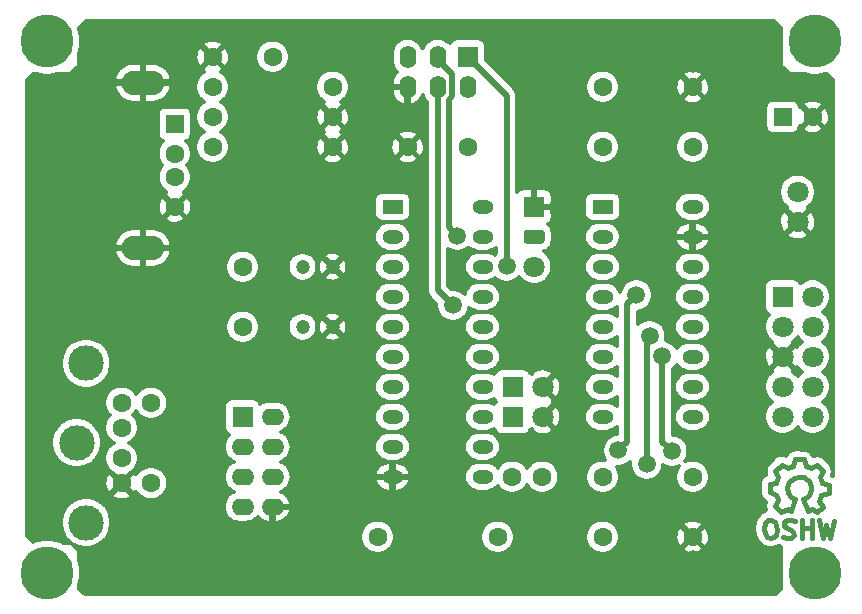
<source format=gbr>
G04 #@! TF.GenerationSoftware,KiCad,Pcbnew,5.1.12-84ad8e8a86~92~ubuntu20.04.1*
G04 #@! TF.CreationDate,2021-12-10T13:48:26+01:00*
G04 #@! TF.ProjectId,mouse,6d6f7573-652e-46b6-9963-61645f706362,1*
G04 #@! TF.SameCoordinates,Original*
G04 #@! TF.FileFunction,Copper,L1,Top*
G04 #@! TF.FilePolarity,Positive*
%FSLAX46Y46*%
G04 Gerber Fmt 4.6, Leading zero omitted, Abs format (unit mm)*
G04 Created by KiCad (PCBNEW 5.1.12-84ad8e8a86~92~ubuntu20.04.1) date 2021-12-10 13:48:26*
%MOMM*%
%LPD*%
G01*
G04 APERTURE LIST*
G04 #@! TA.AperFunction,EtchedComponent*
%ADD10C,0.381000*%
G04 #@! TD*
G04 #@! TA.AperFunction,ComponentPad*
%ADD11C,4.500000*%
G04 #@! TD*
G04 #@! TA.AperFunction,ComponentPad*
%ADD12C,3.000000*%
G04 #@! TD*
G04 #@! TA.AperFunction,ComponentPad*
%ADD13C,1.600000*%
G04 #@! TD*
G04 #@! TA.AperFunction,ComponentPad*
%ADD14C,1.200000*%
G04 #@! TD*
G04 #@! TA.AperFunction,ComponentPad*
%ADD15R,1.600000X1.600000*%
G04 #@! TD*
G04 #@! TA.AperFunction,ComponentPad*
%ADD16R,1.800000X1.800000*%
G04 #@! TD*
G04 #@! TA.AperFunction,ComponentPad*
%ADD17C,1.800000*%
G04 #@! TD*
G04 #@! TA.AperFunction,ComponentPad*
%ADD18O,1.400000X1.900000*%
G04 #@! TD*
G04 #@! TA.AperFunction,ComponentPad*
%ADD19O,3.600000X2.100000*%
G04 #@! TD*
G04 #@! TA.AperFunction,ComponentPad*
%ADD20O,1.900000X1.400000*%
G04 #@! TD*
G04 #@! TA.AperFunction,ComponentPad*
%ADD21R,1.800000X1.200000*%
G04 #@! TD*
G04 #@! TA.AperFunction,ComponentPad*
%ADD22O,1.800000X1.200000*%
G04 #@! TD*
G04 #@! TA.AperFunction,ViaPad*
%ADD23C,1.500000*%
G04 #@! TD*
G04 #@! TA.AperFunction,Conductor*
%ADD24C,0.500000*%
G04 #@! TD*
G04 #@! TA.AperFunction,Conductor*
%ADD25C,0.300000*%
G04 #@! TD*
G04 #@! TA.AperFunction,Conductor*
%ADD26C,0.100000*%
G04 #@! TD*
G04 APERTURE END LIST*
D10*
X165022600Y-109267380D02*
X165421380Y-110268140D01*
X164321560Y-109267380D02*
X163971040Y-110268140D01*
X163971040Y-109069260D02*
X164321560Y-109267380D01*
X163722120Y-108767000D02*
X163971040Y-109069260D01*
X163671320Y-108269160D02*
X163722120Y-108767000D01*
X163821180Y-107817040D02*
X163671320Y-108269160D01*
X164222500Y-107469060D02*
X163821180Y-107817040D01*
X164621280Y-107367460D02*
X164222500Y-107469060D01*
X165070860Y-107418260D02*
X164621280Y-107367460D01*
X165522980Y-107768780D02*
X165070860Y-107418260D01*
X165672840Y-108119300D02*
X165522980Y-107768780D01*
X165672840Y-108518080D02*
X165672840Y-108119300D01*
X165522980Y-108919400D02*
X165672840Y-108518080D01*
X165322320Y-109117520D02*
X165522980Y-108919400D01*
X165022600Y-109267380D02*
X165322320Y-109117520D01*
X162741680Y-108888920D02*
X162881380Y-109287700D01*
X162182880Y-108688260D02*
X162741680Y-108888920D01*
X162193040Y-107987220D02*
X162182880Y-108688260D01*
X162741680Y-107888160D02*
X162193040Y-107987220D01*
X162911860Y-107408100D02*
X162741680Y-107888160D01*
X162662940Y-106867080D02*
X162911860Y-107408100D01*
X163181100Y-106338760D02*
X162662940Y-106867080D01*
X163732280Y-106608000D02*
X163181100Y-106338760D01*
X164151380Y-106437820D02*
X163732280Y-106608000D01*
X164362200Y-105889180D02*
X164151380Y-106437820D01*
X165053080Y-105906960D02*
X164362200Y-105889180D01*
X165223260Y-106447980D02*
X165053080Y-105906960D01*
X165693160Y-106648640D02*
X165223260Y-106447980D01*
X166211320Y-106387020D02*
X165693160Y-106648640D01*
X166681220Y-106897560D02*
X166211320Y-106387020D01*
X166411980Y-107367460D02*
X166681220Y-106897560D01*
X166612640Y-107938960D02*
X166411980Y-107367460D01*
X167171440Y-108078660D02*
X166612640Y-107938960D01*
X167171440Y-108759380D02*
X167171440Y-108078660D01*
X166561840Y-108947340D02*
X167171440Y-108759380D01*
X166371340Y-109417240D02*
X166561840Y-108947340D01*
X166653280Y-109897300D02*
X166371340Y-109417240D01*
X166180840Y-110387520D02*
X166653280Y-109897300D01*
X165741420Y-110057320D02*
X166180840Y-110387520D01*
X165411220Y-110247820D02*
X165741420Y-110057320D01*
X163691640Y-110108120D02*
X163971040Y-110268140D01*
X163170940Y-110377360D02*
X163691640Y-110108120D01*
X162632460Y-109859200D02*
X163170940Y-110377360D01*
X162891540Y-109297860D02*
X162632460Y-109859200D01*
X162632460Y-111157140D02*
X162271780Y-111027600D01*
X162741680Y-111439080D02*
X162632460Y-111157140D01*
X162792480Y-111848020D02*
X162741680Y-111439080D01*
X162721360Y-112307760D02*
X162792480Y-111848020D01*
X162502920Y-112488100D02*
X162721360Y-112307760D01*
X162193040Y-112559220D02*
X162502920Y-112488100D01*
X161941580Y-112437300D02*
X162193040Y-112559220D01*
X161740920Y-112117260D02*
X161941580Y-112437300D01*
X161712980Y-111769280D02*
X161740920Y-112117260D01*
X161801880Y-111279060D02*
X161712980Y-111769280D01*
X162043180Y-111037760D02*
X161801880Y-111279060D01*
X162292100Y-111017440D02*
X162043180Y-111037760D01*
X163681480Y-112577000D02*
X163330960Y-112467780D01*
X164001520Y-112549060D02*
X163681480Y-112577000D01*
X164232660Y-112328080D02*
X164001520Y-112549060D01*
X164192020Y-112028360D02*
X164232660Y-112328080D01*
X164011680Y-111868340D02*
X164192020Y-112028360D01*
X163623060Y-111738800D02*
X164011680Y-111868340D01*
X163381760Y-111497500D02*
X163623060Y-111738800D01*
X163412240Y-111228260D02*
X163381760Y-111497500D01*
X163651000Y-111027600D02*
X163412240Y-111228260D01*
X163971040Y-111037760D02*
X163651000Y-111027600D01*
X164321560Y-111119040D02*
X163971040Y-111037760D01*
X164872740Y-112587160D02*
X164882900Y-112577000D01*
X164872740Y-111017440D02*
X164872740Y-112587160D01*
X165761740Y-111027600D02*
X165761740Y-112569380D01*
X165721100Y-111748960D02*
X165721100Y-111738800D01*
X165710940Y-111738800D02*
X165721100Y-111748960D01*
X164921000Y-111748960D02*
X165710940Y-111738800D01*
X167290820Y-112538900D02*
X167631180Y-111088560D01*
X166980940Y-111467020D02*
X167290820Y-112538900D01*
X166701540Y-112528740D02*
X166980940Y-111467020D01*
X166340860Y-111058080D02*
X166701540Y-112528740D01*
D11*
X101000000Y-115500000D03*
X166000000Y-115500000D03*
X166000000Y-70500000D03*
X101000000Y-70500000D03*
D12*
X104300000Y-97750000D03*
X104300000Y-111250000D03*
X103500000Y-104500000D03*
D13*
X109800000Y-101100000D03*
X109800000Y-107900000D03*
X107300000Y-101100000D03*
X107300000Y-107900000D03*
X107300000Y-103200000D03*
X107300000Y-105800000D03*
D14*
X125170000Y-94670000D03*
X122630000Y-94670000D03*
X122630000Y-89590000D03*
X125170000Y-89590000D03*
D13*
X136600000Y-79430000D03*
X131520000Y-79430000D03*
X155650000Y-74350000D03*
X155650000Y-79430000D03*
X155650000Y-107370000D03*
X155650000Y-112450000D03*
X148030000Y-74350000D03*
X148030000Y-79430000D03*
X148030000Y-107370000D03*
X148030000Y-112450000D03*
D15*
X163270000Y-76890000D03*
D13*
X165810000Y-76890000D03*
X142924366Y-107360989D03*
X140384366Y-107360989D03*
D16*
X140410000Y-102290000D03*
D17*
X142950000Y-102290000D03*
X142950000Y-99750000D03*
D16*
X140410000Y-99750000D03*
X136600000Y-71810000D03*
D18*
X136600000Y-74350000D03*
X134060000Y-71810000D03*
X134060000Y-74350000D03*
X131520000Y-71810000D03*
X131520000Y-74350000D03*
D17*
X164540000Y-85800320D03*
X164540000Y-83260320D03*
D19*
X109100000Y-88000000D03*
X109100000Y-74000000D03*
D13*
X111810000Y-80000000D03*
X111810000Y-82000000D03*
X111810000Y-84500000D03*
D15*
X111810000Y-77500000D03*
D16*
X142240000Y-84510000D03*
G04 #@! TA.AperFunction,ComponentPad*
G36*
G01*
X141640000Y-86450000D02*
X142840000Y-86450000D01*
G75*
G02*
X143140000Y-86750000I0J-300000D01*
G01*
X143140000Y-87350000D01*
G75*
G02*
X142840000Y-87650000I-300000J0D01*
G01*
X141640000Y-87650000D01*
G75*
G02*
X141340000Y-87350000I0J300000D01*
G01*
X141340000Y-86750000D01*
G75*
G02*
X141640000Y-86450000I300000J0D01*
G01*
G37*
G04 #@! TD.AperFunction*
D17*
X142240000Y-89590000D03*
D16*
X117550000Y-102290000D03*
D20*
X120090000Y-102290000D03*
X117550000Y-104830000D03*
X120090000Y-104830000D03*
X117550000Y-107370000D03*
X120090000Y-107370000D03*
X117550000Y-109910000D03*
X120090000Y-109910000D03*
D16*
X163270000Y-92130000D03*
D17*
X165810000Y-92130000D03*
X163270000Y-94670000D03*
X165810000Y-94670000D03*
X163270000Y-97210000D03*
X165810000Y-97210000D03*
X163270000Y-99750000D03*
X165810000Y-99750000D03*
X163270000Y-102290000D03*
X165810000Y-102290000D03*
D13*
X125170000Y-74350000D03*
X115010000Y-74350000D03*
X128980000Y-112450000D03*
X139140000Y-112450000D03*
X125170000Y-76890000D03*
X115010000Y-76890000D03*
X115010000Y-79430000D03*
X125170000Y-79430000D03*
X117550000Y-89590000D03*
X117550000Y-94670000D03*
D21*
X148030000Y-84510000D03*
D22*
X148030000Y-87050000D03*
X148030000Y-89590000D03*
X155650000Y-89590000D03*
X155650000Y-87050000D03*
X155650000Y-84510000D03*
X148030000Y-92130000D03*
X155650000Y-92130000D03*
X148030000Y-94670000D03*
X155650000Y-94670000D03*
X148030000Y-97210000D03*
X155650000Y-97210000D03*
X148030000Y-99750000D03*
X155650000Y-99750000D03*
X148030000Y-102290000D03*
X155650000Y-102290000D03*
D21*
X130250000Y-84510000D03*
D22*
X130250000Y-87050000D03*
X130250000Y-89590000D03*
X137870000Y-89590000D03*
X137870000Y-87050000D03*
X137870000Y-84510000D03*
X130250000Y-92130000D03*
X137870000Y-92130000D03*
X130250000Y-94670000D03*
X137870000Y-94670000D03*
X130250000Y-97210000D03*
X137870000Y-97210000D03*
X130250000Y-99750000D03*
X137870000Y-99750000D03*
X130250000Y-102290000D03*
X137870000Y-102290000D03*
X130250000Y-104830000D03*
X137870000Y-104830000D03*
X130250000Y-107370000D03*
X137870000Y-107370000D03*
D13*
X115010000Y-71810000D03*
X120090000Y-71810000D03*
D23*
X108025000Y-112450000D03*
X159460000Y-87050000D03*
X160730000Y-97210000D03*
X155650000Y-114355000D03*
X145490000Y-102290000D03*
X129615000Y-73080000D03*
X155650000Y-72445000D03*
X153897398Y-105211000D03*
X153089210Y-97184600D03*
X149376200Y-105134800D03*
X150895930Y-91980000D03*
X151763800Y-106328600D03*
X152016303Y-95414796D03*
X139902000Y-89539200D03*
X135736400Y-86948400D03*
X135355400Y-92866600D03*
D24*
X153897398Y-105211000D02*
X153089210Y-104402812D01*
X153089210Y-104402812D02*
X153089210Y-97184600D01*
X150126199Y-92749731D02*
X150895930Y-91980000D01*
X150126199Y-104384801D02*
X150126199Y-92749731D01*
X149376200Y-105134800D02*
X150126199Y-104384801D01*
X151763800Y-106328600D02*
X151763800Y-95667299D01*
X151763800Y-95667299D02*
X152016303Y-95414796D01*
X139902000Y-75112000D02*
X136600000Y-71810000D01*
X139902000Y-89539200D02*
X139902000Y-75112000D01*
X134060000Y-72060000D02*
X134060000Y-71810000D01*
X135310010Y-75117771D02*
X135310010Y-73310012D01*
X134986401Y-75441380D02*
X135310010Y-75117771D01*
X135310010Y-73310012D02*
X134060000Y-72060000D01*
X134986401Y-86198401D02*
X134986401Y-75441380D01*
X135736400Y-86948400D02*
X134986401Y-86198401D01*
X134060000Y-91571200D02*
X135355400Y-92866600D01*
X134060000Y-74350000D02*
X134060000Y-91571200D01*
D25*
X163120000Y-69332132D02*
X163120000Y-70113828D01*
X163100000Y-70214375D01*
X163100000Y-70785625D01*
X163120000Y-70886172D01*
X163120000Y-72445000D01*
X163122882Y-72474264D01*
X163131418Y-72502403D01*
X163145280Y-72528336D01*
X163163934Y-72551066D01*
X163798934Y-73186066D01*
X163821664Y-73204720D01*
X163847597Y-73218582D01*
X163875736Y-73227118D01*
X163905000Y-73230000D01*
X165012737Y-73230000D01*
X165154101Y-73288555D01*
X165714375Y-73400000D01*
X166285625Y-73400000D01*
X166845899Y-73288555D01*
X166987263Y-73230000D01*
X167017868Y-73230000D01*
X167565000Y-73777132D01*
X167565000Y-107334662D01*
X167532189Y-107315017D01*
X167512802Y-107308090D01*
X167494641Y-107298383D01*
X167434979Y-107280284D01*
X167431900Y-107279184D01*
X167447441Y-107252799D01*
X167462781Y-107208868D01*
X167481853Y-107166405D01*
X167490011Y-107130889D01*
X167502023Y-107096490D01*
X167508498Y-107050406D01*
X167518918Y-107005044D01*
X167519991Y-106968615D01*
X167525060Y-106932537D01*
X167522421Y-106886077D01*
X167523791Y-106839552D01*
X167517738Y-106803623D01*
X167515671Y-106767240D01*
X167504015Y-106722176D01*
X167496284Y-106676289D01*
X167483337Y-106642229D01*
X167474212Y-106606951D01*
X167453992Y-106565033D01*
X167437455Y-106521529D01*
X167418114Y-106490653D01*
X167402281Y-106457830D01*
X167374266Y-106420655D01*
X167349563Y-106381220D01*
X167296270Y-106324693D01*
X166880607Y-105873080D01*
X166876490Y-105866597D01*
X166824600Y-105812230D01*
X166801789Y-105787446D01*
X166796095Y-105782364D01*
X166762179Y-105746829D01*
X166734479Y-105727371D01*
X166709216Y-105704824D01*
X166666891Y-105679894D01*
X166626699Y-105651662D01*
X166595726Y-105637978D01*
X166566559Y-105620799D01*
X166520192Y-105604608D01*
X166475257Y-105584756D01*
X166442213Y-105577378D01*
X166410250Y-105566217D01*
X166361616Y-105559383D01*
X166313672Y-105548679D01*
X166279815Y-105547890D01*
X166246297Y-105543180D01*
X166197265Y-105545965D01*
X166148152Y-105544820D01*
X166114802Y-105550649D01*
X166081001Y-105552569D01*
X166033448Y-105564869D01*
X165985061Y-105573326D01*
X165953483Y-105585552D01*
X165920712Y-105594028D01*
X165876479Y-105615365D01*
X165869349Y-105618125D01*
X165848254Y-105628776D01*
X165841413Y-105603940D01*
X165816012Y-105553327D01*
X165793808Y-105501235D01*
X165778960Y-105479499D01*
X165767150Y-105455966D01*
X165732357Y-105411275D01*
X165700422Y-105364523D01*
X165681619Y-105346100D01*
X165665444Y-105325324D01*
X165622602Y-105288279D01*
X165582159Y-105248655D01*
X165560127Y-105234257D01*
X165540207Y-105217033D01*
X165490959Y-105189058D01*
X165443564Y-105158086D01*
X165419139Y-105148260D01*
X165396248Y-105135257D01*
X165342506Y-105117432D01*
X165289963Y-105096295D01*
X165264088Y-105091423D01*
X165239103Y-105083136D01*
X165182907Y-105076137D01*
X165127258Y-105065659D01*
X165059618Y-105066351D01*
X164403408Y-105049463D01*
X164340383Y-105044896D01*
X164279732Y-105052456D01*
X164218799Y-105056878D01*
X164197757Y-105062674D01*
X164176090Y-105065375D01*
X164118083Y-105084621D01*
X164059180Y-105100847D01*
X164039670Y-105110639D01*
X164018951Y-105117513D01*
X163965816Y-105147704D01*
X163911206Y-105175111D01*
X163893985Y-105188517D01*
X163875001Y-105199304D01*
X163828773Y-105239286D01*
X163780564Y-105276816D01*
X163766287Y-105293328D01*
X163749774Y-105307609D01*
X163712241Y-105355831D01*
X163672273Y-105402054D01*
X163661491Y-105421034D01*
X163648083Y-105438261D01*
X163620677Y-105492883D01*
X163590497Y-105546012D01*
X163574138Y-105595335D01*
X163560089Y-105588472D01*
X163496711Y-105555383D01*
X163446078Y-105540559D01*
X163396620Y-105522156D01*
X163366800Y-105517348D01*
X163337816Y-105508862D01*
X163285264Y-105504201D01*
X163233168Y-105495801D01*
X163202980Y-105496903D01*
X163172900Y-105494235D01*
X163120451Y-105499915D01*
X163067714Y-105501840D01*
X163038325Y-105508809D01*
X163008299Y-105512061D01*
X162957956Y-105527868D01*
X162906618Y-105540042D01*
X162879155Y-105552610D01*
X162850338Y-105561658D01*
X162804046Y-105586982D01*
X162756070Y-105608938D01*
X162731588Y-105626622D01*
X162705089Y-105641118D01*
X162664625Y-105674989D01*
X162621856Y-105705881D01*
X162573178Y-105758247D01*
X162083289Y-106257742D01*
X162043189Y-106293322D01*
X162000491Y-106349639D01*
X161956187Y-106404705D01*
X161950537Y-106415526D01*
X161943162Y-106425254D01*
X161912274Y-106488815D01*
X161879563Y-106551469D01*
X161876132Y-106563188D01*
X161870797Y-106574166D01*
X161852901Y-106642535D01*
X161833042Y-106710364D01*
X161831964Y-106722522D01*
X161828872Y-106734333D01*
X161824657Y-106804898D01*
X161818415Y-106875279D01*
X161819729Y-106887413D01*
X161819001Y-106899602D01*
X161828632Y-106969617D01*
X161836241Y-107039880D01*
X161839899Y-107051530D01*
X161841562Y-107063621D01*
X161864666Y-107130409D01*
X161885838Y-107197841D01*
X161887209Y-107200346D01*
X161883714Y-107201339D01*
X161882495Y-107201963D01*
X161881181Y-107202341D01*
X161808642Y-107239772D01*
X161736341Y-107276787D01*
X161735274Y-107277631D01*
X161734050Y-107278263D01*
X161670173Y-107329155D01*
X161606517Y-107379535D01*
X161605630Y-107380578D01*
X161604559Y-107381431D01*
X161551866Y-107443772D01*
X161499234Y-107505637D01*
X161498571Y-107506827D01*
X161497683Y-107507877D01*
X161458207Y-107579224D01*
X161418612Y-107650245D01*
X161418191Y-107651550D01*
X161417529Y-107652746D01*
X161392755Y-107730349D01*
X161367752Y-107807804D01*
X161367594Y-107809161D01*
X161367177Y-107810467D01*
X161358019Y-107891410D01*
X161348607Y-107972256D01*
X161352050Y-108014961D01*
X161342687Y-108661083D01*
X161339286Y-108728739D01*
X161347516Y-108784664D01*
X161352242Y-108841006D01*
X161359545Y-108866400D01*
X161363392Y-108892539D01*
X161382377Y-108945788D01*
X161398002Y-109000119D01*
X161410119Y-109023601D01*
X161418992Y-109048488D01*
X161447998Y-109097008D01*
X161473924Y-109147250D01*
X161490388Y-109167915D01*
X161503946Y-109190594D01*
X161541864Y-109232526D01*
X161577091Y-109276741D01*
X161597273Y-109293799D01*
X161614993Y-109313395D01*
X161660360Y-109347122D01*
X161703538Y-109383617D01*
X161726656Y-109396408D01*
X161747862Y-109412173D01*
X161798942Y-109436403D01*
X161848406Y-109463771D01*
X161884017Y-109475140D01*
X161876223Y-109492028D01*
X161846114Y-109551061D01*
X161830349Y-109606872D01*
X161811316Y-109661680D01*
X161807887Y-109686392D01*
X161801108Y-109710391D01*
X161796533Y-109768216D01*
X161788561Y-109825672D01*
X161790018Y-109850571D01*
X161788051Y-109875438D01*
X161794844Y-109933037D01*
X161798234Y-109990953D01*
X161804523Y-110015097D01*
X161807444Y-110039862D01*
X161825345Y-110095032D01*
X161839968Y-110151170D01*
X161850843Y-110173617D01*
X161858542Y-110197344D01*
X161867202Y-110212823D01*
X161845447Y-110219423D01*
X161811565Y-110225575D01*
X161766425Y-110243394D01*
X161719979Y-110257484D01*
X161689602Y-110273721D01*
X161657566Y-110286367D01*
X161616771Y-110312649D01*
X161573965Y-110335529D01*
X161547340Y-110357380D01*
X161518385Y-110376034D01*
X161483495Y-110409776D01*
X161478049Y-110414246D01*
X161453801Y-110438494D01*
X161399373Y-110491132D01*
X161395339Y-110496956D01*
X161231702Y-110660593D01*
X161194645Y-110692071D01*
X161147651Y-110751355D01*
X161099649Y-110809845D01*
X161096259Y-110816187D01*
X161091797Y-110821816D01*
X161057266Y-110889140D01*
X161021604Y-110955859D01*
X161019519Y-110962732D01*
X161016237Y-110969131D01*
X160995506Y-111041889D01*
X160973542Y-111114294D01*
X160968776Y-111162685D01*
X160888591Y-111604851D01*
X160874113Y-111671338D01*
X160873098Y-111727553D01*
X160868536Y-111783596D01*
X160876353Y-111851191D01*
X160902752Y-112179978D01*
X160908150Y-112257919D01*
X160920250Y-112302417D01*
X160928427Y-112347794D01*
X160941917Y-112382101D01*
X160951592Y-112417681D01*
X160972142Y-112458966D01*
X160989014Y-112501873D01*
X161031223Y-112567582D01*
X161200887Y-112838187D01*
X161213009Y-112864470D01*
X161244747Y-112908140D01*
X161251403Y-112918756D01*
X161269033Y-112941557D01*
X161310345Y-112998400D01*
X161319597Y-113006950D01*
X161327303Y-113016916D01*
X161380310Y-113063055D01*
X161431939Y-113110766D01*
X161442686Y-113117350D01*
X161452184Y-113125617D01*
X161513162Y-113160523D01*
X161537746Y-113175583D01*
X161549019Y-113181049D01*
X161595872Y-113207869D01*
X161623318Y-113217072D01*
X161822570Y-113313679D01*
X161892798Y-113348616D01*
X161936971Y-113360616D01*
X161979917Y-113376453D01*
X162016669Y-113382268D01*
X162052572Y-113392022D01*
X162098234Y-113395174D01*
X162143446Y-113402328D01*
X162180623Y-113400862D01*
X162217741Y-113403424D01*
X162263146Y-113397607D01*
X162308882Y-113395803D01*
X162385080Y-113377497D01*
X162680190Y-113309766D01*
X162750445Y-113295578D01*
X162798954Y-113275319D01*
X162848805Y-113258590D01*
X162875177Y-113243486D01*
X162903220Y-113231774D01*
X162932736Y-113211927D01*
X163041509Y-113257945D01*
X163120000Y-113282402D01*
X163120000Y-115113828D01*
X163100000Y-115214375D01*
X163100000Y-115785625D01*
X163120000Y-115886172D01*
X163120000Y-116832868D01*
X162677868Y-117275000D01*
X104172132Y-117275000D01*
X103730000Y-116832868D01*
X103730000Y-116487263D01*
X103788555Y-116345899D01*
X103900000Y-115785625D01*
X103900000Y-115214375D01*
X103788555Y-114654101D01*
X103730000Y-114512737D01*
X103730000Y-113720000D01*
X103727118Y-113690736D01*
X103718582Y-113662597D01*
X103704720Y-113636664D01*
X103686066Y-113613934D01*
X103118385Y-113046253D01*
X103281593Y-113155305D01*
X103672868Y-113317377D01*
X104088243Y-113400000D01*
X104511757Y-113400000D01*
X104927132Y-113317377D01*
X105318407Y-113155305D01*
X105670545Y-112920014D01*
X105970014Y-112620545D01*
X106179393Y-112307187D01*
X127530000Y-112307187D01*
X127530000Y-112592813D01*
X127585723Y-112872949D01*
X127695027Y-113136833D01*
X127853711Y-113374321D01*
X128055679Y-113576289D01*
X128293167Y-113734973D01*
X128557051Y-113844277D01*
X128837187Y-113900000D01*
X129122813Y-113900000D01*
X129402949Y-113844277D01*
X129666833Y-113734973D01*
X129904321Y-113576289D01*
X130106289Y-113374321D01*
X130264973Y-113136833D01*
X130374277Y-112872949D01*
X130430000Y-112592813D01*
X130430000Y-112307187D01*
X137690000Y-112307187D01*
X137690000Y-112592813D01*
X137745723Y-112872949D01*
X137855027Y-113136833D01*
X138013711Y-113374321D01*
X138215679Y-113576289D01*
X138453167Y-113734973D01*
X138717051Y-113844277D01*
X138997187Y-113900000D01*
X139282813Y-113900000D01*
X139562949Y-113844277D01*
X139826833Y-113734973D01*
X140064321Y-113576289D01*
X140266289Y-113374321D01*
X140424973Y-113136833D01*
X140534277Y-112872949D01*
X140590000Y-112592813D01*
X140590000Y-112307187D01*
X146580000Y-112307187D01*
X146580000Y-112592813D01*
X146635723Y-112872949D01*
X146745027Y-113136833D01*
X146903711Y-113374321D01*
X147105679Y-113576289D01*
X147343167Y-113734973D01*
X147607051Y-113844277D01*
X147887187Y-113900000D01*
X148172813Y-113900000D01*
X148452949Y-113844277D01*
X148716833Y-113734973D01*
X148954321Y-113576289D01*
X149097273Y-113433337D01*
X154808085Y-113433337D01*
X154876509Y-113684750D01*
X155132259Y-113811925D01*
X155407906Y-113886762D01*
X155692856Y-113906386D01*
X155976159Y-113870042D01*
X156246928Y-113779125D01*
X156423491Y-113684750D01*
X156491915Y-113433337D01*
X155650000Y-112591421D01*
X154808085Y-113433337D01*
X149097273Y-113433337D01*
X149156289Y-113374321D01*
X149314973Y-113136833D01*
X149424277Y-112872949D01*
X149480000Y-112592813D01*
X149480000Y-112492856D01*
X154193614Y-112492856D01*
X154229958Y-112776159D01*
X154320875Y-113046928D01*
X154415250Y-113223491D01*
X154666663Y-113291915D01*
X155508579Y-112450000D01*
X155791421Y-112450000D01*
X156633337Y-113291915D01*
X156884750Y-113223491D01*
X157011925Y-112967741D01*
X157086762Y-112692094D01*
X157106386Y-112407144D01*
X157070042Y-112123841D01*
X156979125Y-111853072D01*
X156884750Y-111676509D01*
X156633337Y-111608085D01*
X155791421Y-112450000D01*
X155508579Y-112450000D01*
X154666663Y-111608085D01*
X154415250Y-111676509D01*
X154288075Y-111932259D01*
X154213238Y-112207906D01*
X154193614Y-112492856D01*
X149480000Y-112492856D01*
X149480000Y-112307187D01*
X149424277Y-112027051D01*
X149314973Y-111763167D01*
X149156289Y-111525679D01*
X149097273Y-111466663D01*
X154808085Y-111466663D01*
X155650000Y-112308579D01*
X156491915Y-111466663D01*
X156423491Y-111215250D01*
X156167741Y-111088075D01*
X155892094Y-111013238D01*
X155607144Y-110993614D01*
X155323841Y-111029958D01*
X155053072Y-111120875D01*
X154876509Y-111215250D01*
X154808085Y-111466663D01*
X149097273Y-111466663D01*
X148954321Y-111323711D01*
X148716833Y-111165027D01*
X148452949Y-111055723D01*
X148172813Y-111000000D01*
X147887187Y-111000000D01*
X147607051Y-111055723D01*
X147343167Y-111165027D01*
X147105679Y-111323711D01*
X146903711Y-111525679D01*
X146745027Y-111763167D01*
X146635723Y-112027051D01*
X146580000Y-112307187D01*
X140590000Y-112307187D01*
X140534277Y-112027051D01*
X140424973Y-111763167D01*
X140266289Y-111525679D01*
X140064321Y-111323711D01*
X139826833Y-111165027D01*
X139562949Y-111055723D01*
X139282813Y-111000000D01*
X138997187Y-111000000D01*
X138717051Y-111055723D01*
X138453167Y-111165027D01*
X138215679Y-111323711D01*
X138013711Y-111525679D01*
X137855027Y-111763167D01*
X137745723Y-112027051D01*
X137690000Y-112307187D01*
X130430000Y-112307187D01*
X130374277Y-112027051D01*
X130264973Y-111763167D01*
X130106289Y-111525679D01*
X129904321Y-111323711D01*
X129666833Y-111165027D01*
X129402949Y-111055723D01*
X129122813Y-111000000D01*
X128837187Y-111000000D01*
X128557051Y-111055723D01*
X128293167Y-111165027D01*
X128055679Y-111323711D01*
X127853711Y-111525679D01*
X127695027Y-111763167D01*
X127585723Y-112027051D01*
X127530000Y-112307187D01*
X106179393Y-112307187D01*
X106205305Y-112268407D01*
X106367377Y-111877132D01*
X106450000Y-111461757D01*
X106450000Y-111038243D01*
X106367377Y-110622868D01*
X106205305Y-110231593D01*
X105970014Y-109879455D01*
X105670545Y-109579986D01*
X105318407Y-109344695D01*
X104927132Y-109182623D01*
X104511757Y-109100000D01*
X104088243Y-109100000D01*
X103672868Y-109182623D01*
X103281593Y-109344695D01*
X102929455Y-109579986D01*
X102629986Y-109879455D01*
X102394695Y-110231593D01*
X102232623Y-110622868D01*
X102150000Y-111038243D01*
X102150000Y-111461757D01*
X102232623Y-111877132D01*
X102394695Y-112268407D01*
X102629986Y-112620545D01*
X102929455Y-112920014D01*
X102953073Y-112935795D01*
X102945000Y-112935000D01*
X102381069Y-112935000D01*
X102373665Y-112930053D01*
X101845899Y-112711445D01*
X101285625Y-112600000D01*
X100714375Y-112600000D01*
X100154101Y-112711445D01*
X99768357Y-112871225D01*
X99285000Y-112387868D01*
X99285000Y-108883337D01*
X106458085Y-108883337D01*
X106526509Y-109134750D01*
X106782259Y-109261925D01*
X107057906Y-109336762D01*
X107342856Y-109356386D01*
X107626159Y-109320042D01*
X107896928Y-109229125D01*
X108073491Y-109134750D01*
X108141915Y-108883337D01*
X107300000Y-108041421D01*
X106458085Y-108883337D01*
X99285000Y-108883337D01*
X99285000Y-107942856D01*
X105843614Y-107942856D01*
X105879958Y-108226159D01*
X105970875Y-108496928D01*
X106065250Y-108673491D01*
X106316663Y-108741915D01*
X107158579Y-107900000D01*
X107441421Y-107900000D01*
X108283337Y-108741915D01*
X108534750Y-108673491D01*
X108551040Y-108640731D01*
X108673711Y-108824321D01*
X108875679Y-109026289D01*
X109113167Y-109184973D01*
X109377051Y-109294277D01*
X109657187Y-109350000D01*
X109942813Y-109350000D01*
X110222949Y-109294277D01*
X110486833Y-109184973D01*
X110724321Y-109026289D01*
X110926289Y-108824321D01*
X111084973Y-108586833D01*
X111194277Y-108322949D01*
X111250000Y-108042813D01*
X111250000Y-107757187D01*
X111194277Y-107477051D01*
X111084973Y-107213167D01*
X110926289Y-106975679D01*
X110724321Y-106773711D01*
X110486833Y-106615027D01*
X110222949Y-106505723D01*
X109942813Y-106450000D01*
X109657187Y-106450000D01*
X109377051Y-106505723D01*
X109113167Y-106615027D01*
X108875679Y-106773711D01*
X108673711Y-106975679D01*
X108551718Y-107158254D01*
X108534750Y-107126509D01*
X108283337Y-107058085D01*
X107441421Y-107900000D01*
X107158579Y-107900000D01*
X106316663Y-107058085D01*
X106065250Y-107126509D01*
X105938075Y-107382259D01*
X105863238Y-107657906D01*
X105843614Y-107942856D01*
X99285000Y-107942856D01*
X99285000Y-104288243D01*
X101350000Y-104288243D01*
X101350000Y-104711757D01*
X101432623Y-105127132D01*
X101594695Y-105518407D01*
X101829986Y-105870545D01*
X102129455Y-106170014D01*
X102481593Y-106405305D01*
X102872868Y-106567377D01*
X103288243Y-106650000D01*
X103711757Y-106650000D01*
X104127132Y-106567377D01*
X104518407Y-106405305D01*
X104870545Y-106170014D01*
X105170014Y-105870545D01*
X105405305Y-105518407D01*
X105567377Y-105127132D01*
X105650000Y-104711757D01*
X105650000Y-104288243D01*
X105567377Y-103872868D01*
X105405305Y-103481593D01*
X105170014Y-103129455D01*
X104870545Y-102829986D01*
X104518407Y-102594695D01*
X104127132Y-102432623D01*
X103711757Y-102350000D01*
X103288243Y-102350000D01*
X102872868Y-102432623D01*
X102481593Y-102594695D01*
X102129455Y-102829986D01*
X101829986Y-103129455D01*
X101594695Y-103481593D01*
X101432623Y-103872868D01*
X101350000Y-104288243D01*
X99285000Y-104288243D01*
X99285000Y-100957187D01*
X105850000Y-100957187D01*
X105850000Y-101242813D01*
X105905723Y-101522949D01*
X106015027Y-101786833D01*
X106173711Y-102024321D01*
X106299390Y-102150000D01*
X106173711Y-102275679D01*
X106015027Y-102513167D01*
X105905723Y-102777051D01*
X105850000Y-103057187D01*
X105850000Y-103342813D01*
X105905723Y-103622949D01*
X106015027Y-103886833D01*
X106173711Y-104124321D01*
X106375679Y-104326289D01*
X106613167Y-104484973D01*
X106649445Y-104500000D01*
X106613167Y-104515027D01*
X106375679Y-104673711D01*
X106173711Y-104875679D01*
X106015027Y-105113167D01*
X105905723Y-105377051D01*
X105850000Y-105657187D01*
X105850000Y-105942813D01*
X105905723Y-106222949D01*
X106015027Y-106486833D01*
X106173711Y-106724321D01*
X106375679Y-106926289D01*
X106613167Y-107084973D01*
X106635748Y-107094326D01*
X107300000Y-107758579D01*
X107964252Y-107094326D01*
X107986833Y-107084973D01*
X108224321Y-106926289D01*
X108426289Y-106724321D01*
X108584973Y-106486833D01*
X108694277Y-106222949D01*
X108750000Y-105942813D01*
X108750000Y-105657187D01*
X108694277Y-105377051D01*
X108584973Y-105113167D01*
X108426289Y-104875679D01*
X108380610Y-104830000D01*
X115943468Y-104830000D01*
X115969533Y-105094646D01*
X116046728Y-105349122D01*
X116172085Y-105583649D01*
X116340787Y-105789213D01*
X116546351Y-105957915D01*
X116780878Y-106083272D01*
X116836022Y-106100000D01*
X116780878Y-106116728D01*
X116546351Y-106242085D01*
X116340787Y-106410787D01*
X116172085Y-106616351D01*
X116046728Y-106850878D01*
X115969533Y-107105354D01*
X115943468Y-107370000D01*
X115969533Y-107634646D01*
X116046728Y-107889122D01*
X116172085Y-108123649D01*
X116340787Y-108329213D01*
X116546351Y-108497915D01*
X116780878Y-108623272D01*
X116836022Y-108640000D01*
X116780878Y-108656728D01*
X116546351Y-108782085D01*
X116340787Y-108950787D01*
X116172085Y-109156351D01*
X116046728Y-109390878D01*
X115969533Y-109645354D01*
X115943468Y-109910000D01*
X115969533Y-110174646D01*
X116046728Y-110429122D01*
X116172085Y-110663649D01*
X116340787Y-110869213D01*
X116546351Y-111037915D01*
X116780878Y-111163272D01*
X117035354Y-111240467D01*
X117233679Y-111260000D01*
X117866321Y-111260000D01*
X118064646Y-111240467D01*
X118319122Y-111163272D01*
X118553649Y-111037915D01*
X118759213Y-110869213D01*
X118818253Y-110797273D01*
X119006834Y-110976927D01*
X119230990Y-111118969D01*
X119478550Y-111214551D01*
X119740000Y-111260000D01*
X119990000Y-111260000D01*
X119990000Y-110010000D01*
X120190000Y-110010000D01*
X120190000Y-111260000D01*
X120440000Y-111260000D01*
X120701450Y-111214551D01*
X120949010Y-111118969D01*
X121173166Y-110976927D01*
X121365304Y-110793884D01*
X121518040Y-110576874D01*
X121625505Y-110334236D01*
X121654072Y-110219375D01*
X121523282Y-110010000D01*
X120190000Y-110010000D01*
X119990000Y-110010000D01*
X119970000Y-110010000D01*
X119970000Y-109810000D01*
X119990000Y-109810000D01*
X119990000Y-109790000D01*
X120190000Y-109790000D01*
X120190000Y-109810000D01*
X121523282Y-109810000D01*
X121654072Y-109600625D01*
X121625505Y-109485764D01*
X121518040Y-109243126D01*
X121365304Y-109026116D01*
X121173166Y-108843073D01*
X120949010Y-108701031D01*
X120796675Y-108642215D01*
X120859122Y-108623272D01*
X121093649Y-108497915D01*
X121299213Y-108329213D01*
X121467915Y-108123649D01*
X121593272Y-107889122D01*
X121661658Y-107663685D01*
X128734990Y-107663685D01*
X128756881Y-107755967D01*
X128855105Y-107981317D01*
X128995405Y-108183174D01*
X129172390Y-108353781D01*
X129379258Y-108486582D01*
X129608059Y-108576473D01*
X129850000Y-108620000D01*
X130150000Y-108620000D01*
X130150000Y-107470000D01*
X130350000Y-107470000D01*
X130350000Y-108620000D01*
X130650000Y-108620000D01*
X130891941Y-108576473D01*
X131120742Y-108486582D01*
X131327610Y-108353781D01*
X131504595Y-108183174D01*
X131644895Y-107981317D01*
X131743119Y-107755967D01*
X131765010Y-107663685D01*
X131632893Y-107470000D01*
X130350000Y-107470000D01*
X130150000Y-107470000D01*
X128867107Y-107470000D01*
X128734990Y-107663685D01*
X121661658Y-107663685D01*
X121670467Y-107634646D01*
X121696532Y-107370000D01*
X136313952Y-107370000D01*
X136338087Y-107615043D01*
X136409563Y-107850669D01*
X136525634Y-108067823D01*
X136681840Y-108258160D01*
X136872177Y-108414366D01*
X137089331Y-108530437D01*
X137324957Y-108601913D01*
X137508595Y-108620000D01*
X138231405Y-108620000D01*
X138415043Y-108601913D01*
X138650669Y-108530437D01*
X138867823Y-108414366D01*
X139058160Y-108258160D01*
X139158358Y-108136069D01*
X139258077Y-108285310D01*
X139460045Y-108487278D01*
X139697533Y-108645962D01*
X139961417Y-108755266D01*
X140241553Y-108810989D01*
X140527179Y-108810989D01*
X140807315Y-108755266D01*
X141071199Y-108645962D01*
X141308687Y-108487278D01*
X141510655Y-108285310D01*
X141654366Y-108070231D01*
X141798077Y-108285310D01*
X142000045Y-108487278D01*
X142237533Y-108645962D01*
X142501417Y-108755266D01*
X142781553Y-108810989D01*
X143067179Y-108810989D01*
X143347315Y-108755266D01*
X143611199Y-108645962D01*
X143848687Y-108487278D01*
X144050655Y-108285310D01*
X144209339Y-108047822D01*
X144318643Y-107783938D01*
X144374366Y-107503802D01*
X144374366Y-107218176D01*
X144318643Y-106938040D01*
X144209339Y-106674156D01*
X144050655Y-106436668D01*
X143848687Y-106234700D01*
X143611199Y-106076016D01*
X143347315Y-105966712D01*
X143067179Y-105910989D01*
X142781553Y-105910989D01*
X142501417Y-105966712D01*
X142237533Y-106076016D01*
X142000045Y-106234700D01*
X141798077Y-106436668D01*
X141654366Y-106651747D01*
X141510655Y-106436668D01*
X141308687Y-106234700D01*
X141071199Y-106076016D01*
X140807315Y-105966712D01*
X140527179Y-105910989D01*
X140241553Y-105910989D01*
X139961417Y-105966712D01*
X139697533Y-106076016D01*
X139460045Y-106234700D01*
X139258077Y-106436668D01*
X139151720Y-106595843D01*
X139058160Y-106481840D01*
X138867823Y-106325634D01*
X138650669Y-106209563D01*
X138415043Y-106138087D01*
X138231405Y-106120000D01*
X137508595Y-106120000D01*
X137324957Y-106138087D01*
X137089331Y-106209563D01*
X136872177Y-106325634D01*
X136681840Y-106481840D01*
X136525634Y-106672177D01*
X136409563Y-106889331D01*
X136338087Y-107124957D01*
X136313952Y-107370000D01*
X121696532Y-107370000D01*
X121670467Y-107105354D01*
X121661659Y-107076315D01*
X128734990Y-107076315D01*
X128867107Y-107270000D01*
X130150000Y-107270000D01*
X130150000Y-106120000D01*
X130350000Y-106120000D01*
X130350000Y-107270000D01*
X131632893Y-107270000D01*
X131765010Y-107076315D01*
X131743119Y-106984033D01*
X131644895Y-106758683D01*
X131504595Y-106556826D01*
X131327610Y-106386219D01*
X131120742Y-106253418D01*
X130891941Y-106163527D01*
X130650000Y-106120000D01*
X130350000Y-106120000D01*
X130150000Y-106120000D01*
X129850000Y-106120000D01*
X129608059Y-106163527D01*
X129379258Y-106253418D01*
X129172390Y-106386219D01*
X128995405Y-106556826D01*
X128855105Y-106758683D01*
X128756881Y-106984033D01*
X128734990Y-107076315D01*
X121661659Y-107076315D01*
X121593272Y-106850878D01*
X121467915Y-106616351D01*
X121299213Y-106410787D01*
X121093649Y-106242085D01*
X120859122Y-106116728D01*
X120803978Y-106100000D01*
X120859122Y-106083272D01*
X121093649Y-105957915D01*
X121299213Y-105789213D01*
X121467915Y-105583649D01*
X121593272Y-105349122D01*
X121670467Y-105094646D01*
X121696532Y-104830000D01*
X128693952Y-104830000D01*
X128718087Y-105075043D01*
X128789563Y-105310669D01*
X128905634Y-105527823D01*
X129061840Y-105718160D01*
X129252177Y-105874366D01*
X129469331Y-105990437D01*
X129704957Y-106061913D01*
X129888595Y-106080000D01*
X130611405Y-106080000D01*
X130795043Y-106061913D01*
X131030669Y-105990437D01*
X131247823Y-105874366D01*
X131438160Y-105718160D01*
X131594366Y-105527823D01*
X131710437Y-105310669D01*
X131781913Y-105075043D01*
X131806048Y-104830000D01*
X136313952Y-104830000D01*
X136338087Y-105075043D01*
X136409563Y-105310669D01*
X136525634Y-105527823D01*
X136681840Y-105718160D01*
X136872177Y-105874366D01*
X137089331Y-105990437D01*
X137324957Y-106061913D01*
X137508595Y-106080000D01*
X138231405Y-106080000D01*
X138415043Y-106061913D01*
X138650669Y-105990437D01*
X138867823Y-105874366D01*
X139058160Y-105718160D01*
X139214366Y-105527823D01*
X139330437Y-105310669D01*
X139401913Y-105075043D01*
X139426048Y-104830000D01*
X139401913Y-104584957D01*
X139330437Y-104349331D01*
X139214366Y-104132177D01*
X139058160Y-103941840D01*
X138867823Y-103785634D01*
X138650669Y-103669563D01*
X138415043Y-103598087D01*
X138231405Y-103580000D01*
X137508595Y-103580000D01*
X137324957Y-103598087D01*
X137089331Y-103669563D01*
X136872177Y-103785634D01*
X136681840Y-103941840D01*
X136525634Y-104132177D01*
X136409563Y-104349331D01*
X136338087Y-104584957D01*
X136313952Y-104830000D01*
X131806048Y-104830000D01*
X131781913Y-104584957D01*
X131710437Y-104349331D01*
X131594366Y-104132177D01*
X131438160Y-103941840D01*
X131247823Y-103785634D01*
X131030669Y-103669563D01*
X130795043Y-103598087D01*
X130611405Y-103580000D01*
X129888595Y-103580000D01*
X129704957Y-103598087D01*
X129469331Y-103669563D01*
X129252177Y-103785634D01*
X129061840Y-103941840D01*
X128905634Y-104132177D01*
X128789563Y-104349331D01*
X128718087Y-104584957D01*
X128693952Y-104830000D01*
X121696532Y-104830000D01*
X121670467Y-104565354D01*
X121593272Y-104310878D01*
X121467915Y-104076351D01*
X121299213Y-103870787D01*
X121093649Y-103702085D01*
X120859122Y-103576728D01*
X120803978Y-103560000D01*
X120859122Y-103543272D01*
X121093649Y-103417915D01*
X121299213Y-103249213D01*
X121467915Y-103043649D01*
X121593272Y-102809122D01*
X121670467Y-102554646D01*
X121696532Y-102290000D01*
X128693952Y-102290000D01*
X128718087Y-102535043D01*
X128789563Y-102770669D01*
X128905634Y-102987823D01*
X129061840Y-103178160D01*
X129252177Y-103334366D01*
X129469331Y-103450437D01*
X129704957Y-103521913D01*
X129888595Y-103540000D01*
X130611405Y-103540000D01*
X130795043Y-103521913D01*
X131030669Y-103450437D01*
X131247823Y-103334366D01*
X131438160Y-103178160D01*
X131594366Y-102987823D01*
X131710437Y-102770669D01*
X131781913Y-102535043D01*
X131806048Y-102290000D01*
X131781913Y-102044957D01*
X131710437Y-101809331D01*
X131594366Y-101592177D01*
X131438160Y-101401840D01*
X131247823Y-101245634D01*
X131030669Y-101129563D01*
X130795043Y-101058087D01*
X130611405Y-101040000D01*
X129888595Y-101040000D01*
X129704957Y-101058087D01*
X129469331Y-101129563D01*
X129252177Y-101245634D01*
X129061840Y-101401840D01*
X128905634Y-101592177D01*
X128789563Y-101809331D01*
X128718087Y-102044957D01*
X128693952Y-102290000D01*
X121696532Y-102290000D01*
X121670467Y-102025354D01*
X121593272Y-101770878D01*
X121467915Y-101536351D01*
X121299213Y-101330787D01*
X121093649Y-101162085D01*
X120859122Y-101036728D01*
X120604646Y-100959533D01*
X120406321Y-100940000D01*
X119773679Y-100940000D01*
X119575354Y-100959533D01*
X119320878Y-101036728D01*
X119086351Y-101162085D01*
X119065341Y-101179327D01*
X119053427Y-101140052D01*
X118993070Y-101027132D01*
X118911843Y-100928157D01*
X118812868Y-100846930D01*
X118699948Y-100786573D01*
X118577422Y-100749405D01*
X118450000Y-100736855D01*
X116650000Y-100736855D01*
X116522578Y-100749405D01*
X116400052Y-100786573D01*
X116287132Y-100846930D01*
X116188157Y-100928157D01*
X116106930Y-101027132D01*
X116046573Y-101140052D01*
X116009405Y-101262578D01*
X115996855Y-101390000D01*
X115996855Y-103190000D01*
X116009405Y-103317422D01*
X116046573Y-103439948D01*
X116106930Y-103552868D01*
X116188157Y-103651843D01*
X116287132Y-103733070D01*
X116400052Y-103793427D01*
X116425605Y-103801179D01*
X116340787Y-103870787D01*
X116172085Y-104076351D01*
X116046728Y-104310878D01*
X115969533Y-104565354D01*
X115943468Y-104830000D01*
X108380610Y-104830000D01*
X108224321Y-104673711D01*
X107986833Y-104515027D01*
X107950555Y-104500000D01*
X107986833Y-104484973D01*
X108224321Y-104326289D01*
X108426289Y-104124321D01*
X108584973Y-103886833D01*
X108694277Y-103622949D01*
X108750000Y-103342813D01*
X108750000Y-103057187D01*
X108694277Y-102777051D01*
X108584973Y-102513167D01*
X108426289Y-102275679D01*
X108300610Y-102150000D01*
X108426289Y-102024321D01*
X108550000Y-101839174D01*
X108673711Y-102024321D01*
X108875679Y-102226289D01*
X109113167Y-102384973D01*
X109377051Y-102494277D01*
X109657187Y-102550000D01*
X109942813Y-102550000D01*
X110222949Y-102494277D01*
X110486833Y-102384973D01*
X110724321Y-102226289D01*
X110926289Y-102024321D01*
X111084973Y-101786833D01*
X111194277Y-101522949D01*
X111250000Y-101242813D01*
X111250000Y-100957187D01*
X111194277Y-100677051D01*
X111084973Y-100413167D01*
X110926289Y-100175679D01*
X110724321Y-99973711D01*
X110486833Y-99815027D01*
X110329844Y-99750000D01*
X128693952Y-99750000D01*
X128718087Y-99995043D01*
X128789563Y-100230669D01*
X128905634Y-100447823D01*
X129061840Y-100638160D01*
X129252177Y-100794366D01*
X129469331Y-100910437D01*
X129704957Y-100981913D01*
X129888595Y-101000000D01*
X130611405Y-101000000D01*
X130795043Y-100981913D01*
X131030669Y-100910437D01*
X131247823Y-100794366D01*
X131438160Y-100638160D01*
X131594366Y-100447823D01*
X131710437Y-100230669D01*
X131781913Y-99995043D01*
X131806048Y-99750000D01*
X136313952Y-99750000D01*
X136338087Y-99995043D01*
X136409563Y-100230669D01*
X136525634Y-100447823D01*
X136681840Y-100638160D01*
X136872177Y-100794366D01*
X137089331Y-100910437D01*
X137324957Y-100981913D01*
X137508595Y-101000000D01*
X138231405Y-101000000D01*
X138415043Y-100981913D01*
X138650669Y-100910437D01*
X138867823Y-100794366D01*
X138873205Y-100789949D01*
X138906573Y-100899948D01*
X138966930Y-101012868D01*
X138972783Y-101020000D01*
X138966930Y-101027132D01*
X138906573Y-101140052D01*
X138873205Y-101250051D01*
X138867823Y-101245634D01*
X138650669Y-101129563D01*
X138415043Y-101058087D01*
X138231405Y-101040000D01*
X137508595Y-101040000D01*
X137324957Y-101058087D01*
X137089331Y-101129563D01*
X136872177Y-101245634D01*
X136681840Y-101401840D01*
X136525634Y-101592177D01*
X136409563Y-101809331D01*
X136338087Y-102044957D01*
X136313952Y-102290000D01*
X136338087Y-102535043D01*
X136409563Y-102770669D01*
X136525634Y-102987823D01*
X136681840Y-103178160D01*
X136872177Y-103334366D01*
X137089331Y-103450437D01*
X137324957Y-103521913D01*
X137508595Y-103540000D01*
X138231405Y-103540000D01*
X138415043Y-103521913D01*
X138650669Y-103450437D01*
X138867823Y-103334366D01*
X138873205Y-103329949D01*
X138906573Y-103439948D01*
X138966930Y-103552868D01*
X139048157Y-103651843D01*
X139147132Y-103733070D01*
X139260052Y-103793427D01*
X139382578Y-103830595D01*
X139510000Y-103843145D01*
X141310000Y-103843145D01*
X141437422Y-103830595D01*
X141559948Y-103793427D01*
X141672868Y-103733070D01*
X141771843Y-103651843D01*
X141853070Y-103552868D01*
X141908171Y-103449782D01*
X141919907Y-103461518D01*
X142036836Y-103344589D01*
X142117315Y-103606223D01*
X142390097Y-103743380D01*
X142684396Y-103824685D01*
X142988902Y-103847014D01*
X143291913Y-103809507D01*
X143581784Y-103713607D01*
X143782685Y-103606223D01*
X143863165Y-103344587D01*
X142950000Y-102431421D01*
X142935858Y-102445564D01*
X142794436Y-102304142D01*
X142808579Y-102290000D01*
X143091421Y-102290000D01*
X144004587Y-103203165D01*
X144266223Y-103122685D01*
X144403380Y-102849903D01*
X144484685Y-102555604D01*
X144507014Y-102251098D01*
X144469507Y-101948087D01*
X144373607Y-101658216D01*
X144266223Y-101457315D01*
X144004587Y-101376835D01*
X143091421Y-102290000D01*
X142808579Y-102290000D01*
X142794436Y-102275858D01*
X142935858Y-102134436D01*
X142950000Y-102148579D01*
X143863165Y-101235413D01*
X143796903Y-101020000D01*
X143863165Y-100804587D01*
X142950000Y-99891421D01*
X142935858Y-99905564D01*
X142794436Y-99764142D01*
X142808579Y-99750000D01*
X143091421Y-99750000D01*
X144004587Y-100663165D01*
X144266223Y-100582685D01*
X144403380Y-100309903D01*
X144484685Y-100015604D01*
X144507014Y-99711098D01*
X144469507Y-99408087D01*
X144373607Y-99118216D01*
X144266223Y-98917315D01*
X144004587Y-98836835D01*
X143091421Y-99750000D01*
X142808579Y-99750000D01*
X142794436Y-99735858D01*
X142935858Y-99594436D01*
X142950000Y-99608579D01*
X143863165Y-98695413D01*
X143782685Y-98433777D01*
X143509903Y-98296620D01*
X143215604Y-98215315D01*
X142911098Y-98192986D01*
X142608087Y-98230493D01*
X142318216Y-98326393D01*
X142117315Y-98433777D01*
X142036836Y-98695411D01*
X141919907Y-98578482D01*
X141908171Y-98590218D01*
X141853070Y-98487132D01*
X141771843Y-98388157D01*
X141672868Y-98306930D01*
X141559948Y-98246573D01*
X141437422Y-98209405D01*
X141310000Y-98196855D01*
X139510000Y-98196855D01*
X139382578Y-98209405D01*
X139260052Y-98246573D01*
X139147132Y-98306930D01*
X139048157Y-98388157D01*
X138966930Y-98487132D01*
X138906573Y-98600052D01*
X138873205Y-98710051D01*
X138867823Y-98705634D01*
X138650669Y-98589563D01*
X138415043Y-98518087D01*
X138231405Y-98500000D01*
X137508595Y-98500000D01*
X137324957Y-98518087D01*
X137089331Y-98589563D01*
X136872177Y-98705634D01*
X136681840Y-98861840D01*
X136525634Y-99052177D01*
X136409563Y-99269331D01*
X136338087Y-99504957D01*
X136313952Y-99750000D01*
X131806048Y-99750000D01*
X131781913Y-99504957D01*
X131710437Y-99269331D01*
X131594366Y-99052177D01*
X131438160Y-98861840D01*
X131247823Y-98705634D01*
X131030669Y-98589563D01*
X130795043Y-98518087D01*
X130611405Y-98500000D01*
X129888595Y-98500000D01*
X129704957Y-98518087D01*
X129469331Y-98589563D01*
X129252177Y-98705634D01*
X129061840Y-98861840D01*
X128905634Y-99052177D01*
X128789563Y-99269331D01*
X128718087Y-99504957D01*
X128693952Y-99750000D01*
X110329844Y-99750000D01*
X110222949Y-99705723D01*
X109942813Y-99650000D01*
X109657187Y-99650000D01*
X109377051Y-99705723D01*
X109113167Y-99815027D01*
X108875679Y-99973711D01*
X108673711Y-100175679D01*
X108550000Y-100360826D01*
X108426289Y-100175679D01*
X108224321Y-99973711D01*
X107986833Y-99815027D01*
X107722949Y-99705723D01*
X107442813Y-99650000D01*
X107157187Y-99650000D01*
X106877051Y-99705723D01*
X106613167Y-99815027D01*
X106375679Y-99973711D01*
X106173711Y-100175679D01*
X106015027Y-100413167D01*
X105905723Y-100677051D01*
X105850000Y-100957187D01*
X99285000Y-100957187D01*
X99285000Y-97538243D01*
X102150000Y-97538243D01*
X102150000Y-97961757D01*
X102232623Y-98377132D01*
X102394695Y-98768407D01*
X102629986Y-99120545D01*
X102929455Y-99420014D01*
X103281593Y-99655305D01*
X103672868Y-99817377D01*
X104088243Y-99900000D01*
X104511757Y-99900000D01*
X104927132Y-99817377D01*
X105318407Y-99655305D01*
X105670545Y-99420014D01*
X105970014Y-99120545D01*
X106205305Y-98768407D01*
X106367377Y-98377132D01*
X106450000Y-97961757D01*
X106450000Y-97538243D01*
X106384709Y-97210000D01*
X128693952Y-97210000D01*
X128718087Y-97455043D01*
X128789563Y-97690669D01*
X128905634Y-97907823D01*
X129061840Y-98098160D01*
X129252177Y-98254366D01*
X129469331Y-98370437D01*
X129704957Y-98441913D01*
X129888595Y-98460000D01*
X130611405Y-98460000D01*
X130795043Y-98441913D01*
X131030669Y-98370437D01*
X131247823Y-98254366D01*
X131438160Y-98098160D01*
X131594366Y-97907823D01*
X131710437Y-97690669D01*
X131781913Y-97455043D01*
X131806048Y-97210000D01*
X136313952Y-97210000D01*
X136338087Y-97455043D01*
X136409563Y-97690669D01*
X136525634Y-97907823D01*
X136681840Y-98098160D01*
X136872177Y-98254366D01*
X137089331Y-98370437D01*
X137324957Y-98441913D01*
X137508595Y-98460000D01*
X138231405Y-98460000D01*
X138415043Y-98441913D01*
X138650669Y-98370437D01*
X138867823Y-98254366D01*
X139058160Y-98098160D01*
X139214366Y-97907823D01*
X139330437Y-97690669D01*
X139401913Y-97455043D01*
X139426048Y-97210000D01*
X139401913Y-96964957D01*
X139330437Y-96729331D01*
X139214366Y-96512177D01*
X139058160Y-96321840D01*
X138867823Y-96165634D01*
X138650669Y-96049563D01*
X138415043Y-95978087D01*
X138231405Y-95960000D01*
X137508595Y-95960000D01*
X137324957Y-95978087D01*
X137089331Y-96049563D01*
X136872177Y-96165634D01*
X136681840Y-96321840D01*
X136525634Y-96512177D01*
X136409563Y-96729331D01*
X136338087Y-96964957D01*
X136313952Y-97210000D01*
X131806048Y-97210000D01*
X131781913Y-96964957D01*
X131710437Y-96729331D01*
X131594366Y-96512177D01*
X131438160Y-96321840D01*
X131247823Y-96165634D01*
X131030669Y-96049563D01*
X130795043Y-95978087D01*
X130611405Y-95960000D01*
X129888595Y-95960000D01*
X129704957Y-95978087D01*
X129469331Y-96049563D01*
X129252177Y-96165634D01*
X129061840Y-96321840D01*
X128905634Y-96512177D01*
X128789563Y-96729331D01*
X128718087Y-96964957D01*
X128693952Y-97210000D01*
X106384709Y-97210000D01*
X106367377Y-97122868D01*
X106205305Y-96731593D01*
X105970014Y-96379455D01*
X105670545Y-96079986D01*
X105318407Y-95844695D01*
X104927132Y-95682623D01*
X104511757Y-95600000D01*
X104088243Y-95600000D01*
X103672868Y-95682623D01*
X103281593Y-95844695D01*
X102929455Y-96079986D01*
X102629986Y-96379455D01*
X102394695Y-96731593D01*
X102232623Y-97122868D01*
X102150000Y-97538243D01*
X99285000Y-97538243D01*
X99285000Y-94527187D01*
X116100000Y-94527187D01*
X116100000Y-94812813D01*
X116155723Y-95092949D01*
X116265027Y-95356833D01*
X116423711Y-95594321D01*
X116625679Y-95796289D01*
X116863167Y-95954973D01*
X117127051Y-96064277D01*
X117407187Y-96120000D01*
X117692813Y-96120000D01*
X117972949Y-96064277D01*
X118236833Y-95954973D01*
X118474321Y-95796289D01*
X118676289Y-95594321D01*
X118834973Y-95356833D01*
X118944277Y-95092949D01*
X119000000Y-94812813D01*
X119000000Y-94546886D01*
X121380000Y-94546886D01*
X121380000Y-94793114D01*
X121428037Y-95034611D01*
X121522265Y-95262097D01*
X121659062Y-95466828D01*
X121833172Y-95640938D01*
X122037903Y-95777735D01*
X122265389Y-95871963D01*
X122506886Y-95920000D01*
X122753114Y-95920000D01*
X122994611Y-95871963D01*
X123222097Y-95777735D01*
X123426828Y-95640938D01*
X123557040Y-95510726D01*
X124470695Y-95510726D01*
X124514958Y-95741717D01*
X124736626Y-95848917D01*
X124974948Y-95910812D01*
X125220766Y-95925023D01*
X125464633Y-95891004D01*
X125697178Y-95810063D01*
X125825042Y-95741717D01*
X125869305Y-95510726D01*
X125170000Y-94811421D01*
X124470695Y-95510726D01*
X123557040Y-95510726D01*
X123600938Y-95466828D01*
X123737735Y-95262097D01*
X123831963Y-95034611D01*
X123880000Y-94793114D01*
X123880000Y-94720766D01*
X123914977Y-94720766D01*
X123948996Y-94964633D01*
X124029937Y-95197178D01*
X124098283Y-95325042D01*
X124329274Y-95369305D01*
X125028579Y-94670000D01*
X125311421Y-94670000D01*
X126010726Y-95369305D01*
X126241717Y-95325042D01*
X126348917Y-95103374D01*
X126410812Y-94865052D01*
X126422088Y-94670000D01*
X128693952Y-94670000D01*
X128718087Y-94915043D01*
X128789563Y-95150669D01*
X128905634Y-95367823D01*
X129061840Y-95558160D01*
X129252177Y-95714366D01*
X129469331Y-95830437D01*
X129704957Y-95901913D01*
X129888595Y-95920000D01*
X130611405Y-95920000D01*
X130795043Y-95901913D01*
X131030669Y-95830437D01*
X131247823Y-95714366D01*
X131438160Y-95558160D01*
X131594366Y-95367823D01*
X131710437Y-95150669D01*
X131781913Y-94915043D01*
X131806048Y-94670000D01*
X136313952Y-94670000D01*
X136338087Y-94915043D01*
X136409563Y-95150669D01*
X136525634Y-95367823D01*
X136681840Y-95558160D01*
X136872177Y-95714366D01*
X137089331Y-95830437D01*
X137324957Y-95901913D01*
X137508595Y-95920000D01*
X138231405Y-95920000D01*
X138415043Y-95901913D01*
X138650669Y-95830437D01*
X138867823Y-95714366D01*
X139058160Y-95558160D01*
X139214366Y-95367823D01*
X139330437Y-95150669D01*
X139401913Y-94915043D01*
X139426048Y-94670000D01*
X139401913Y-94424957D01*
X139330437Y-94189331D01*
X139214366Y-93972177D01*
X139058160Y-93781840D01*
X138867823Y-93625634D01*
X138650669Y-93509563D01*
X138415043Y-93438087D01*
X138231405Y-93420000D01*
X137508595Y-93420000D01*
X137324957Y-93438087D01*
X137089331Y-93509563D01*
X136872177Y-93625634D01*
X136681840Y-93781840D01*
X136525634Y-93972177D01*
X136409563Y-94189331D01*
X136338087Y-94424957D01*
X136313952Y-94670000D01*
X131806048Y-94670000D01*
X131781913Y-94424957D01*
X131710437Y-94189331D01*
X131594366Y-93972177D01*
X131438160Y-93781840D01*
X131247823Y-93625634D01*
X131030669Y-93509563D01*
X130795043Y-93438087D01*
X130611405Y-93420000D01*
X129888595Y-93420000D01*
X129704957Y-93438087D01*
X129469331Y-93509563D01*
X129252177Y-93625634D01*
X129061840Y-93781840D01*
X128905634Y-93972177D01*
X128789563Y-94189331D01*
X128718087Y-94424957D01*
X128693952Y-94670000D01*
X126422088Y-94670000D01*
X126425023Y-94619234D01*
X126391004Y-94375367D01*
X126310063Y-94142822D01*
X126241717Y-94014958D01*
X126010726Y-93970695D01*
X125311421Y-94670000D01*
X125028579Y-94670000D01*
X124329274Y-93970695D01*
X124098283Y-94014958D01*
X123991083Y-94236626D01*
X123929188Y-94474948D01*
X123914977Y-94720766D01*
X123880000Y-94720766D01*
X123880000Y-94546886D01*
X123831963Y-94305389D01*
X123737735Y-94077903D01*
X123600938Y-93873172D01*
X123557040Y-93829274D01*
X124470695Y-93829274D01*
X125170000Y-94528579D01*
X125869305Y-93829274D01*
X125825042Y-93598283D01*
X125603374Y-93491083D01*
X125365052Y-93429188D01*
X125119234Y-93414977D01*
X124875367Y-93448996D01*
X124642822Y-93529937D01*
X124514958Y-93598283D01*
X124470695Y-93829274D01*
X123557040Y-93829274D01*
X123426828Y-93699062D01*
X123222097Y-93562265D01*
X122994611Y-93468037D01*
X122753114Y-93420000D01*
X122506886Y-93420000D01*
X122265389Y-93468037D01*
X122037903Y-93562265D01*
X121833172Y-93699062D01*
X121659062Y-93873172D01*
X121522265Y-94077903D01*
X121428037Y-94305389D01*
X121380000Y-94546886D01*
X119000000Y-94546886D01*
X119000000Y-94527187D01*
X118944277Y-94247051D01*
X118834973Y-93983167D01*
X118676289Y-93745679D01*
X118474321Y-93543711D01*
X118236833Y-93385027D01*
X117972949Y-93275723D01*
X117692813Y-93220000D01*
X117407187Y-93220000D01*
X117127051Y-93275723D01*
X116863167Y-93385027D01*
X116625679Y-93543711D01*
X116423711Y-93745679D01*
X116265027Y-93983167D01*
X116155723Y-94247051D01*
X116100000Y-94527187D01*
X99285000Y-94527187D01*
X99285000Y-92130000D01*
X128693952Y-92130000D01*
X128718087Y-92375043D01*
X128789563Y-92610669D01*
X128905634Y-92827823D01*
X129061840Y-93018160D01*
X129252177Y-93174366D01*
X129469331Y-93290437D01*
X129704957Y-93361913D01*
X129888595Y-93380000D01*
X130611405Y-93380000D01*
X130795043Y-93361913D01*
X131030669Y-93290437D01*
X131247823Y-93174366D01*
X131438160Y-93018160D01*
X131594366Y-92827823D01*
X131710437Y-92610669D01*
X131781913Y-92375043D01*
X131806048Y-92130000D01*
X131781913Y-91884957D01*
X131710437Y-91649331D01*
X131594366Y-91432177D01*
X131438160Y-91241840D01*
X131247823Y-91085634D01*
X131030669Y-90969563D01*
X130795043Y-90898087D01*
X130611405Y-90880000D01*
X129888595Y-90880000D01*
X129704957Y-90898087D01*
X129469331Y-90969563D01*
X129252177Y-91085634D01*
X129061840Y-91241840D01*
X128905634Y-91432177D01*
X128789563Y-91649331D01*
X128718087Y-91884957D01*
X128693952Y-92130000D01*
X99285000Y-92130000D01*
X99285000Y-88364247D01*
X106689481Y-88364247D01*
X106741136Y-88558172D01*
X106880944Y-88861321D01*
X107077207Y-89131370D01*
X107322383Y-89357941D01*
X107607050Y-89532327D01*
X107920268Y-89647826D01*
X108250000Y-89700000D01*
X109000000Y-89700000D01*
X109000000Y-88100000D01*
X109200000Y-88100000D01*
X109200000Y-89700000D01*
X109950000Y-89700000D01*
X110279732Y-89647826D01*
X110592950Y-89532327D01*
X110731932Y-89447187D01*
X116100000Y-89447187D01*
X116100000Y-89732813D01*
X116155723Y-90012949D01*
X116265027Y-90276833D01*
X116423711Y-90514321D01*
X116625679Y-90716289D01*
X116863167Y-90874973D01*
X117127051Y-90984277D01*
X117407187Y-91040000D01*
X117692813Y-91040000D01*
X117972949Y-90984277D01*
X118236833Y-90874973D01*
X118474321Y-90716289D01*
X118676289Y-90514321D01*
X118834973Y-90276833D01*
X118944277Y-90012949D01*
X119000000Y-89732813D01*
X119000000Y-89466886D01*
X121380000Y-89466886D01*
X121380000Y-89713114D01*
X121428037Y-89954611D01*
X121522265Y-90182097D01*
X121659062Y-90386828D01*
X121833172Y-90560938D01*
X122037903Y-90697735D01*
X122265389Y-90791963D01*
X122506886Y-90840000D01*
X122753114Y-90840000D01*
X122994611Y-90791963D01*
X123222097Y-90697735D01*
X123426828Y-90560938D01*
X123557040Y-90430726D01*
X124470695Y-90430726D01*
X124514958Y-90661717D01*
X124736626Y-90768917D01*
X124974948Y-90830812D01*
X125220766Y-90845023D01*
X125464633Y-90811004D01*
X125697178Y-90730063D01*
X125825042Y-90661717D01*
X125869305Y-90430726D01*
X125170000Y-89731421D01*
X124470695Y-90430726D01*
X123557040Y-90430726D01*
X123600938Y-90386828D01*
X123737735Y-90182097D01*
X123831963Y-89954611D01*
X123880000Y-89713114D01*
X123880000Y-89640766D01*
X123914977Y-89640766D01*
X123948996Y-89884633D01*
X124029937Y-90117178D01*
X124098283Y-90245042D01*
X124329274Y-90289305D01*
X125028579Y-89590000D01*
X125311421Y-89590000D01*
X126010726Y-90289305D01*
X126241717Y-90245042D01*
X126348917Y-90023374D01*
X126410812Y-89785052D01*
X126422088Y-89590000D01*
X128693952Y-89590000D01*
X128718087Y-89835043D01*
X128789563Y-90070669D01*
X128905634Y-90287823D01*
X129061840Y-90478160D01*
X129252177Y-90634366D01*
X129469331Y-90750437D01*
X129704957Y-90821913D01*
X129888595Y-90840000D01*
X130611405Y-90840000D01*
X130795043Y-90821913D01*
X131030669Y-90750437D01*
X131247823Y-90634366D01*
X131438160Y-90478160D01*
X131594366Y-90287823D01*
X131710437Y-90070669D01*
X131781913Y-89835043D01*
X131806048Y-89590000D01*
X131781913Y-89344957D01*
X131710437Y-89109331D01*
X131594366Y-88892177D01*
X131438160Y-88701840D01*
X131247823Y-88545634D01*
X131030669Y-88429563D01*
X130795043Y-88358087D01*
X130611405Y-88340000D01*
X129888595Y-88340000D01*
X129704957Y-88358087D01*
X129469331Y-88429563D01*
X129252177Y-88545634D01*
X129061840Y-88701840D01*
X128905634Y-88892177D01*
X128789563Y-89109331D01*
X128718087Y-89344957D01*
X128693952Y-89590000D01*
X126422088Y-89590000D01*
X126425023Y-89539234D01*
X126391004Y-89295367D01*
X126310063Y-89062822D01*
X126241717Y-88934958D01*
X126010726Y-88890695D01*
X125311421Y-89590000D01*
X125028579Y-89590000D01*
X124329274Y-88890695D01*
X124098283Y-88934958D01*
X123991083Y-89156626D01*
X123929188Y-89394948D01*
X123914977Y-89640766D01*
X123880000Y-89640766D01*
X123880000Y-89466886D01*
X123831963Y-89225389D01*
X123737735Y-88997903D01*
X123600938Y-88793172D01*
X123557040Y-88749274D01*
X124470695Y-88749274D01*
X125170000Y-89448579D01*
X125869305Y-88749274D01*
X125825042Y-88518283D01*
X125603374Y-88411083D01*
X125365052Y-88349188D01*
X125119234Y-88334977D01*
X124875367Y-88368996D01*
X124642822Y-88449937D01*
X124514958Y-88518283D01*
X124470695Y-88749274D01*
X123557040Y-88749274D01*
X123426828Y-88619062D01*
X123222097Y-88482265D01*
X122994611Y-88388037D01*
X122753114Y-88340000D01*
X122506886Y-88340000D01*
X122265389Y-88388037D01*
X122037903Y-88482265D01*
X121833172Y-88619062D01*
X121659062Y-88793172D01*
X121522265Y-88997903D01*
X121428037Y-89225389D01*
X121380000Y-89466886D01*
X119000000Y-89466886D01*
X119000000Y-89447187D01*
X118944277Y-89167051D01*
X118834973Y-88903167D01*
X118676289Y-88665679D01*
X118474321Y-88463711D01*
X118236833Y-88305027D01*
X117972949Y-88195723D01*
X117692813Y-88140000D01*
X117407187Y-88140000D01*
X117127051Y-88195723D01*
X116863167Y-88305027D01*
X116625679Y-88463711D01*
X116423711Y-88665679D01*
X116265027Y-88903167D01*
X116155723Y-89167051D01*
X116100000Y-89447187D01*
X110731932Y-89447187D01*
X110877617Y-89357941D01*
X111122793Y-89131370D01*
X111319056Y-88861321D01*
X111458864Y-88558172D01*
X111510519Y-88364247D01*
X111384245Y-88100000D01*
X109200000Y-88100000D01*
X109000000Y-88100000D01*
X106815755Y-88100000D01*
X106689481Y-88364247D01*
X99285000Y-88364247D01*
X99285000Y-87635753D01*
X106689481Y-87635753D01*
X106815755Y-87900000D01*
X109000000Y-87900000D01*
X109000000Y-86300000D01*
X109200000Y-86300000D01*
X109200000Y-87900000D01*
X111384245Y-87900000D01*
X111510519Y-87635753D01*
X111458864Y-87441828D01*
X111319056Y-87138679D01*
X111254607Y-87050000D01*
X128693952Y-87050000D01*
X128718087Y-87295043D01*
X128789563Y-87530669D01*
X128905634Y-87747823D01*
X129061840Y-87938160D01*
X129252177Y-88094366D01*
X129469331Y-88210437D01*
X129704957Y-88281913D01*
X129888595Y-88300000D01*
X130611405Y-88300000D01*
X130795043Y-88281913D01*
X131030669Y-88210437D01*
X131247823Y-88094366D01*
X131438160Y-87938160D01*
X131594366Y-87747823D01*
X131710437Y-87530669D01*
X131781913Y-87295043D01*
X131806048Y-87050000D01*
X131781913Y-86804957D01*
X131710437Y-86569331D01*
X131594366Y-86352177D01*
X131438160Y-86161840D01*
X131247823Y-86005634D01*
X131030669Y-85889563D01*
X130795043Y-85818087D01*
X130611405Y-85800000D01*
X129888595Y-85800000D01*
X129704957Y-85818087D01*
X129469331Y-85889563D01*
X129252177Y-86005634D01*
X129061840Y-86161840D01*
X128905634Y-86352177D01*
X128789563Y-86569331D01*
X128718087Y-86804957D01*
X128693952Y-87050000D01*
X111254607Y-87050000D01*
X111122793Y-86868630D01*
X110877617Y-86642059D01*
X110592950Y-86467673D01*
X110279732Y-86352174D01*
X109950000Y-86300000D01*
X109200000Y-86300000D01*
X109000000Y-86300000D01*
X108250000Y-86300000D01*
X107920268Y-86352174D01*
X107607050Y-86467673D01*
X107322383Y-86642059D01*
X107077207Y-86868630D01*
X106880944Y-87138679D01*
X106741136Y-87441828D01*
X106689481Y-87635753D01*
X99285000Y-87635753D01*
X99285000Y-85483337D01*
X110968085Y-85483337D01*
X111036509Y-85734750D01*
X111292259Y-85861925D01*
X111567906Y-85936762D01*
X111852856Y-85956386D01*
X112136159Y-85920042D01*
X112406928Y-85829125D01*
X112583491Y-85734750D01*
X112651915Y-85483337D01*
X111810000Y-84641421D01*
X110968085Y-85483337D01*
X99285000Y-85483337D01*
X99285000Y-84542856D01*
X110353614Y-84542856D01*
X110389958Y-84826159D01*
X110480875Y-85096928D01*
X110575250Y-85273491D01*
X110826663Y-85341915D01*
X111668579Y-84500000D01*
X111951421Y-84500000D01*
X112793337Y-85341915D01*
X113044750Y-85273491D01*
X113171925Y-85017741D01*
X113246762Y-84742094D01*
X113266386Y-84457144D01*
X113230042Y-84173841D01*
X113141452Y-83910000D01*
X128696855Y-83910000D01*
X128696855Y-85110000D01*
X128709405Y-85237422D01*
X128746573Y-85359948D01*
X128806930Y-85472868D01*
X128888157Y-85571843D01*
X128987132Y-85653070D01*
X129100052Y-85713427D01*
X129222578Y-85750595D01*
X129350000Y-85763145D01*
X131150000Y-85763145D01*
X131277422Y-85750595D01*
X131399948Y-85713427D01*
X131512868Y-85653070D01*
X131611843Y-85571843D01*
X131693070Y-85472868D01*
X131753427Y-85359948D01*
X131790595Y-85237422D01*
X131803145Y-85110000D01*
X131803145Y-83910000D01*
X131790595Y-83782578D01*
X131753427Y-83660052D01*
X131693070Y-83547132D01*
X131611843Y-83448157D01*
X131512868Y-83366930D01*
X131399948Y-83306573D01*
X131277422Y-83269405D01*
X131150000Y-83256855D01*
X129350000Y-83256855D01*
X129222578Y-83269405D01*
X129100052Y-83306573D01*
X128987132Y-83366930D01*
X128888157Y-83448157D01*
X128806930Y-83547132D01*
X128746573Y-83660052D01*
X128709405Y-83782578D01*
X128696855Y-83910000D01*
X113141452Y-83910000D01*
X113139125Y-83903072D01*
X113044750Y-83726509D01*
X112793337Y-83658085D01*
X111951421Y-84500000D01*
X111668579Y-84500000D01*
X110826663Y-83658085D01*
X110575250Y-83726509D01*
X110448075Y-83982259D01*
X110373238Y-84257906D01*
X110353614Y-84542856D01*
X99285000Y-84542856D01*
X99285000Y-76700000D01*
X110356855Y-76700000D01*
X110356855Y-78300000D01*
X110369405Y-78427422D01*
X110406573Y-78549948D01*
X110466930Y-78662868D01*
X110548157Y-78761843D01*
X110647132Y-78843070D01*
X110760052Y-78903427D01*
X110833640Y-78925750D01*
X110683711Y-79075679D01*
X110525027Y-79313167D01*
X110415723Y-79577051D01*
X110360000Y-79857187D01*
X110360000Y-80142813D01*
X110415723Y-80422949D01*
X110525027Y-80686833D01*
X110683711Y-80924321D01*
X110759390Y-81000000D01*
X110683711Y-81075679D01*
X110525027Y-81313167D01*
X110415723Y-81577051D01*
X110360000Y-81857187D01*
X110360000Y-82142813D01*
X110415723Y-82422949D01*
X110525027Y-82686833D01*
X110683711Y-82924321D01*
X110885679Y-83126289D01*
X111068254Y-83248282D01*
X111036509Y-83265250D01*
X110968085Y-83516663D01*
X111810000Y-84358579D01*
X112651915Y-83516663D01*
X112583491Y-83265250D01*
X112550731Y-83248960D01*
X112734321Y-83126289D01*
X112936289Y-82924321D01*
X113094973Y-82686833D01*
X113204277Y-82422949D01*
X113260000Y-82142813D01*
X113260000Y-81857187D01*
X113204277Y-81577051D01*
X113094973Y-81313167D01*
X112936289Y-81075679D01*
X112860610Y-81000000D01*
X112936289Y-80924321D01*
X113094973Y-80686833D01*
X113204277Y-80422949D01*
X113260000Y-80142813D01*
X113260000Y-79857187D01*
X113204277Y-79577051D01*
X113094973Y-79313167D01*
X112936289Y-79075679D01*
X112786360Y-78925750D01*
X112859948Y-78903427D01*
X112972868Y-78843070D01*
X113071843Y-78761843D01*
X113153070Y-78662868D01*
X113213427Y-78549948D01*
X113250595Y-78427422D01*
X113263145Y-78300000D01*
X113263145Y-76700000D01*
X113250595Y-76572578D01*
X113213427Y-76450052D01*
X113153070Y-76337132D01*
X113071843Y-76238157D01*
X112972868Y-76156930D01*
X112859948Y-76096573D01*
X112737422Y-76059405D01*
X112610000Y-76046855D01*
X111010000Y-76046855D01*
X110882578Y-76059405D01*
X110760052Y-76096573D01*
X110647132Y-76156930D01*
X110548157Y-76238157D01*
X110466930Y-76337132D01*
X110406573Y-76450052D01*
X110369405Y-76572578D01*
X110356855Y-76700000D01*
X99285000Y-76700000D01*
X99285000Y-74364247D01*
X106689481Y-74364247D01*
X106741136Y-74558172D01*
X106880944Y-74861321D01*
X107077207Y-75131370D01*
X107322383Y-75357941D01*
X107607050Y-75532327D01*
X107920268Y-75647826D01*
X108250000Y-75700000D01*
X109000000Y-75700000D01*
X109000000Y-74100000D01*
X109200000Y-74100000D01*
X109200000Y-75700000D01*
X109950000Y-75700000D01*
X110279732Y-75647826D01*
X110592950Y-75532327D01*
X110877617Y-75357941D01*
X111122793Y-75131370D01*
X111319056Y-74861321D01*
X111458864Y-74558172D01*
X111510519Y-74364247D01*
X111435466Y-74207187D01*
X113560000Y-74207187D01*
X113560000Y-74492813D01*
X113615723Y-74772949D01*
X113725027Y-75036833D01*
X113883711Y-75274321D01*
X114085679Y-75476289D01*
X114300758Y-75620000D01*
X114085679Y-75763711D01*
X113883711Y-75965679D01*
X113725027Y-76203167D01*
X113615723Y-76467051D01*
X113560000Y-76747187D01*
X113560000Y-77032813D01*
X113615723Y-77312949D01*
X113725027Y-77576833D01*
X113883711Y-77814321D01*
X114085679Y-78016289D01*
X114300758Y-78160000D01*
X114085679Y-78303711D01*
X113883711Y-78505679D01*
X113725027Y-78743167D01*
X113615723Y-79007051D01*
X113560000Y-79287187D01*
X113560000Y-79572813D01*
X113615723Y-79852949D01*
X113725027Y-80116833D01*
X113883711Y-80354321D01*
X114085679Y-80556289D01*
X114323167Y-80714973D01*
X114587051Y-80824277D01*
X114867187Y-80880000D01*
X115152813Y-80880000D01*
X115432949Y-80824277D01*
X115696833Y-80714973D01*
X115934321Y-80556289D01*
X116077273Y-80413337D01*
X124328085Y-80413337D01*
X124396509Y-80664750D01*
X124652259Y-80791925D01*
X124927906Y-80866762D01*
X125212856Y-80886386D01*
X125496159Y-80850042D01*
X125766928Y-80759125D01*
X125943491Y-80664750D01*
X126011915Y-80413337D01*
X130678085Y-80413337D01*
X130746509Y-80664750D01*
X131002259Y-80791925D01*
X131277906Y-80866762D01*
X131562856Y-80886386D01*
X131846159Y-80850042D01*
X132116928Y-80759125D01*
X132293491Y-80664750D01*
X132361915Y-80413337D01*
X131520000Y-79571421D01*
X130678085Y-80413337D01*
X126011915Y-80413337D01*
X125170000Y-79571421D01*
X124328085Y-80413337D01*
X116077273Y-80413337D01*
X116136289Y-80354321D01*
X116294973Y-80116833D01*
X116404277Y-79852949D01*
X116460000Y-79572813D01*
X116460000Y-79472856D01*
X123713614Y-79472856D01*
X123749958Y-79756159D01*
X123840875Y-80026928D01*
X123935250Y-80203491D01*
X124186663Y-80271915D01*
X125028579Y-79430000D01*
X125311421Y-79430000D01*
X126153337Y-80271915D01*
X126404750Y-80203491D01*
X126531925Y-79947741D01*
X126606762Y-79672094D01*
X126620483Y-79472856D01*
X130063614Y-79472856D01*
X130099958Y-79756159D01*
X130190875Y-80026928D01*
X130285250Y-80203491D01*
X130536663Y-80271915D01*
X131378579Y-79430000D01*
X131661421Y-79430000D01*
X132503337Y-80271915D01*
X132754750Y-80203491D01*
X132881925Y-79947741D01*
X132956762Y-79672094D01*
X132976386Y-79387144D01*
X132940042Y-79103841D01*
X132849125Y-78833072D01*
X132754750Y-78656509D01*
X132503337Y-78588085D01*
X131661421Y-79430000D01*
X131378579Y-79430000D01*
X130536663Y-78588085D01*
X130285250Y-78656509D01*
X130158075Y-78912259D01*
X130083238Y-79187906D01*
X130063614Y-79472856D01*
X126620483Y-79472856D01*
X126626386Y-79387144D01*
X126590042Y-79103841D01*
X126499125Y-78833072D01*
X126404750Y-78656509D01*
X126153337Y-78588085D01*
X125311421Y-79430000D01*
X125028579Y-79430000D01*
X124186663Y-78588085D01*
X123935250Y-78656509D01*
X123808075Y-78912259D01*
X123733238Y-79187906D01*
X123713614Y-79472856D01*
X116460000Y-79472856D01*
X116460000Y-79287187D01*
X116404277Y-79007051D01*
X116294973Y-78743167D01*
X116136289Y-78505679D01*
X115934321Y-78303711D01*
X115719242Y-78160000D01*
X115934321Y-78016289D01*
X116077273Y-77873337D01*
X124328085Y-77873337D01*
X124396509Y-78124750D01*
X124464838Y-78158727D01*
X124396509Y-78195250D01*
X124328085Y-78446663D01*
X125170000Y-79288579D01*
X126011915Y-78446663D01*
X130678085Y-78446663D01*
X131520000Y-79288579D01*
X132361915Y-78446663D01*
X132293491Y-78195250D01*
X132037741Y-78068075D01*
X131762094Y-77993238D01*
X131477144Y-77973614D01*
X131193841Y-78009958D01*
X130923072Y-78100875D01*
X130746509Y-78195250D01*
X130678085Y-78446663D01*
X126011915Y-78446663D01*
X125943491Y-78195250D01*
X125875162Y-78161273D01*
X125943491Y-78124750D01*
X126011915Y-77873337D01*
X125170000Y-77031421D01*
X124328085Y-77873337D01*
X116077273Y-77873337D01*
X116136289Y-77814321D01*
X116294973Y-77576833D01*
X116404277Y-77312949D01*
X116460000Y-77032813D01*
X116460000Y-76932856D01*
X123713614Y-76932856D01*
X123749958Y-77216159D01*
X123840875Y-77486928D01*
X123935250Y-77663491D01*
X124186663Y-77731915D01*
X125028579Y-76890000D01*
X125311421Y-76890000D01*
X126153337Y-77731915D01*
X126404750Y-77663491D01*
X126531925Y-77407741D01*
X126606762Y-77132094D01*
X126626386Y-76847144D01*
X126590042Y-76563841D01*
X126499125Y-76293072D01*
X126404750Y-76116509D01*
X126153337Y-76048085D01*
X125311421Y-76890000D01*
X125028579Y-76890000D01*
X124186663Y-76048085D01*
X123935250Y-76116509D01*
X123808075Y-76372259D01*
X123733238Y-76647906D01*
X123713614Y-76932856D01*
X116460000Y-76932856D01*
X116460000Y-76747187D01*
X116404277Y-76467051D01*
X116294973Y-76203167D01*
X116136289Y-75965679D01*
X115934321Y-75763711D01*
X115719242Y-75620000D01*
X115934321Y-75476289D01*
X116136289Y-75274321D01*
X116294973Y-75036833D01*
X116404277Y-74772949D01*
X116460000Y-74492813D01*
X116460000Y-74207187D01*
X123720000Y-74207187D01*
X123720000Y-74492813D01*
X123775723Y-74772949D01*
X123885027Y-75036833D01*
X124043711Y-75274321D01*
X124245679Y-75476289D01*
X124461513Y-75620504D01*
X124396509Y-75655250D01*
X124328085Y-75906663D01*
X125170000Y-76748579D01*
X126011915Y-75906663D01*
X125943491Y-75655250D01*
X125876409Y-75621893D01*
X126094321Y-75476289D01*
X126296289Y-75274321D01*
X126454973Y-75036833D01*
X126564277Y-74772949D01*
X126620000Y-74492813D01*
X126620000Y-74450000D01*
X130170000Y-74450000D01*
X130170000Y-74700000D01*
X130215449Y-74961450D01*
X130311031Y-75209010D01*
X130453073Y-75433166D01*
X130636116Y-75625304D01*
X130853126Y-75778040D01*
X131095764Y-75885505D01*
X131210625Y-75914072D01*
X131420000Y-75783282D01*
X131420000Y-74450000D01*
X130170000Y-74450000D01*
X126620000Y-74450000D01*
X126620000Y-74207187D01*
X126564277Y-73927051D01*
X126454973Y-73663167D01*
X126296289Y-73425679D01*
X126094321Y-73223711D01*
X125856833Y-73065027D01*
X125592949Y-72955723D01*
X125312813Y-72900000D01*
X125027187Y-72900000D01*
X124747051Y-72955723D01*
X124483167Y-73065027D01*
X124245679Y-73223711D01*
X124043711Y-73425679D01*
X123885027Y-73663167D01*
X123775723Y-73927051D01*
X123720000Y-74207187D01*
X116460000Y-74207187D01*
X116404277Y-73927051D01*
X116294973Y-73663167D01*
X116136289Y-73425679D01*
X115934321Y-73223711D01*
X115718487Y-73079496D01*
X115783491Y-73044750D01*
X115851915Y-72793337D01*
X115010000Y-71951421D01*
X114168085Y-72793337D01*
X114236509Y-73044750D01*
X114303591Y-73078107D01*
X114085679Y-73223711D01*
X113883711Y-73425679D01*
X113725027Y-73663167D01*
X113615723Y-73927051D01*
X113560000Y-74207187D01*
X111435466Y-74207187D01*
X111384245Y-74100000D01*
X109200000Y-74100000D01*
X109000000Y-74100000D01*
X106815755Y-74100000D01*
X106689481Y-74364247D01*
X99285000Y-74364247D01*
X99285000Y-73777132D01*
X99426379Y-73635753D01*
X106689481Y-73635753D01*
X106815755Y-73900000D01*
X109000000Y-73900000D01*
X109000000Y-72300000D01*
X109200000Y-72300000D01*
X109200000Y-73900000D01*
X111384245Y-73900000D01*
X111510519Y-73635753D01*
X111458864Y-73441828D01*
X111319056Y-73138679D01*
X111122793Y-72868630D01*
X110877617Y-72642059D01*
X110592950Y-72467673D01*
X110279732Y-72352174D01*
X109950000Y-72300000D01*
X109200000Y-72300000D01*
X109000000Y-72300000D01*
X108250000Y-72300000D01*
X107920268Y-72352174D01*
X107607050Y-72467673D01*
X107322383Y-72642059D01*
X107077207Y-72868630D01*
X106880944Y-73138679D01*
X106741136Y-73441828D01*
X106689481Y-73635753D01*
X99426379Y-73635753D01*
X99832132Y-73230000D01*
X100012737Y-73230000D01*
X100154101Y-73288555D01*
X100714375Y-73400000D01*
X101285625Y-73400000D01*
X101845899Y-73288555D01*
X101987263Y-73230000D01*
X102945000Y-73230000D01*
X102974264Y-73227118D01*
X103002403Y-73218582D01*
X103028336Y-73204720D01*
X103051066Y-73186066D01*
X103686066Y-72551066D01*
X103704720Y-72528336D01*
X103718582Y-72502403D01*
X103727118Y-72474264D01*
X103730000Y-72445000D01*
X103730000Y-71852856D01*
X113553614Y-71852856D01*
X113589958Y-72136159D01*
X113680875Y-72406928D01*
X113775250Y-72583491D01*
X114026663Y-72651915D01*
X114868579Y-71810000D01*
X115151421Y-71810000D01*
X115993337Y-72651915D01*
X116244750Y-72583491D01*
X116371925Y-72327741D01*
X116446762Y-72052094D01*
X116466386Y-71767144D01*
X116453563Y-71667187D01*
X118640000Y-71667187D01*
X118640000Y-71952813D01*
X118695723Y-72232949D01*
X118805027Y-72496833D01*
X118963711Y-72734321D01*
X119165679Y-72936289D01*
X119403167Y-73094973D01*
X119667051Y-73204277D01*
X119947187Y-73260000D01*
X120232813Y-73260000D01*
X120512949Y-73204277D01*
X120776833Y-73094973D01*
X121014321Y-72936289D01*
X121216289Y-72734321D01*
X121374973Y-72496833D01*
X121484277Y-72232949D01*
X121540000Y-71952813D01*
X121540000Y-71667187D01*
X121505487Y-71493679D01*
X130170000Y-71493679D01*
X130170000Y-72126320D01*
X130189533Y-72324645D01*
X130266728Y-72579121D01*
X130392085Y-72813648D01*
X130560787Y-73019212D01*
X130632728Y-73078253D01*
X130453073Y-73266834D01*
X130311031Y-73490990D01*
X130215449Y-73738550D01*
X130170000Y-74000000D01*
X130170000Y-74250000D01*
X131420000Y-74250000D01*
X131420000Y-74230000D01*
X131620000Y-74230000D01*
X131620000Y-74250000D01*
X131640000Y-74250000D01*
X131640000Y-74450000D01*
X131620000Y-74450000D01*
X131620000Y-75783282D01*
X131829375Y-75914072D01*
X131944236Y-75885505D01*
X132186874Y-75778040D01*
X132403884Y-75625304D01*
X132586927Y-75433166D01*
X132728969Y-75209010D01*
X132787785Y-75056675D01*
X132806728Y-75119121D01*
X132932085Y-75353648D01*
X133100787Y-75559212D01*
X133160000Y-75607807D01*
X133160001Y-91526983D01*
X133155646Y-91571200D01*
X133173023Y-91747630D01*
X133224487Y-91917281D01*
X133308057Y-92073631D01*
X133392345Y-92176337D01*
X133392348Y-92176340D01*
X133420526Y-92210675D01*
X133454861Y-92238853D01*
X133955400Y-92739392D01*
X133955400Y-93004488D01*
X134009201Y-93274965D01*
X134114736Y-93529749D01*
X134267949Y-93759048D01*
X134462952Y-93954051D01*
X134692251Y-94107264D01*
X134947035Y-94212799D01*
X135217512Y-94266600D01*
X135493288Y-94266600D01*
X135763765Y-94212799D01*
X136018549Y-94107264D01*
X136247848Y-93954051D01*
X136442851Y-93759048D01*
X136596064Y-93529749D01*
X136701599Y-93274965D01*
X136742739Y-93068139D01*
X136872177Y-93174366D01*
X137089331Y-93290437D01*
X137324957Y-93361913D01*
X137508595Y-93380000D01*
X138231405Y-93380000D01*
X138415043Y-93361913D01*
X138650669Y-93290437D01*
X138867823Y-93174366D01*
X139058160Y-93018160D01*
X139214366Y-92827823D01*
X139330437Y-92610669D01*
X139401913Y-92375043D01*
X139426048Y-92130000D01*
X146473952Y-92130000D01*
X146498087Y-92375043D01*
X146569563Y-92610669D01*
X146685634Y-92827823D01*
X146841840Y-93018160D01*
X147032177Y-93174366D01*
X147249331Y-93290437D01*
X147484957Y-93361913D01*
X147668595Y-93380000D01*
X148391405Y-93380000D01*
X148575043Y-93361913D01*
X148810669Y-93290437D01*
X149027823Y-93174366D01*
X149218160Y-93018160D01*
X149226200Y-93008363D01*
X149226200Y-93791637D01*
X149218160Y-93781840D01*
X149027823Y-93625634D01*
X148810669Y-93509563D01*
X148575043Y-93438087D01*
X148391405Y-93420000D01*
X147668595Y-93420000D01*
X147484957Y-93438087D01*
X147249331Y-93509563D01*
X147032177Y-93625634D01*
X146841840Y-93781840D01*
X146685634Y-93972177D01*
X146569563Y-94189331D01*
X146498087Y-94424957D01*
X146473952Y-94670000D01*
X146498087Y-94915043D01*
X146569563Y-95150669D01*
X146685634Y-95367823D01*
X146841840Y-95558160D01*
X147032177Y-95714366D01*
X147249331Y-95830437D01*
X147484957Y-95901913D01*
X147668595Y-95920000D01*
X148391405Y-95920000D01*
X148575043Y-95901913D01*
X148810669Y-95830437D01*
X149027823Y-95714366D01*
X149218160Y-95558160D01*
X149226200Y-95548364D01*
X149226200Y-96331636D01*
X149218160Y-96321840D01*
X149027823Y-96165634D01*
X148810669Y-96049563D01*
X148575043Y-95978087D01*
X148391405Y-95960000D01*
X147668595Y-95960000D01*
X147484957Y-95978087D01*
X147249331Y-96049563D01*
X147032177Y-96165634D01*
X146841840Y-96321840D01*
X146685634Y-96512177D01*
X146569563Y-96729331D01*
X146498087Y-96964957D01*
X146473952Y-97210000D01*
X146498087Y-97455043D01*
X146569563Y-97690669D01*
X146685634Y-97907823D01*
X146841840Y-98098160D01*
X147032177Y-98254366D01*
X147249331Y-98370437D01*
X147484957Y-98441913D01*
X147668595Y-98460000D01*
X148391405Y-98460000D01*
X148575043Y-98441913D01*
X148810669Y-98370437D01*
X149027823Y-98254366D01*
X149218160Y-98098160D01*
X149226200Y-98088364D01*
X149226199Y-98871636D01*
X149218160Y-98861840D01*
X149027823Y-98705634D01*
X148810669Y-98589563D01*
X148575043Y-98518087D01*
X148391405Y-98500000D01*
X147668595Y-98500000D01*
X147484957Y-98518087D01*
X147249331Y-98589563D01*
X147032177Y-98705634D01*
X146841840Y-98861840D01*
X146685634Y-99052177D01*
X146569563Y-99269331D01*
X146498087Y-99504957D01*
X146473952Y-99750000D01*
X146498087Y-99995043D01*
X146569563Y-100230669D01*
X146685634Y-100447823D01*
X146841840Y-100638160D01*
X147032177Y-100794366D01*
X147249331Y-100910437D01*
X147484957Y-100981913D01*
X147668595Y-101000000D01*
X148391405Y-101000000D01*
X148575043Y-100981913D01*
X148810669Y-100910437D01*
X149027823Y-100794366D01*
X149218160Y-100638160D01*
X149226199Y-100628364D01*
X149226199Y-101411636D01*
X149218160Y-101401840D01*
X149027823Y-101245634D01*
X148810669Y-101129563D01*
X148575043Y-101058087D01*
X148391405Y-101040000D01*
X147668595Y-101040000D01*
X147484957Y-101058087D01*
X147249331Y-101129563D01*
X147032177Y-101245634D01*
X146841840Y-101401840D01*
X146685634Y-101592177D01*
X146569563Y-101809331D01*
X146498087Y-102044957D01*
X146473952Y-102290000D01*
X146498087Y-102535043D01*
X146569563Y-102770669D01*
X146685634Y-102987823D01*
X146841840Y-103178160D01*
X147032177Y-103334366D01*
X147249331Y-103450437D01*
X147484957Y-103521913D01*
X147668595Y-103540000D01*
X148391405Y-103540000D01*
X148575043Y-103521913D01*
X148810669Y-103450437D01*
X149027823Y-103334366D01*
X149218160Y-103178160D01*
X149226199Y-103168364D01*
X149226199Y-103737209D01*
X148967835Y-103788601D01*
X148713051Y-103894136D01*
X148483752Y-104047349D01*
X148288749Y-104242352D01*
X148135536Y-104471651D01*
X148030001Y-104726435D01*
X147976200Y-104996912D01*
X147976200Y-105272688D01*
X148030001Y-105543165D01*
X148135536Y-105797949D01*
X148223875Y-105930157D01*
X148172813Y-105920000D01*
X147887187Y-105920000D01*
X147607051Y-105975723D01*
X147343167Y-106085027D01*
X147105679Y-106243711D01*
X146903711Y-106445679D01*
X146745027Y-106683167D01*
X146635723Y-106947051D01*
X146580000Y-107227187D01*
X146580000Y-107512813D01*
X146635723Y-107792949D01*
X146745027Y-108056833D01*
X146903711Y-108294321D01*
X147105679Y-108496289D01*
X147343167Y-108654973D01*
X147607051Y-108764277D01*
X147887187Y-108820000D01*
X148172813Y-108820000D01*
X148452949Y-108764277D01*
X148716833Y-108654973D01*
X148954321Y-108496289D01*
X149156289Y-108294321D01*
X149314973Y-108056833D01*
X149424277Y-107792949D01*
X149480000Y-107512813D01*
X149480000Y-107227187D01*
X149424277Y-106947051D01*
X149314973Y-106683167D01*
X149212393Y-106529644D01*
X149238312Y-106534800D01*
X149514088Y-106534800D01*
X149784565Y-106480999D01*
X150039349Y-106375464D01*
X150268648Y-106222251D01*
X150379595Y-106111304D01*
X150363800Y-106190712D01*
X150363800Y-106466488D01*
X150417601Y-106736965D01*
X150523136Y-106991749D01*
X150676349Y-107221048D01*
X150871352Y-107416051D01*
X151100651Y-107569264D01*
X151355435Y-107674799D01*
X151625912Y-107728600D01*
X151901688Y-107728600D01*
X152172165Y-107674799D01*
X152426949Y-107569264D01*
X152656248Y-107416051D01*
X152851251Y-107221048D01*
X153004464Y-106991749D01*
X153109999Y-106736965D01*
X153163800Y-106466488D01*
X153163800Y-106404591D01*
X153234249Y-106451664D01*
X153489033Y-106557199D01*
X153759510Y-106611000D01*
X154035286Y-106611000D01*
X154305763Y-106557199D01*
X154504085Y-106475051D01*
X154365027Y-106683167D01*
X154255723Y-106947051D01*
X154200000Y-107227187D01*
X154200000Y-107512813D01*
X154255723Y-107792949D01*
X154365027Y-108056833D01*
X154523711Y-108294321D01*
X154725679Y-108496289D01*
X154963167Y-108654973D01*
X155227051Y-108764277D01*
X155507187Y-108820000D01*
X155792813Y-108820000D01*
X156072949Y-108764277D01*
X156336833Y-108654973D01*
X156574321Y-108496289D01*
X156776289Y-108294321D01*
X156934973Y-108056833D01*
X157044277Y-107792949D01*
X157100000Y-107512813D01*
X157100000Y-107227187D01*
X157044277Y-106947051D01*
X156934973Y-106683167D01*
X156776289Y-106445679D01*
X156574321Y-106243711D01*
X156336833Y-106085027D01*
X156072949Y-105975723D01*
X155792813Y-105920000D01*
X155507187Y-105920000D01*
X155227051Y-105975723D01*
X155010165Y-106065560D01*
X155138062Y-105874149D01*
X155243597Y-105619365D01*
X155297398Y-105348888D01*
X155297398Y-105073112D01*
X155243597Y-104802635D01*
X155138062Y-104547851D01*
X154984849Y-104318552D01*
X154789846Y-104123549D01*
X154560547Y-103970336D01*
X154305763Y-103864801D01*
X154035286Y-103811000D01*
X153989210Y-103811000D01*
X153989210Y-102290000D01*
X154093952Y-102290000D01*
X154118087Y-102535043D01*
X154189563Y-102770669D01*
X154305634Y-102987823D01*
X154461840Y-103178160D01*
X154652177Y-103334366D01*
X154869331Y-103450437D01*
X155104957Y-103521913D01*
X155288595Y-103540000D01*
X156011405Y-103540000D01*
X156195043Y-103521913D01*
X156430669Y-103450437D01*
X156647823Y-103334366D01*
X156838160Y-103178160D01*
X156994366Y-102987823D01*
X157110437Y-102770669D01*
X157181913Y-102535043D01*
X157206048Y-102290000D01*
X157181913Y-102044957D01*
X157110437Y-101809331D01*
X156994366Y-101592177D01*
X156838160Y-101401840D01*
X156647823Y-101245634D01*
X156430669Y-101129563D01*
X156195043Y-101058087D01*
X156011405Y-101040000D01*
X155288595Y-101040000D01*
X155104957Y-101058087D01*
X154869331Y-101129563D01*
X154652177Y-101245634D01*
X154461840Y-101401840D01*
X154305634Y-101592177D01*
X154189563Y-101809331D01*
X154118087Y-102044957D01*
X154093952Y-102290000D01*
X153989210Y-102290000D01*
X153989210Y-99750000D01*
X154093952Y-99750000D01*
X154118087Y-99995043D01*
X154189563Y-100230669D01*
X154305634Y-100447823D01*
X154461840Y-100638160D01*
X154652177Y-100794366D01*
X154869331Y-100910437D01*
X155104957Y-100981913D01*
X155288595Y-101000000D01*
X156011405Y-101000000D01*
X156195043Y-100981913D01*
X156430669Y-100910437D01*
X156647823Y-100794366D01*
X156838160Y-100638160D01*
X156994366Y-100447823D01*
X157110437Y-100230669D01*
X157181913Y-99995043D01*
X157206048Y-99750000D01*
X157181913Y-99504957D01*
X157110437Y-99269331D01*
X156994366Y-99052177D01*
X156838160Y-98861840D01*
X156647823Y-98705634D01*
X156430669Y-98589563D01*
X156195043Y-98518087D01*
X156011405Y-98500000D01*
X155288595Y-98500000D01*
X155104957Y-98518087D01*
X154869331Y-98589563D01*
X154652177Y-98705634D01*
X154461840Y-98861840D01*
X154305634Y-99052177D01*
X154189563Y-99269331D01*
X154118087Y-99504957D01*
X154093952Y-99750000D01*
X153989210Y-99750000D01*
X153989210Y-98264499D01*
X154176661Y-98077048D01*
X154298567Y-97894602D01*
X154305634Y-97907823D01*
X154461840Y-98098160D01*
X154652177Y-98254366D01*
X154869331Y-98370437D01*
X155104957Y-98441913D01*
X155288595Y-98460000D01*
X156011405Y-98460000D01*
X156195043Y-98441913D01*
X156430669Y-98370437D01*
X156647823Y-98254366D01*
X156838160Y-98098160D01*
X156994366Y-97907823D01*
X157110437Y-97690669D01*
X157181913Y-97455043D01*
X157202216Y-97248902D01*
X161712986Y-97248902D01*
X161750493Y-97551913D01*
X161846393Y-97841784D01*
X161953777Y-98042685D01*
X162215413Y-98123165D01*
X163128579Y-97210000D01*
X162215413Y-96296835D01*
X161953777Y-96377315D01*
X161816620Y-96650097D01*
X161735315Y-96944396D01*
X161712986Y-97248902D01*
X157202216Y-97248902D01*
X157206048Y-97210000D01*
X157181913Y-96964957D01*
X157110437Y-96729331D01*
X156994366Y-96512177D01*
X156838160Y-96321840D01*
X156647823Y-96165634D01*
X156430669Y-96049563D01*
X156195043Y-95978087D01*
X156011405Y-95960000D01*
X155288595Y-95960000D01*
X155104957Y-95978087D01*
X154869331Y-96049563D01*
X154652177Y-96165634D01*
X154461840Y-96321840D01*
X154315580Y-96500058D01*
X154176661Y-96292152D01*
X153981658Y-96097149D01*
X153752359Y-95943936D01*
X153497575Y-95838401D01*
X153364727Y-95811976D01*
X153416303Y-95552684D01*
X153416303Y-95276908D01*
X153362502Y-95006431D01*
X153256967Y-94751647D01*
X153202413Y-94670000D01*
X154093952Y-94670000D01*
X154118087Y-94915043D01*
X154189563Y-95150669D01*
X154305634Y-95367823D01*
X154461840Y-95558160D01*
X154652177Y-95714366D01*
X154869331Y-95830437D01*
X155104957Y-95901913D01*
X155288595Y-95920000D01*
X156011405Y-95920000D01*
X156195043Y-95901913D01*
X156430669Y-95830437D01*
X156647823Y-95714366D01*
X156838160Y-95558160D01*
X156994366Y-95367823D01*
X157110437Y-95150669D01*
X157181913Y-94915043D01*
X157206048Y-94670000D01*
X157181913Y-94424957D01*
X157110437Y-94189331D01*
X156994366Y-93972177D01*
X156838160Y-93781840D01*
X156647823Y-93625634D01*
X156430669Y-93509563D01*
X156195043Y-93438087D01*
X156011405Y-93420000D01*
X155288595Y-93420000D01*
X155104957Y-93438087D01*
X154869331Y-93509563D01*
X154652177Y-93625634D01*
X154461840Y-93781840D01*
X154305634Y-93972177D01*
X154189563Y-94189331D01*
X154118087Y-94424957D01*
X154093952Y-94670000D01*
X153202413Y-94670000D01*
X153103754Y-94522348D01*
X152908751Y-94327345D01*
X152679452Y-94174132D01*
X152424668Y-94068597D01*
X152154191Y-94014796D01*
X151878415Y-94014796D01*
X151607938Y-94068597D01*
X151353154Y-94174132D01*
X151123855Y-94327345D01*
X151026199Y-94425001D01*
X151026199Y-93380000D01*
X151033818Y-93380000D01*
X151304295Y-93326199D01*
X151559079Y-93220664D01*
X151788378Y-93067451D01*
X151983381Y-92872448D01*
X152136594Y-92643149D01*
X152242129Y-92388365D01*
X152293520Y-92130000D01*
X154093952Y-92130000D01*
X154118087Y-92375043D01*
X154189563Y-92610669D01*
X154305634Y-92827823D01*
X154461840Y-93018160D01*
X154652177Y-93174366D01*
X154869331Y-93290437D01*
X155104957Y-93361913D01*
X155288595Y-93380000D01*
X156011405Y-93380000D01*
X156195043Y-93361913D01*
X156430669Y-93290437D01*
X156647823Y-93174366D01*
X156838160Y-93018160D01*
X156994366Y-92827823D01*
X157110437Y-92610669D01*
X157181913Y-92375043D01*
X157206048Y-92130000D01*
X157181913Y-91884957D01*
X157110437Y-91649331D01*
X156994366Y-91432177D01*
X156838160Y-91241840D01*
X156823733Y-91230000D01*
X161716855Y-91230000D01*
X161716855Y-93030000D01*
X161729405Y-93157422D01*
X161766573Y-93279948D01*
X161826930Y-93392868D01*
X161908157Y-93491843D01*
X162007132Y-93573070D01*
X162116461Y-93631507D01*
X162066036Y-93681932D01*
X161896408Y-93935800D01*
X161779565Y-94217882D01*
X161720000Y-94517338D01*
X161720000Y-94822662D01*
X161779565Y-95122118D01*
X161896408Y-95404200D01*
X162066036Y-95658068D01*
X162281932Y-95873964D01*
X162415879Y-95963464D01*
X162356835Y-96155413D01*
X163270000Y-97068579D01*
X164183165Y-96155413D01*
X164124121Y-95963464D01*
X164258068Y-95873964D01*
X164473964Y-95658068D01*
X164540000Y-95559237D01*
X164606036Y-95658068D01*
X164821932Y-95873964D01*
X164920763Y-95940000D01*
X164821932Y-96006036D01*
X164606036Y-96221932D01*
X164516536Y-96355879D01*
X164324587Y-96296835D01*
X163411421Y-97210000D01*
X164324587Y-98123165D01*
X164516536Y-98064121D01*
X164606036Y-98198068D01*
X164821932Y-98413964D01*
X164920763Y-98480000D01*
X164821932Y-98546036D01*
X164606036Y-98761932D01*
X164540000Y-98860763D01*
X164473964Y-98761932D01*
X164258068Y-98546036D01*
X164124121Y-98456536D01*
X164183165Y-98264587D01*
X163270000Y-97351421D01*
X162356835Y-98264587D01*
X162415879Y-98456536D01*
X162281932Y-98546036D01*
X162066036Y-98761932D01*
X161896408Y-99015800D01*
X161779565Y-99297882D01*
X161720000Y-99597338D01*
X161720000Y-99902662D01*
X161779565Y-100202118D01*
X161896408Y-100484200D01*
X162066036Y-100738068D01*
X162281932Y-100953964D01*
X162380763Y-101020000D01*
X162281932Y-101086036D01*
X162066036Y-101301932D01*
X161896408Y-101555800D01*
X161779565Y-101837882D01*
X161720000Y-102137338D01*
X161720000Y-102442662D01*
X161779565Y-102742118D01*
X161896408Y-103024200D01*
X162066036Y-103278068D01*
X162281932Y-103493964D01*
X162535800Y-103663592D01*
X162817882Y-103780435D01*
X163117338Y-103840000D01*
X163422662Y-103840000D01*
X163722118Y-103780435D01*
X164004200Y-103663592D01*
X164258068Y-103493964D01*
X164473964Y-103278068D01*
X164540000Y-103179237D01*
X164606036Y-103278068D01*
X164821932Y-103493964D01*
X165075800Y-103663592D01*
X165357882Y-103780435D01*
X165657338Y-103840000D01*
X165962662Y-103840000D01*
X166262118Y-103780435D01*
X166544200Y-103663592D01*
X166798068Y-103493964D01*
X167013964Y-103278068D01*
X167183592Y-103024200D01*
X167300435Y-102742118D01*
X167360000Y-102442662D01*
X167360000Y-102137338D01*
X167300435Y-101837882D01*
X167183592Y-101555800D01*
X167013964Y-101301932D01*
X166798068Y-101086036D01*
X166699237Y-101020000D01*
X166798068Y-100953964D01*
X167013964Y-100738068D01*
X167183592Y-100484200D01*
X167300435Y-100202118D01*
X167360000Y-99902662D01*
X167360000Y-99597338D01*
X167300435Y-99297882D01*
X167183592Y-99015800D01*
X167013964Y-98761932D01*
X166798068Y-98546036D01*
X166699237Y-98480000D01*
X166798068Y-98413964D01*
X167013964Y-98198068D01*
X167183592Y-97944200D01*
X167300435Y-97662118D01*
X167360000Y-97362662D01*
X167360000Y-97057338D01*
X167300435Y-96757882D01*
X167183592Y-96475800D01*
X167013964Y-96221932D01*
X166798068Y-96006036D01*
X166699237Y-95940000D01*
X166798068Y-95873964D01*
X167013964Y-95658068D01*
X167183592Y-95404200D01*
X167300435Y-95122118D01*
X167360000Y-94822662D01*
X167360000Y-94517338D01*
X167300435Y-94217882D01*
X167183592Y-93935800D01*
X167013964Y-93681932D01*
X166798068Y-93466036D01*
X166699237Y-93400000D01*
X166798068Y-93333964D01*
X167013964Y-93118068D01*
X167183592Y-92864200D01*
X167300435Y-92582118D01*
X167360000Y-92282662D01*
X167360000Y-91977338D01*
X167300435Y-91677882D01*
X167183592Y-91395800D01*
X167013964Y-91141932D01*
X166798068Y-90926036D01*
X166544200Y-90756408D01*
X166262118Y-90639565D01*
X165962662Y-90580000D01*
X165657338Y-90580000D01*
X165357882Y-90639565D01*
X165075800Y-90756408D01*
X164821932Y-90926036D01*
X164771507Y-90976461D01*
X164713070Y-90867132D01*
X164631843Y-90768157D01*
X164532868Y-90686930D01*
X164419948Y-90626573D01*
X164297422Y-90589405D01*
X164170000Y-90576855D01*
X162370000Y-90576855D01*
X162242578Y-90589405D01*
X162120052Y-90626573D01*
X162007132Y-90686930D01*
X161908157Y-90768157D01*
X161826930Y-90867132D01*
X161766573Y-90980052D01*
X161729405Y-91102578D01*
X161716855Y-91230000D01*
X156823733Y-91230000D01*
X156647823Y-91085634D01*
X156430669Y-90969563D01*
X156195043Y-90898087D01*
X156011405Y-90880000D01*
X155288595Y-90880000D01*
X155104957Y-90898087D01*
X154869331Y-90969563D01*
X154652177Y-91085634D01*
X154461840Y-91241840D01*
X154305634Y-91432177D01*
X154189563Y-91649331D01*
X154118087Y-91884957D01*
X154093952Y-92130000D01*
X152293520Y-92130000D01*
X152295930Y-92117888D01*
X152295930Y-91842112D01*
X152242129Y-91571635D01*
X152136594Y-91316851D01*
X151983381Y-91087552D01*
X151788378Y-90892549D01*
X151559079Y-90739336D01*
X151304295Y-90633801D01*
X151033818Y-90580000D01*
X150758042Y-90580000D01*
X150487565Y-90633801D01*
X150232781Y-90739336D01*
X150003482Y-90892549D01*
X149808479Y-91087552D01*
X149655266Y-91316851D01*
X149549731Y-91571635D01*
X149516914Y-91736616D01*
X149490437Y-91649331D01*
X149374366Y-91432177D01*
X149218160Y-91241840D01*
X149027823Y-91085634D01*
X148810669Y-90969563D01*
X148575043Y-90898087D01*
X148391405Y-90880000D01*
X147668595Y-90880000D01*
X147484957Y-90898087D01*
X147249331Y-90969563D01*
X147032177Y-91085634D01*
X146841840Y-91241840D01*
X146685634Y-91432177D01*
X146569563Y-91649331D01*
X146498087Y-91884957D01*
X146473952Y-92130000D01*
X139426048Y-92130000D01*
X139401913Y-91884957D01*
X139330437Y-91649331D01*
X139214366Y-91432177D01*
X139058160Y-91241840D01*
X138867823Y-91085634D01*
X138650669Y-90969563D01*
X138415043Y-90898087D01*
X138231405Y-90880000D01*
X137508595Y-90880000D01*
X137324957Y-90898087D01*
X137089331Y-90969563D01*
X136872177Y-91085634D01*
X136681840Y-91241840D01*
X136525634Y-91432177D01*
X136409563Y-91649331D01*
X136341711Y-91873012D01*
X136247848Y-91779149D01*
X136018549Y-91625936D01*
X135763765Y-91520401D01*
X135493288Y-91466600D01*
X135228192Y-91466600D01*
X134960000Y-91198408D01*
X134960000Y-88113392D01*
X135073251Y-88189064D01*
X135328035Y-88294599D01*
X135598512Y-88348400D01*
X135874288Y-88348400D01*
X136144765Y-88294599D01*
X136399549Y-88189064D01*
X136628848Y-88035851D01*
X136706391Y-87958308D01*
X136872177Y-88094366D01*
X137089331Y-88210437D01*
X137324957Y-88281913D01*
X137508595Y-88300000D01*
X138231405Y-88300000D01*
X138415043Y-88281913D01*
X138650669Y-88210437D01*
X138867823Y-88094366D01*
X139002000Y-87984249D01*
X139002000Y-88459301D01*
X138894101Y-88567200D01*
X138867823Y-88545634D01*
X138650669Y-88429563D01*
X138415043Y-88358087D01*
X138231405Y-88340000D01*
X137508595Y-88340000D01*
X137324957Y-88358087D01*
X137089331Y-88429563D01*
X136872177Y-88545634D01*
X136681840Y-88701840D01*
X136525634Y-88892177D01*
X136409563Y-89109331D01*
X136338087Y-89344957D01*
X136313952Y-89590000D01*
X136338087Y-89835043D01*
X136409563Y-90070669D01*
X136525634Y-90287823D01*
X136681840Y-90478160D01*
X136872177Y-90634366D01*
X137089331Y-90750437D01*
X137324957Y-90821913D01*
X137508595Y-90840000D01*
X138231405Y-90840000D01*
X138415043Y-90821913D01*
X138650669Y-90750437D01*
X138867823Y-90634366D01*
X138949904Y-90567003D01*
X139009552Y-90626651D01*
X139238851Y-90779864D01*
X139493635Y-90885399D01*
X139764112Y-90939200D01*
X140039888Y-90939200D01*
X140310365Y-90885399D01*
X140565149Y-90779864D01*
X140794448Y-90626651D01*
X140958729Y-90462370D01*
X141036036Y-90578068D01*
X141251932Y-90793964D01*
X141505800Y-90963592D01*
X141787882Y-91080435D01*
X142087338Y-91140000D01*
X142392662Y-91140000D01*
X142692118Y-91080435D01*
X142974200Y-90963592D01*
X143228068Y-90793964D01*
X143443964Y-90578068D01*
X143613592Y-90324200D01*
X143730435Y-90042118D01*
X143790000Y-89742662D01*
X143790000Y-89590000D01*
X146473952Y-89590000D01*
X146498087Y-89835043D01*
X146569563Y-90070669D01*
X146685634Y-90287823D01*
X146841840Y-90478160D01*
X147032177Y-90634366D01*
X147249331Y-90750437D01*
X147484957Y-90821913D01*
X147668595Y-90840000D01*
X148391405Y-90840000D01*
X148575043Y-90821913D01*
X148810669Y-90750437D01*
X149027823Y-90634366D01*
X149218160Y-90478160D01*
X149374366Y-90287823D01*
X149490437Y-90070669D01*
X149561913Y-89835043D01*
X149586048Y-89590000D01*
X154093952Y-89590000D01*
X154118087Y-89835043D01*
X154189563Y-90070669D01*
X154305634Y-90287823D01*
X154461840Y-90478160D01*
X154652177Y-90634366D01*
X154869331Y-90750437D01*
X155104957Y-90821913D01*
X155288595Y-90840000D01*
X156011405Y-90840000D01*
X156195043Y-90821913D01*
X156430669Y-90750437D01*
X156647823Y-90634366D01*
X156838160Y-90478160D01*
X156994366Y-90287823D01*
X157110437Y-90070669D01*
X157181913Y-89835043D01*
X157206048Y-89590000D01*
X157181913Y-89344957D01*
X157110437Y-89109331D01*
X156994366Y-88892177D01*
X156838160Y-88701840D01*
X156647823Y-88545634D01*
X156430669Y-88429563D01*
X156195043Y-88358087D01*
X156011405Y-88340000D01*
X155288595Y-88340000D01*
X155104957Y-88358087D01*
X154869331Y-88429563D01*
X154652177Y-88545634D01*
X154461840Y-88701840D01*
X154305634Y-88892177D01*
X154189563Y-89109331D01*
X154118087Y-89344957D01*
X154093952Y-89590000D01*
X149586048Y-89590000D01*
X149561913Y-89344957D01*
X149490437Y-89109331D01*
X149374366Y-88892177D01*
X149218160Y-88701840D01*
X149027823Y-88545634D01*
X148810669Y-88429563D01*
X148575043Y-88358087D01*
X148391405Y-88340000D01*
X147668595Y-88340000D01*
X147484957Y-88358087D01*
X147249331Y-88429563D01*
X147032177Y-88545634D01*
X146841840Y-88701840D01*
X146685634Y-88892177D01*
X146569563Y-89109331D01*
X146498087Y-89344957D01*
X146473952Y-89590000D01*
X143790000Y-89590000D01*
X143790000Y-89437338D01*
X143730435Y-89137882D01*
X143613592Y-88855800D01*
X143443964Y-88601932D01*
X143228068Y-88386036D01*
X143060787Y-88274263D01*
X143204753Y-88230591D01*
X143369539Y-88142511D01*
X143513975Y-88023975D01*
X143632511Y-87879539D01*
X143720591Y-87714753D01*
X143774831Y-87535949D01*
X143793145Y-87350000D01*
X143793145Y-87050000D01*
X146473952Y-87050000D01*
X146498087Y-87295043D01*
X146569563Y-87530669D01*
X146685634Y-87747823D01*
X146841840Y-87938160D01*
X147032177Y-88094366D01*
X147249331Y-88210437D01*
X147484957Y-88281913D01*
X147668595Y-88300000D01*
X148391405Y-88300000D01*
X148575043Y-88281913D01*
X148810669Y-88210437D01*
X149027823Y-88094366D01*
X149218160Y-87938160D01*
X149374366Y-87747823D01*
X149490437Y-87530669D01*
X149547157Y-87343685D01*
X154134990Y-87343685D01*
X154156881Y-87435967D01*
X154255105Y-87661317D01*
X154395405Y-87863174D01*
X154572390Y-88033781D01*
X154779258Y-88166582D01*
X155008059Y-88256473D01*
X155250000Y-88300000D01*
X155550000Y-88300000D01*
X155550000Y-87150000D01*
X155750000Y-87150000D01*
X155750000Y-88300000D01*
X156050000Y-88300000D01*
X156291941Y-88256473D01*
X156520742Y-88166582D01*
X156727610Y-88033781D01*
X156904595Y-87863174D01*
X157044895Y-87661317D01*
X157143119Y-87435967D01*
X157165010Y-87343685D01*
X157032893Y-87150000D01*
X155750000Y-87150000D01*
X155550000Y-87150000D01*
X154267107Y-87150000D01*
X154134990Y-87343685D01*
X149547157Y-87343685D01*
X149561913Y-87295043D01*
X149586048Y-87050000D01*
X149561913Y-86804957D01*
X149547158Y-86756315D01*
X154134990Y-86756315D01*
X154267107Y-86950000D01*
X155550000Y-86950000D01*
X155550000Y-85800000D01*
X155750000Y-85800000D01*
X155750000Y-86950000D01*
X157032893Y-86950000D01*
X157097758Y-86854907D01*
X163626835Y-86854907D01*
X163707315Y-87116543D01*
X163980097Y-87253700D01*
X164274396Y-87335005D01*
X164578902Y-87357334D01*
X164881913Y-87319827D01*
X165171784Y-87223927D01*
X165372685Y-87116543D01*
X165453165Y-86854907D01*
X164540000Y-85941741D01*
X163626835Y-86854907D01*
X157097758Y-86854907D01*
X157165010Y-86756315D01*
X157143119Y-86664033D01*
X157044895Y-86438683D01*
X156904595Y-86236826D01*
X156727610Y-86066219D01*
X156520742Y-85933418D01*
X156291941Y-85843527D01*
X156268013Y-85839222D01*
X162982986Y-85839222D01*
X163020493Y-86142233D01*
X163116393Y-86432104D01*
X163223777Y-86633005D01*
X163485413Y-86713485D01*
X164398579Y-85800320D01*
X164681421Y-85800320D01*
X165594587Y-86713485D01*
X165856223Y-86633005D01*
X165993380Y-86360223D01*
X166074685Y-86065924D01*
X166097014Y-85761418D01*
X166059507Y-85458407D01*
X165963607Y-85168536D01*
X165856223Y-84967635D01*
X165594587Y-84887155D01*
X164681421Y-85800320D01*
X164398579Y-85800320D01*
X163485413Y-84887155D01*
X163223777Y-84967635D01*
X163086620Y-85240417D01*
X163005315Y-85534716D01*
X162982986Y-85839222D01*
X156268013Y-85839222D01*
X156050000Y-85800000D01*
X155750000Y-85800000D01*
X155550000Y-85800000D01*
X155250000Y-85800000D01*
X155008059Y-85843527D01*
X154779258Y-85933418D01*
X154572390Y-86066219D01*
X154395405Y-86236826D01*
X154255105Y-86438683D01*
X154156881Y-86664033D01*
X154134990Y-86756315D01*
X149547158Y-86756315D01*
X149490437Y-86569331D01*
X149374366Y-86352177D01*
X149218160Y-86161840D01*
X149027823Y-86005634D01*
X148810669Y-85889563D01*
X148575043Y-85818087D01*
X148391405Y-85800000D01*
X147668595Y-85800000D01*
X147484957Y-85818087D01*
X147249331Y-85889563D01*
X147032177Y-86005634D01*
X146841840Y-86161840D01*
X146685634Y-86352177D01*
X146569563Y-86569331D01*
X146498087Y-86804957D01*
X146473952Y-87050000D01*
X143793145Y-87050000D01*
X143793145Y-86750000D01*
X143774831Y-86564051D01*
X143720591Y-86385247D01*
X143632511Y-86220461D01*
X143513975Y-86076025D01*
X143418865Y-85997970D01*
X143502868Y-85953070D01*
X143601843Y-85871843D01*
X143683070Y-85772868D01*
X143743427Y-85659948D01*
X143780595Y-85537422D01*
X143793145Y-85410000D01*
X143790000Y-84772500D01*
X143627500Y-84610000D01*
X142340000Y-84610000D01*
X142340000Y-84630000D01*
X142140000Y-84630000D01*
X142140000Y-84610000D01*
X142120000Y-84610000D01*
X142120000Y-84410000D01*
X142140000Y-84410000D01*
X142140000Y-83122500D01*
X142340000Y-83122500D01*
X142340000Y-84410000D01*
X143627500Y-84410000D01*
X143790000Y-84247500D01*
X143791665Y-83910000D01*
X146476855Y-83910000D01*
X146476855Y-85110000D01*
X146489405Y-85237422D01*
X146526573Y-85359948D01*
X146586930Y-85472868D01*
X146668157Y-85571843D01*
X146767132Y-85653070D01*
X146880052Y-85713427D01*
X147002578Y-85750595D01*
X147130000Y-85763145D01*
X148930000Y-85763145D01*
X149057422Y-85750595D01*
X149179948Y-85713427D01*
X149292868Y-85653070D01*
X149391843Y-85571843D01*
X149473070Y-85472868D01*
X149533427Y-85359948D01*
X149570595Y-85237422D01*
X149583145Y-85110000D01*
X149583145Y-84510000D01*
X154093952Y-84510000D01*
X154118087Y-84755043D01*
X154189563Y-84990669D01*
X154305634Y-85207823D01*
X154461840Y-85398160D01*
X154652177Y-85554366D01*
X154869331Y-85670437D01*
X155104957Y-85741913D01*
X155288595Y-85760000D01*
X156011405Y-85760000D01*
X156195043Y-85741913D01*
X156430669Y-85670437D01*
X156647823Y-85554366D01*
X156838160Y-85398160D01*
X156994366Y-85207823D01*
X157110437Y-84990669D01*
X157181913Y-84755043D01*
X157206048Y-84510000D01*
X157181913Y-84264957D01*
X157110437Y-84029331D01*
X156994366Y-83812177D01*
X156838160Y-83621840D01*
X156647823Y-83465634D01*
X156430669Y-83349563D01*
X156195043Y-83278087D01*
X156011405Y-83260000D01*
X155288595Y-83260000D01*
X155104957Y-83278087D01*
X154869331Y-83349563D01*
X154652177Y-83465634D01*
X154461840Y-83621840D01*
X154305634Y-83812177D01*
X154189563Y-84029331D01*
X154118087Y-84264957D01*
X154093952Y-84510000D01*
X149583145Y-84510000D01*
X149583145Y-83910000D01*
X149570595Y-83782578D01*
X149533427Y-83660052D01*
X149473070Y-83547132D01*
X149391843Y-83448157D01*
X149292868Y-83366930D01*
X149179948Y-83306573D01*
X149057422Y-83269405D01*
X148930000Y-83256855D01*
X147130000Y-83256855D01*
X147002578Y-83269405D01*
X146880052Y-83306573D01*
X146767132Y-83366930D01*
X146668157Y-83448157D01*
X146586930Y-83547132D01*
X146526573Y-83660052D01*
X146489405Y-83782578D01*
X146476855Y-83910000D01*
X143791665Y-83910000D01*
X143793145Y-83610000D01*
X143780595Y-83482578D01*
X143743427Y-83360052D01*
X143683070Y-83247132D01*
X143601843Y-83148157D01*
X143552496Y-83107658D01*
X162990000Y-83107658D01*
X162990000Y-83412982D01*
X163049565Y-83712438D01*
X163166408Y-83994520D01*
X163336036Y-84248388D01*
X163551932Y-84464284D01*
X163685879Y-84553784D01*
X163626835Y-84745733D01*
X164540000Y-85658899D01*
X165453165Y-84745733D01*
X165394121Y-84553784D01*
X165528068Y-84464284D01*
X165743964Y-84248388D01*
X165913592Y-83994520D01*
X166030435Y-83712438D01*
X166090000Y-83412982D01*
X166090000Y-83107658D01*
X166030435Y-82808202D01*
X165913592Y-82526120D01*
X165743964Y-82272252D01*
X165528068Y-82056356D01*
X165274200Y-81886728D01*
X164992118Y-81769885D01*
X164692662Y-81710320D01*
X164387338Y-81710320D01*
X164087882Y-81769885D01*
X163805800Y-81886728D01*
X163551932Y-82056356D01*
X163336036Y-82272252D01*
X163166408Y-82526120D01*
X163049565Y-82808202D01*
X162990000Y-83107658D01*
X143552496Y-83107658D01*
X143502868Y-83066930D01*
X143389948Y-83006573D01*
X143267422Y-82969405D01*
X143140000Y-82956855D01*
X142502500Y-82960000D01*
X142340000Y-83122500D01*
X142140000Y-83122500D01*
X141977500Y-82960000D01*
X141340000Y-82956855D01*
X141212578Y-82969405D01*
X141090052Y-83006573D01*
X140977132Y-83066930D01*
X140878157Y-83148157D01*
X140802000Y-83240954D01*
X140802000Y-79287187D01*
X146580000Y-79287187D01*
X146580000Y-79572813D01*
X146635723Y-79852949D01*
X146745027Y-80116833D01*
X146903711Y-80354321D01*
X147105679Y-80556289D01*
X147343167Y-80714973D01*
X147607051Y-80824277D01*
X147887187Y-80880000D01*
X148172813Y-80880000D01*
X148452949Y-80824277D01*
X148716833Y-80714973D01*
X148954321Y-80556289D01*
X149156289Y-80354321D01*
X149314973Y-80116833D01*
X149424277Y-79852949D01*
X149480000Y-79572813D01*
X149480000Y-79287187D01*
X154200000Y-79287187D01*
X154200000Y-79572813D01*
X154255723Y-79852949D01*
X154365027Y-80116833D01*
X154523711Y-80354321D01*
X154725679Y-80556289D01*
X154963167Y-80714973D01*
X155227051Y-80824277D01*
X155507187Y-80880000D01*
X155792813Y-80880000D01*
X156072949Y-80824277D01*
X156336833Y-80714973D01*
X156574321Y-80556289D01*
X156776289Y-80354321D01*
X156934973Y-80116833D01*
X157044277Y-79852949D01*
X157100000Y-79572813D01*
X157100000Y-79287187D01*
X157044277Y-79007051D01*
X156934973Y-78743167D01*
X156776289Y-78505679D01*
X156574321Y-78303711D01*
X156336833Y-78145027D01*
X156072949Y-78035723D01*
X155792813Y-77980000D01*
X155507187Y-77980000D01*
X155227051Y-78035723D01*
X154963167Y-78145027D01*
X154725679Y-78303711D01*
X154523711Y-78505679D01*
X154365027Y-78743167D01*
X154255723Y-79007051D01*
X154200000Y-79287187D01*
X149480000Y-79287187D01*
X149424277Y-79007051D01*
X149314973Y-78743167D01*
X149156289Y-78505679D01*
X148954321Y-78303711D01*
X148716833Y-78145027D01*
X148452949Y-78035723D01*
X148172813Y-77980000D01*
X147887187Y-77980000D01*
X147607051Y-78035723D01*
X147343167Y-78145027D01*
X147105679Y-78303711D01*
X146903711Y-78505679D01*
X146745027Y-78743167D01*
X146635723Y-79007051D01*
X146580000Y-79287187D01*
X140802000Y-79287187D01*
X140802000Y-76090000D01*
X161816855Y-76090000D01*
X161816855Y-77690000D01*
X161829405Y-77817422D01*
X161866573Y-77939948D01*
X161926930Y-78052868D01*
X162008157Y-78151843D01*
X162107132Y-78233070D01*
X162220052Y-78293427D01*
X162342578Y-78330595D01*
X162470000Y-78343145D01*
X164070000Y-78343145D01*
X164197422Y-78330595D01*
X164319948Y-78293427D01*
X164432868Y-78233070D01*
X164531843Y-78151843D01*
X164613070Y-78052868D01*
X164673427Y-77939948D01*
X164693633Y-77873337D01*
X164968085Y-77873337D01*
X165036509Y-78124750D01*
X165292259Y-78251925D01*
X165567906Y-78326762D01*
X165852856Y-78346386D01*
X166136159Y-78310042D01*
X166406928Y-78219125D01*
X166583491Y-78124750D01*
X166651915Y-77873337D01*
X165810000Y-77031421D01*
X164968085Y-77873337D01*
X164693633Y-77873337D01*
X164710595Y-77817422D01*
X164721827Y-77703383D01*
X164826663Y-77731915D01*
X165668579Y-76890000D01*
X165951421Y-76890000D01*
X166793337Y-77731915D01*
X167044750Y-77663491D01*
X167171925Y-77407741D01*
X167246762Y-77132094D01*
X167266386Y-76847144D01*
X167230042Y-76563841D01*
X167139125Y-76293072D01*
X167044750Y-76116509D01*
X166793337Y-76048085D01*
X165951421Y-76890000D01*
X165668579Y-76890000D01*
X164826663Y-76048085D01*
X164721827Y-76076617D01*
X164710595Y-75962578D01*
X164693634Y-75906663D01*
X164968085Y-75906663D01*
X165810000Y-76748579D01*
X166651915Y-75906663D01*
X166583491Y-75655250D01*
X166327741Y-75528075D01*
X166052094Y-75453238D01*
X165767144Y-75433614D01*
X165483841Y-75469958D01*
X165213072Y-75560875D01*
X165036509Y-75655250D01*
X164968085Y-75906663D01*
X164693634Y-75906663D01*
X164673427Y-75840052D01*
X164613070Y-75727132D01*
X164531843Y-75628157D01*
X164432868Y-75546930D01*
X164319948Y-75486573D01*
X164197422Y-75449405D01*
X164070000Y-75436855D01*
X162470000Y-75436855D01*
X162342578Y-75449405D01*
X162220052Y-75486573D01*
X162107132Y-75546930D01*
X162008157Y-75628157D01*
X161926930Y-75727132D01*
X161866573Y-75840052D01*
X161829405Y-75962578D01*
X161816855Y-76090000D01*
X140802000Y-76090000D01*
X140802000Y-75156203D01*
X140806354Y-75111999D01*
X140802000Y-75067793D01*
X140788977Y-74935569D01*
X140737514Y-74765919D01*
X140653943Y-74609568D01*
X140628865Y-74579010D01*
X140569655Y-74506862D01*
X140569653Y-74506860D01*
X140541475Y-74472525D01*
X140507140Y-74444347D01*
X140269980Y-74207187D01*
X146580000Y-74207187D01*
X146580000Y-74492813D01*
X146635723Y-74772949D01*
X146745027Y-75036833D01*
X146903711Y-75274321D01*
X147105679Y-75476289D01*
X147343167Y-75634973D01*
X147607051Y-75744277D01*
X147887187Y-75800000D01*
X148172813Y-75800000D01*
X148452949Y-75744277D01*
X148716833Y-75634973D01*
X148954321Y-75476289D01*
X149097273Y-75333337D01*
X154808085Y-75333337D01*
X154876509Y-75584750D01*
X155132259Y-75711925D01*
X155407906Y-75786762D01*
X155692856Y-75806386D01*
X155976159Y-75770042D01*
X156246928Y-75679125D01*
X156423491Y-75584750D01*
X156491915Y-75333337D01*
X155650000Y-74491421D01*
X154808085Y-75333337D01*
X149097273Y-75333337D01*
X149156289Y-75274321D01*
X149314973Y-75036833D01*
X149424277Y-74772949D01*
X149480000Y-74492813D01*
X149480000Y-74392856D01*
X154193614Y-74392856D01*
X154229958Y-74676159D01*
X154320875Y-74946928D01*
X154415250Y-75123491D01*
X154666663Y-75191915D01*
X155508579Y-74350000D01*
X155791421Y-74350000D01*
X156633337Y-75191915D01*
X156884750Y-75123491D01*
X157011925Y-74867741D01*
X157086762Y-74592094D01*
X157106386Y-74307144D01*
X157070042Y-74023841D01*
X156979125Y-73753072D01*
X156884750Y-73576509D01*
X156633337Y-73508085D01*
X155791421Y-74350000D01*
X155508579Y-74350000D01*
X154666663Y-73508085D01*
X154415250Y-73576509D01*
X154288075Y-73832259D01*
X154213238Y-74107906D01*
X154193614Y-74392856D01*
X149480000Y-74392856D01*
X149480000Y-74207187D01*
X149424277Y-73927051D01*
X149314973Y-73663167D01*
X149156289Y-73425679D01*
X149097273Y-73366663D01*
X154808085Y-73366663D01*
X155650000Y-74208579D01*
X156491915Y-73366663D01*
X156423491Y-73115250D01*
X156167741Y-72988075D01*
X155892094Y-72913238D01*
X155607144Y-72893614D01*
X155323841Y-72929958D01*
X155053072Y-73020875D01*
X154876509Y-73115250D01*
X154808085Y-73366663D01*
X149097273Y-73366663D01*
X148954321Y-73223711D01*
X148716833Y-73065027D01*
X148452949Y-72955723D01*
X148172813Y-72900000D01*
X147887187Y-72900000D01*
X147607051Y-72955723D01*
X147343167Y-73065027D01*
X147105679Y-73223711D01*
X146903711Y-73425679D01*
X146745027Y-73663167D01*
X146635723Y-73927051D01*
X146580000Y-74207187D01*
X140269980Y-74207187D01*
X138153145Y-72090353D01*
X138153145Y-70910000D01*
X138140595Y-70782578D01*
X138103427Y-70660052D01*
X138043070Y-70547132D01*
X137961843Y-70448157D01*
X137862868Y-70366930D01*
X137749948Y-70306573D01*
X137627422Y-70269405D01*
X137500000Y-70256855D01*
X135700000Y-70256855D01*
X135572578Y-70269405D01*
X135450052Y-70306573D01*
X135337132Y-70366930D01*
X135238157Y-70448157D01*
X135156930Y-70547132D01*
X135096573Y-70660052D01*
X135088821Y-70685605D01*
X135019213Y-70600787D01*
X134813649Y-70432085D01*
X134579122Y-70306728D01*
X134324646Y-70229533D01*
X134060000Y-70203468D01*
X133795355Y-70229533D01*
X133540879Y-70306728D01*
X133306352Y-70432085D01*
X133100788Y-70600787D01*
X132932085Y-70806351D01*
X132806728Y-71040878D01*
X132790000Y-71096023D01*
X132773272Y-71040879D01*
X132647915Y-70806351D01*
X132479213Y-70600787D01*
X132273649Y-70432085D01*
X132039122Y-70306728D01*
X131784646Y-70229533D01*
X131520000Y-70203468D01*
X131255355Y-70229533D01*
X131000879Y-70306728D01*
X130766352Y-70432085D01*
X130560788Y-70600787D01*
X130392085Y-70806351D01*
X130266728Y-71040878D01*
X130189533Y-71295354D01*
X130170000Y-71493679D01*
X121505487Y-71493679D01*
X121484277Y-71387051D01*
X121374973Y-71123167D01*
X121216289Y-70885679D01*
X121014321Y-70683711D01*
X120776833Y-70525027D01*
X120512949Y-70415723D01*
X120232813Y-70360000D01*
X119947187Y-70360000D01*
X119667051Y-70415723D01*
X119403167Y-70525027D01*
X119165679Y-70683711D01*
X118963711Y-70885679D01*
X118805027Y-71123167D01*
X118695723Y-71387051D01*
X118640000Y-71667187D01*
X116453563Y-71667187D01*
X116430042Y-71483841D01*
X116339125Y-71213072D01*
X116244750Y-71036509D01*
X115993337Y-70968085D01*
X115151421Y-71810000D01*
X114868579Y-71810000D01*
X114026663Y-70968085D01*
X113775250Y-71036509D01*
X113648075Y-71292259D01*
X113573238Y-71567906D01*
X113553614Y-71852856D01*
X103730000Y-71852856D01*
X103730000Y-71487263D01*
X103788555Y-71345899D01*
X103891837Y-70826663D01*
X114168085Y-70826663D01*
X115010000Y-71668579D01*
X115851915Y-70826663D01*
X115783491Y-70575250D01*
X115527741Y-70448075D01*
X115252094Y-70373238D01*
X114967144Y-70353614D01*
X114683841Y-70389958D01*
X114413072Y-70480875D01*
X114236509Y-70575250D01*
X114168085Y-70826663D01*
X103891837Y-70826663D01*
X103900000Y-70785625D01*
X103900000Y-70214375D01*
X103788555Y-69654101D01*
X103730000Y-69512737D01*
X103730000Y-69332132D01*
X104277132Y-68785000D01*
X162572868Y-68785000D01*
X163120000Y-69332132D01*
G04 #@! TA.AperFunction,Conductor*
D26*
G36*
X163120000Y-69332132D02*
G01*
X163120000Y-70113828D01*
X163100000Y-70214375D01*
X163100000Y-70785625D01*
X163120000Y-70886172D01*
X163120000Y-72445000D01*
X163122882Y-72474264D01*
X163131418Y-72502403D01*
X163145280Y-72528336D01*
X163163934Y-72551066D01*
X163798934Y-73186066D01*
X163821664Y-73204720D01*
X163847597Y-73218582D01*
X163875736Y-73227118D01*
X163905000Y-73230000D01*
X165012737Y-73230000D01*
X165154101Y-73288555D01*
X165714375Y-73400000D01*
X166285625Y-73400000D01*
X166845899Y-73288555D01*
X166987263Y-73230000D01*
X167017868Y-73230000D01*
X167565000Y-73777132D01*
X167565000Y-107334662D01*
X167532189Y-107315017D01*
X167512802Y-107308090D01*
X167494641Y-107298383D01*
X167434979Y-107280284D01*
X167431900Y-107279184D01*
X167447441Y-107252799D01*
X167462781Y-107208868D01*
X167481853Y-107166405D01*
X167490011Y-107130889D01*
X167502023Y-107096490D01*
X167508498Y-107050406D01*
X167518918Y-107005044D01*
X167519991Y-106968615D01*
X167525060Y-106932537D01*
X167522421Y-106886077D01*
X167523791Y-106839552D01*
X167517738Y-106803623D01*
X167515671Y-106767240D01*
X167504015Y-106722176D01*
X167496284Y-106676289D01*
X167483337Y-106642229D01*
X167474212Y-106606951D01*
X167453992Y-106565033D01*
X167437455Y-106521529D01*
X167418114Y-106490653D01*
X167402281Y-106457830D01*
X167374266Y-106420655D01*
X167349563Y-106381220D01*
X167296270Y-106324693D01*
X166880607Y-105873080D01*
X166876490Y-105866597D01*
X166824600Y-105812230D01*
X166801789Y-105787446D01*
X166796095Y-105782364D01*
X166762179Y-105746829D01*
X166734479Y-105727371D01*
X166709216Y-105704824D01*
X166666891Y-105679894D01*
X166626699Y-105651662D01*
X166595726Y-105637978D01*
X166566559Y-105620799D01*
X166520192Y-105604608D01*
X166475257Y-105584756D01*
X166442213Y-105577378D01*
X166410250Y-105566217D01*
X166361616Y-105559383D01*
X166313672Y-105548679D01*
X166279815Y-105547890D01*
X166246297Y-105543180D01*
X166197265Y-105545965D01*
X166148152Y-105544820D01*
X166114802Y-105550649D01*
X166081001Y-105552569D01*
X166033448Y-105564869D01*
X165985061Y-105573326D01*
X165953483Y-105585552D01*
X165920712Y-105594028D01*
X165876479Y-105615365D01*
X165869349Y-105618125D01*
X165848254Y-105628776D01*
X165841413Y-105603940D01*
X165816012Y-105553327D01*
X165793808Y-105501235D01*
X165778960Y-105479499D01*
X165767150Y-105455966D01*
X165732357Y-105411275D01*
X165700422Y-105364523D01*
X165681619Y-105346100D01*
X165665444Y-105325324D01*
X165622602Y-105288279D01*
X165582159Y-105248655D01*
X165560127Y-105234257D01*
X165540207Y-105217033D01*
X165490959Y-105189058D01*
X165443564Y-105158086D01*
X165419139Y-105148260D01*
X165396248Y-105135257D01*
X165342506Y-105117432D01*
X165289963Y-105096295D01*
X165264088Y-105091423D01*
X165239103Y-105083136D01*
X165182907Y-105076137D01*
X165127258Y-105065659D01*
X165059618Y-105066351D01*
X164403408Y-105049463D01*
X164340383Y-105044896D01*
X164279732Y-105052456D01*
X164218799Y-105056878D01*
X164197757Y-105062674D01*
X164176090Y-105065375D01*
X164118083Y-105084621D01*
X164059180Y-105100847D01*
X164039670Y-105110639D01*
X164018951Y-105117513D01*
X163965816Y-105147704D01*
X163911206Y-105175111D01*
X163893985Y-105188517D01*
X163875001Y-105199304D01*
X163828773Y-105239286D01*
X163780564Y-105276816D01*
X163766287Y-105293328D01*
X163749774Y-105307609D01*
X163712241Y-105355831D01*
X163672273Y-105402054D01*
X163661491Y-105421034D01*
X163648083Y-105438261D01*
X163620677Y-105492883D01*
X163590497Y-105546012D01*
X163574138Y-105595335D01*
X163560089Y-105588472D01*
X163496711Y-105555383D01*
X163446078Y-105540559D01*
X163396620Y-105522156D01*
X163366800Y-105517348D01*
X163337816Y-105508862D01*
X163285264Y-105504201D01*
X163233168Y-105495801D01*
X163202980Y-105496903D01*
X163172900Y-105494235D01*
X163120451Y-105499915D01*
X163067714Y-105501840D01*
X163038325Y-105508809D01*
X163008299Y-105512061D01*
X162957956Y-105527868D01*
X162906618Y-105540042D01*
X162879155Y-105552610D01*
X162850338Y-105561658D01*
X162804046Y-105586982D01*
X162756070Y-105608938D01*
X162731588Y-105626622D01*
X162705089Y-105641118D01*
X162664625Y-105674989D01*
X162621856Y-105705881D01*
X162573178Y-105758247D01*
X162083289Y-106257742D01*
X162043189Y-106293322D01*
X162000491Y-106349639D01*
X161956187Y-106404705D01*
X161950537Y-106415526D01*
X161943162Y-106425254D01*
X161912274Y-106488815D01*
X161879563Y-106551469D01*
X161876132Y-106563188D01*
X161870797Y-106574166D01*
X161852901Y-106642535D01*
X161833042Y-106710364D01*
X161831964Y-106722522D01*
X161828872Y-106734333D01*
X161824657Y-106804898D01*
X161818415Y-106875279D01*
X161819729Y-106887413D01*
X161819001Y-106899602D01*
X161828632Y-106969617D01*
X161836241Y-107039880D01*
X161839899Y-107051530D01*
X161841562Y-107063621D01*
X161864666Y-107130409D01*
X161885838Y-107197841D01*
X161887209Y-107200346D01*
X161883714Y-107201339D01*
X161882495Y-107201963D01*
X161881181Y-107202341D01*
X161808642Y-107239772D01*
X161736341Y-107276787D01*
X161735274Y-107277631D01*
X161734050Y-107278263D01*
X161670173Y-107329155D01*
X161606517Y-107379535D01*
X161605630Y-107380578D01*
X161604559Y-107381431D01*
X161551866Y-107443772D01*
X161499234Y-107505637D01*
X161498571Y-107506827D01*
X161497683Y-107507877D01*
X161458207Y-107579224D01*
X161418612Y-107650245D01*
X161418191Y-107651550D01*
X161417529Y-107652746D01*
X161392755Y-107730349D01*
X161367752Y-107807804D01*
X161367594Y-107809161D01*
X161367177Y-107810467D01*
X161358019Y-107891410D01*
X161348607Y-107972256D01*
X161352050Y-108014961D01*
X161342687Y-108661083D01*
X161339286Y-108728739D01*
X161347516Y-108784664D01*
X161352242Y-108841006D01*
X161359545Y-108866400D01*
X161363392Y-108892539D01*
X161382377Y-108945788D01*
X161398002Y-109000119D01*
X161410119Y-109023601D01*
X161418992Y-109048488D01*
X161447998Y-109097008D01*
X161473924Y-109147250D01*
X161490388Y-109167915D01*
X161503946Y-109190594D01*
X161541864Y-109232526D01*
X161577091Y-109276741D01*
X161597273Y-109293799D01*
X161614993Y-109313395D01*
X161660360Y-109347122D01*
X161703538Y-109383617D01*
X161726656Y-109396408D01*
X161747862Y-109412173D01*
X161798942Y-109436403D01*
X161848406Y-109463771D01*
X161884017Y-109475140D01*
X161876223Y-109492028D01*
X161846114Y-109551061D01*
X161830349Y-109606872D01*
X161811316Y-109661680D01*
X161807887Y-109686392D01*
X161801108Y-109710391D01*
X161796533Y-109768216D01*
X161788561Y-109825672D01*
X161790018Y-109850571D01*
X161788051Y-109875438D01*
X161794844Y-109933037D01*
X161798234Y-109990953D01*
X161804523Y-110015097D01*
X161807444Y-110039862D01*
X161825345Y-110095032D01*
X161839968Y-110151170D01*
X161850843Y-110173617D01*
X161858542Y-110197344D01*
X161867202Y-110212823D01*
X161845447Y-110219423D01*
X161811565Y-110225575D01*
X161766425Y-110243394D01*
X161719979Y-110257484D01*
X161689602Y-110273721D01*
X161657566Y-110286367D01*
X161616771Y-110312649D01*
X161573965Y-110335529D01*
X161547340Y-110357380D01*
X161518385Y-110376034D01*
X161483495Y-110409776D01*
X161478049Y-110414246D01*
X161453801Y-110438494D01*
X161399373Y-110491132D01*
X161395339Y-110496956D01*
X161231702Y-110660593D01*
X161194645Y-110692071D01*
X161147651Y-110751355D01*
X161099649Y-110809845D01*
X161096259Y-110816187D01*
X161091797Y-110821816D01*
X161057266Y-110889140D01*
X161021604Y-110955859D01*
X161019519Y-110962732D01*
X161016237Y-110969131D01*
X160995506Y-111041889D01*
X160973542Y-111114294D01*
X160968776Y-111162685D01*
X160888591Y-111604851D01*
X160874113Y-111671338D01*
X160873098Y-111727553D01*
X160868536Y-111783596D01*
X160876353Y-111851191D01*
X160902752Y-112179978D01*
X160908150Y-112257919D01*
X160920250Y-112302417D01*
X160928427Y-112347794D01*
X160941917Y-112382101D01*
X160951592Y-112417681D01*
X160972142Y-112458966D01*
X160989014Y-112501873D01*
X161031223Y-112567582D01*
X161200887Y-112838187D01*
X161213009Y-112864470D01*
X161244747Y-112908140D01*
X161251403Y-112918756D01*
X161269033Y-112941557D01*
X161310345Y-112998400D01*
X161319597Y-113006950D01*
X161327303Y-113016916D01*
X161380310Y-113063055D01*
X161431939Y-113110766D01*
X161442686Y-113117350D01*
X161452184Y-113125617D01*
X161513162Y-113160523D01*
X161537746Y-113175583D01*
X161549019Y-113181049D01*
X161595872Y-113207869D01*
X161623318Y-113217072D01*
X161822570Y-113313679D01*
X161892798Y-113348616D01*
X161936971Y-113360616D01*
X161979917Y-113376453D01*
X162016669Y-113382268D01*
X162052572Y-113392022D01*
X162098234Y-113395174D01*
X162143446Y-113402328D01*
X162180623Y-113400862D01*
X162217741Y-113403424D01*
X162263146Y-113397607D01*
X162308882Y-113395803D01*
X162385080Y-113377497D01*
X162680190Y-113309766D01*
X162750445Y-113295578D01*
X162798954Y-113275319D01*
X162848805Y-113258590D01*
X162875177Y-113243486D01*
X162903220Y-113231774D01*
X162932736Y-113211927D01*
X163041509Y-113257945D01*
X163120000Y-113282402D01*
X163120000Y-115113828D01*
X163100000Y-115214375D01*
X163100000Y-115785625D01*
X163120000Y-115886172D01*
X163120000Y-116832868D01*
X162677868Y-117275000D01*
X104172132Y-117275000D01*
X103730000Y-116832868D01*
X103730000Y-116487263D01*
X103788555Y-116345899D01*
X103900000Y-115785625D01*
X103900000Y-115214375D01*
X103788555Y-114654101D01*
X103730000Y-114512737D01*
X103730000Y-113720000D01*
X103727118Y-113690736D01*
X103718582Y-113662597D01*
X103704720Y-113636664D01*
X103686066Y-113613934D01*
X103118385Y-113046253D01*
X103281593Y-113155305D01*
X103672868Y-113317377D01*
X104088243Y-113400000D01*
X104511757Y-113400000D01*
X104927132Y-113317377D01*
X105318407Y-113155305D01*
X105670545Y-112920014D01*
X105970014Y-112620545D01*
X106179393Y-112307187D01*
X127530000Y-112307187D01*
X127530000Y-112592813D01*
X127585723Y-112872949D01*
X127695027Y-113136833D01*
X127853711Y-113374321D01*
X128055679Y-113576289D01*
X128293167Y-113734973D01*
X128557051Y-113844277D01*
X128837187Y-113900000D01*
X129122813Y-113900000D01*
X129402949Y-113844277D01*
X129666833Y-113734973D01*
X129904321Y-113576289D01*
X130106289Y-113374321D01*
X130264973Y-113136833D01*
X130374277Y-112872949D01*
X130430000Y-112592813D01*
X130430000Y-112307187D01*
X137690000Y-112307187D01*
X137690000Y-112592813D01*
X137745723Y-112872949D01*
X137855027Y-113136833D01*
X138013711Y-113374321D01*
X138215679Y-113576289D01*
X138453167Y-113734973D01*
X138717051Y-113844277D01*
X138997187Y-113900000D01*
X139282813Y-113900000D01*
X139562949Y-113844277D01*
X139826833Y-113734973D01*
X140064321Y-113576289D01*
X140266289Y-113374321D01*
X140424973Y-113136833D01*
X140534277Y-112872949D01*
X140590000Y-112592813D01*
X140590000Y-112307187D01*
X146580000Y-112307187D01*
X146580000Y-112592813D01*
X146635723Y-112872949D01*
X146745027Y-113136833D01*
X146903711Y-113374321D01*
X147105679Y-113576289D01*
X147343167Y-113734973D01*
X147607051Y-113844277D01*
X147887187Y-113900000D01*
X148172813Y-113900000D01*
X148452949Y-113844277D01*
X148716833Y-113734973D01*
X148954321Y-113576289D01*
X149097273Y-113433337D01*
X154808085Y-113433337D01*
X154876509Y-113684750D01*
X155132259Y-113811925D01*
X155407906Y-113886762D01*
X155692856Y-113906386D01*
X155976159Y-113870042D01*
X156246928Y-113779125D01*
X156423491Y-113684750D01*
X156491915Y-113433337D01*
X155650000Y-112591421D01*
X154808085Y-113433337D01*
X149097273Y-113433337D01*
X149156289Y-113374321D01*
X149314973Y-113136833D01*
X149424277Y-112872949D01*
X149480000Y-112592813D01*
X149480000Y-112492856D01*
X154193614Y-112492856D01*
X154229958Y-112776159D01*
X154320875Y-113046928D01*
X154415250Y-113223491D01*
X154666663Y-113291915D01*
X155508579Y-112450000D01*
X155791421Y-112450000D01*
X156633337Y-113291915D01*
X156884750Y-113223491D01*
X157011925Y-112967741D01*
X157086762Y-112692094D01*
X157106386Y-112407144D01*
X157070042Y-112123841D01*
X156979125Y-111853072D01*
X156884750Y-111676509D01*
X156633337Y-111608085D01*
X155791421Y-112450000D01*
X155508579Y-112450000D01*
X154666663Y-111608085D01*
X154415250Y-111676509D01*
X154288075Y-111932259D01*
X154213238Y-112207906D01*
X154193614Y-112492856D01*
X149480000Y-112492856D01*
X149480000Y-112307187D01*
X149424277Y-112027051D01*
X149314973Y-111763167D01*
X149156289Y-111525679D01*
X149097273Y-111466663D01*
X154808085Y-111466663D01*
X155650000Y-112308579D01*
X156491915Y-111466663D01*
X156423491Y-111215250D01*
X156167741Y-111088075D01*
X155892094Y-111013238D01*
X155607144Y-110993614D01*
X155323841Y-111029958D01*
X155053072Y-111120875D01*
X154876509Y-111215250D01*
X154808085Y-111466663D01*
X149097273Y-111466663D01*
X148954321Y-111323711D01*
X148716833Y-111165027D01*
X148452949Y-111055723D01*
X148172813Y-111000000D01*
X147887187Y-111000000D01*
X147607051Y-111055723D01*
X147343167Y-111165027D01*
X147105679Y-111323711D01*
X146903711Y-111525679D01*
X146745027Y-111763167D01*
X146635723Y-112027051D01*
X146580000Y-112307187D01*
X140590000Y-112307187D01*
X140534277Y-112027051D01*
X140424973Y-111763167D01*
X140266289Y-111525679D01*
X140064321Y-111323711D01*
X139826833Y-111165027D01*
X139562949Y-111055723D01*
X139282813Y-111000000D01*
X138997187Y-111000000D01*
X138717051Y-111055723D01*
X138453167Y-111165027D01*
X138215679Y-111323711D01*
X138013711Y-111525679D01*
X137855027Y-111763167D01*
X137745723Y-112027051D01*
X137690000Y-112307187D01*
X130430000Y-112307187D01*
X130374277Y-112027051D01*
X130264973Y-111763167D01*
X130106289Y-111525679D01*
X129904321Y-111323711D01*
X129666833Y-111165027D01*
X129402949Y-111055723D01*
X129122813Y-111000000D01*
X128837187Y-111000000D01*
X128557051Y-111055723D01*
X128293167Y-111165027D01*
X128055679Y-111323711D01*
X127853711Y-111525679D01*
X127695027Y-111763167D01*
X127585723Y-112027051D01*
X127530000Y-112307187D01*
X106179393Y-112307187D01*
X106205305Y-112268407D01*
X106367377Y-111877132D01*
X106450000Y-111461757D01*
X106450000Y-111038243D01*
X106367377Y-110622868D01*
X106205305Y-110231593D01*
X105970014Y-109879455D01*
X105670545Y-109579986D01*
X105318407Y-109344695D01*
X104927132Y-109182623D01*
X104511757Y-109100000D01*
X104088243Y-109100000D01*
X103672868Y-109182623D01*
X103281593Y-109344695D01*
X102929455Y-109579986D01*
X102629986Y-109879455D01*
X102394695Y-110231593D01*
X102232623Y-110622868D01*
X102150000Y-111038243D01*
X102150000Y-111461757D01*
X102232623Y-111877132D01*
X102394695Y-112268407D01*
X102629986Y-112620545D01*
X102929455Y-112920014D01*
X102953073Y-112935795D01*
X102945000Y-112935000D01*
X102381069Y-112935000D01*
X102373665Y-112930053D01*
X101845899Y-112711445D01*
X101285625Y-112600000D01*
X100714375Y-112600000D01*
X100154101Y-112711445D01*
X99768357Y-112871225D01*
X99285000Y-112387868D01*
X99285000Y-108883337D01*
X106458085Y-108883337D01*
X106526509Y-109134750D01*
X106782259Y-109261925D01*
X107057906Y-109336762D01*
X107342856Y-109356386D01*
X107626159Y-109320042D01*
X107896928Y-109229125D01*
X108073491Y-109134750D01*
X108141915Y-108883337D01*
X107300000Y-108041421D01*
X106458085Y-108883337D01*
X99285000Y-108883337D01*
X99285000Y-107942856D01*
X105843614Y-107942856D01*
X105879958Y-108226159D01*
X105970875Y-108496928D01*
X106065250Y-108673491D01*
X106316663Y-108741915D01*
X107158579Y-107900000D01*
X107441421Y-107900000D01*
X108283337Y-108741915D01*
X108534750Y-108673491D01*
X108551040Y-108640731D01*
X108673711Y-108824321D01*
X108875679Y-109026289D01*
X109113167Y-109184973D01*
X109377051Y-109294277D01*
X109657187Y-109350000D01*
X109942813Y-109350000D01*
X110222949Y-109294277D01*
X110486833Y-109184973D01*
X110724321Y-109026289D01*
X110926289Y-108824321D01*
X111084973Y-108586833D01*
X111194277Y-108322949D01*
X111250000Y-108042813D01*
X111250000Y-107757187D01*
X111194277Y-107477051D01*
X111084973Y-107213167D01*
X110926289Y-106975679D01*
X110724321Y-106773711D01*
X110486833Y-106615027D01*
X110222949Y-106505723D01*
X109942813Y-106450000D01*
X109657187Y-106450000D01*
X109377051Y-106505723D01*
X109113167Y-106615027D01*
X108875679Y-106773711D01*
X108673711Y-106975679D01*
X108551718Y-107158254D01*
X108534750Y-107126509D01*
X108283337Y-107058085D01*
X107441421Y-107900000D01*
X107158579Y-107900000D01*
X106316663Y-107058085D01*
X106065250Y-107126509D01*
X105938075Y-107382259D01*
X105863238Y-107657906D01*
X105843614Y-107942856D01*
X99285000Y-107942856D01*
X99285000Y-104288243D01*
X101350000Y-104288243D01*
X101350000Y-104711757D01*
X101432623Y-105127132D01*
X101594695Y-105518407D01*
X101829986Y-105870545D01*
X102129455Y-106170014D01*
X102481593Y-106405305D01*
X102872868Y-106567377D01*
X103288243Y-106650000D01*
X103711757Y-106650000D01*
X104127132Y-106567377D01*
X104518407Y-106405305D01*
X104870545Y-106170014D01*
X105170014Y-105870545D01*
X105405305Y-105518407D01*
X105567377Y-105127132D01*
X105650000Y-104711757D01*
X105650000Y-104288243D01*
X105567377Y-103872868D01*
X105405305Y-103481593D01*
X105170014Y-103129455D01*
X104870545Y-102829986D01*
X104518407Y-102594695D01*
X104127132Y-102432623D01*
X103711757Y-102350000D01*
X103288243Y-102350000D01*
X102872868Y-102432623D01*
X102481593Y-102594695D01*
X102129455Y-102829986D01*
X101829986Y-103129455D01*
X101594695Y-103481593D01*
X101432623Y-103872868D01*
X101350000Y-104288243D01*
X99285000Y-104288243D01*
X99285000Y-100957187D01*
X105850000Y-100957187D01*
X105850000Y-101242813D01*
X105905723Y-101522949D01*
X106015027Y-101786833D01*
X106173711Y-102024321D01*
X106299390Y-102150000D01*
X106173711Y-102275679D01*
X106015027Y-102513167D01*
X105905723Y-102777051D01*
X105850000Y-103057187D01*
X105850000Y-103342813D01*
X105905723Y-103622949D01*
X106015027Y-103886833D01*
X106173711Y-104124321D01*
X106375679Y-104326289D01*
X106613167Y-104484973D01*
X106649445Y-104500000D01*
X106613167Y-104515027D01*
X106375679Y-104673711D01*
X106173711Y-104875679D01*
X106015027Y-105113167D01*
X105905723Y-105377051D01*
X105850000Y-105657187D01*
X105850000Y-105942813D01*
X105905723Y-106222949D01*
X106015027Y-106486833D01*
X106173711Y-106724321D01*
X106375679Y-106926289D01*
X106613167Y-107084973D01*
X106635748Y-107094326D01*
X107300000Y-107758579D01*
X107964252Y-107094326D01*
X107986833Y-107084973D01*
X108224321Y-106926289D01*
X108426289Y-106724321D01*
X108584973Y-106486833D01*
X108694277Y-106222949D01*
X108750000Y-105942813D01*
X108750000Y-105657187D01*
X108694277Y-105377051D01*
X108584973Y-105113167D01*
X108426289Y-104875679D01*
X108380610Y-104830000D01*
X115943468Y-104830000D01*
X115969533Y-105094646D01*
X116046728Y-105349122D01*
X116172085Y-105583649D01*
X116340787Y-105789213D01*
X116546351Y-105957915D01*
X116780878Y-106083272D01*
X116836022Y-106100000D01*
X116780878Y-106116728D01*
X116546351Y-106242085D01*
X116340787Y-106410787D01*
X116172085Y-106616351D01*
X116046728Y-106850878D01*
X115969533Y-107105354D01*
X115943468Y-107370000D01*
X115969533Y-107634646D01*
X116046728Y-107889122D01*
X116172085Y-108123649D01*
X116340787Y-108329213D01*
X116546351Y-108497915D01*
X116780878Y-108623272D01*
X116836022Y-108640000D01*
X116780878Y-108656728D01*
X116546351Y-108782085D01*
X116340787Y-108950787D01*
X116172085Y-109156351D01*
X116046728Y-109390878D01*
X115969533Y-109645354D01*
X115943468Y-109910000D01*
X115969533Y-110174646D01*
X116046728Y-110429122D01*
X116172085Y-110663649D01*
X116340787Y-110869213D01*
X116546351Y-111037915D01*
X116780878Y-111163272D01*
X117035354Y-111240467D01*
X117233679Y-111260000D01*
X117866321Y-111260000D01*
X118064646Y-111240467D01*
X118319122Y-111163272D01*
X118553649Y-111037915D01*
X118759213Y-110869213D01*
X118818253Y-110797273D01*
X119006834Y-110976927D01*
X119230990Y-111118969D01*
X119478550Y-111214551D01*
X119740000Y-111260000D01*
X119990000Y-111260000D01*
X119990000Y-110010000D01*
X120190000Y-110010000D01*
X120190000Y-111260000D01*
X120440000Y-111260000D01*
X120701450Y-111214551D01*
X120949010Y-111118969D01*
X121173166Y-110976927D01*
X121365304Y-110793884D01*
X121518040Y-110576874D01*
X121625505Y-110334236D01*
X121654072Y-110219375D01*
X121523282Y-110010000D01*
X120190000Y-110010000D01*
X119990000Y-110010000D01*
X119970000Y-110010000D01*
X119970000Y-109810000D01*
X119990000Y-109810000D01*
X119990000Y-109790000D01*
X120190000Y-109790000D01*
X120190000Y-109810000D01*
X121523282Y-109810000D01*
X121654072Y-109600625D01*
X121625505Y-109485764D01*
X121518040Y-109243126D01*
X121365304Y-109026116D01*
X121173166Y-108843073D01*
X120949010Y-108701031D01*
X120796675Y-108642215D01*
X120859122Y-108623272D01*
X121093649Y-108497915D01*
X121299213Y-108329213D01*
X121467915Y-108123649D01*
X121593272Y-107889122D01*
X121661658Y-107663685D01*
X128734990Y-107663685D01*
X128756881Y-107755967D01*
X128855105Y-107981317D01*
X128995405Y-108183174D01*
X129172390Y-108353781D01*
X129379258Y-108486582D01*
X129608059Y-108576473D01*
X129850000Y-108620000D01*
X130150000Y-108620000D01*
X130150000Y-107470000D01*
X130350000Y-107470000D01*
X130350000Y-108620000D01*
X130650000Y-108620000D01*
X130891941Y-108576473D01*
X131120742Y-108486582D01*
X131327610Y-108353781D01*
X131504595Y-108183174D01*
X131644895Y-107981317D01*
X131743119Y-107755967D01*
X131765010Y-107663685D01*
X131632893Y-107470000D01*
X130350000Y-107470000D01*
X130150000Y-107470000D01*
X128867107Y-107470000D01*
X128734990Y-107663685D01*
X121661658Y-107663685D01*
X121670467Y-107634646D01*
X121696532Y-107370000D01*
X136313952Y-107370000D01*
X136338087Y-107615043D01*
X136409563Y-107850669D01*
X136525634Y-108067823D01*
X136681840Y-108258160D01*
X136872177Y-108414366D01*
X137089331Y-108530437D01*
X137324957Y-108601913D01*
X137508595Y-108620000D01*
X138231405Y-108620000D01*
X138415043Y-108601913D01*
X138650669Y-108530437D01*
X138867823Y-108414366D01*
X139058160Y-108258160D01*
X139158358Y-108136069D01*
X139258077Y-108285310D01*
X139460045Y-108487278D01*
X139697533Y-108645962D01*
X139961417Y-108755266D01*
X140241553Y-108810989D01*
X140527179Y-108810989D01*
X140807315Y-108755266D01*
X141071199Y-108645962D01*
X141308687Y-108487278D01*
X141510655Y-108285310D01*
X141654366Y-108070231D01*
X141798077Y-108285310D01*
X142000045Y-108487278D01*
X142237533Y-108645962D01*
X142501417Y-108755266D01*
X142781553Y-108810989D01*
X143067179Y-108810989D01*
X143347315Y-108755266D01*
X143611199Y-108645962D01*
X143848687Y-108487278D01*
X144050655Y-108285310D01*
X144209339Y-108047822D01*
X144318643Y-107783938D01*
X144374366Y-107503802D01*
X144374366Y-107218176D01*
X144318643Y-106938040D01*
X144209339Y-106674156D01*
X144050655Y-106436668D01*
X143848687Y-106234700D01*
X143611199Y-106076016D01*
X143347315Y-105966712D01*
X143067179Y-105910989D01*
X142781553Y-105910989D01*
X142501417Y-105966712D01*
X142237533Y-106076016D01*
X142000045Y-106234700D01*
X141798077Y-106436668D01*
X141654366Y-106651747D01*
X141510655Y-106436668D01*
X141308687Y-106234700D01*
X141071199Y-106076016D01*
X140807315Y-105966712D01*
X140527179Y-105910989D01*
X140241553Y-105910989D01*
X139961417Y-105966712D01*
X139697533Y-106076016D01*
X139460045Y-106234700D01*
X139258077Y-106436668D01*
X139151720Y-106595843D01*
X139058160Y-106481840D01*
X138867823Y-106325634D01*
X138650669Y-106209563D01*
X138415043Y-106138087D01*
X138231405Y-106120000D01*
X137508595Y-106120000D01*
X137324957Y-106138087D01*
X137089331Y-106209563D01*
X136872177Y-106325634D01*
X136681840Y-106481840D01*
X136525634Y-106672177D01*
X136409563Y-106889331D01*
X136338087Y-107124957D01*
X136313952Y-107370000D01*
X121696532Y-107370000D01*
X121670467Y-107105354D01*
X121661659Y-107076315D01*
X128734990Y-107076315D01*
X128867107Y-107270000D01*
X130150000Y-107270000D01*
X130150000Y-106120000D01*
X130350000Y-106120000D01*
X130350000Y-107270000D01*
X131632893Y-107270000D01*
X131765010Y-107076315D01*
X131743119Y-106984033D01*
X131644895Y-106758683D01*
X131504595Y-106556826D01*
X131327610Y-106386219D01*
X131120742Y-106253418D01*
X130891941Y-106163527D01*
X130650000Y-106120000D01*
X130350000Y-106120000D01*
X130150000Y-106120000D01*
X129850000Y-106120000D01*
X129608059Y-106163527D01*
X129379258Y-106253418D01*
X129172390Y-106386219D01*
X128995405Y-106556826D01*
X128855105Y-106758683D01*
X128756881Y-106984033D01*
X128734990Y-107076315D01*
X121661659Y-107076315D01*
X121593272Y-106850878D01*
X121467915Y-106616351D01*
X121299213Y-106410787D01*
X121093649Y-106242085D01*
X120859122Y-106116728D01*
X120803978Y-106100000D01*
X120859122Y-106083272D01*
X121093649Y-105957915D01*
X121299213Y-105789213D01*
X121467915Y-105583649D01*
X121593272Y-105349122D01*
X121670467Y-105094646D01*
X121696532Y-104830000D01*
X128693952Y-104830000D01*
X128718087Y-105075043D01*
X128789563Y-105310669D01*
X128905634Y-105527823D01*
X129061840Y-105718160D01*
X129252177Y-105874366D01*
X129469331Y-105990437D01*
X129704957Y-106061913D01*
X129888595Y-106080000D01*
X130611405Y-106080000D01*
X130795043Y-106061913D01*
X131030669Y-105990437D01*
X131247823Y-105874366D01*
X131438160Y-105718160D01*
X131594366Y-105527823D01*
X131710437Y-105310669D01*
X131781913Y-105075043D01*
X131806048Y-104830000D01*
X136313952Y-104830000D01*
X136338087Y-105075043D01*
X136409563Y-105310669D01*
X136525634Y-105527823D01*
X136681840Y-105718160D01*
X136872177Y-105874366D01*
X137089331Y-105990437D01*
X137324957Y-106061913D01*
X137508595Y-106080000D01*
X138231405Y-106080000D01*
X138415043Y-106061913D01*
X138650669Y-105990437D01*
X138867823Y-105874366D01*
X139058160Y-105718160D01*
X139214366Y-105527823D01*
X139330437Y-105310669D01*
X139401913Y-105075043D01*
X139426048Y-104830000D01*
X139401913Y-104584957D01*
X139330437Y-104349331D01*
X139214366Y-104132177D01*
X139058160Y-103941840D01*
X138867823Y-103785634D01*
X138650669Y-103669563D01*
X138415043Y-103598087D01*
X138231405Y-103580000D01*
X137508595Y-103580000D01*
X137324957Y-103598087D01*
X137089331Y-103669563D01*
X136872177Y-103785634D01*
X136681840Y-103941840D01*
X136525634Y-104132177D01*
X136409563Y-104349331D01*
X136338087Y-104584957D01*
X136313952Y-104830000D01*
X131806048Y-104830000D01*
X131781913Y-104584957D01*
X131710437Y-104349331D01*
X131594366Y-104132177D01*
X131438160Y-103941840D01*
X131247823Y-103785634D01*
X131030669Y-103669563D01*
X130795043Y-103598087D01*
X130611405Y-103580000D01*
X129888595Y-103580000D01*
X129704957Y-103598087D01*
X129469331Y-103669563D01*
X129252177Y-103785634D01*
X129061840Y-103941840D01*
X128905634Y-104132177D01*
X128789563Y-104349331D01*
X128718087Y-104584957D01*
X128693952Y-104830000D01*
X121696532Y-104830000D01*
X121670467Y-104565354D01*
X121593272Y-104310878D01*
X121467915Y-104076351D01*
X121299213Y-103870787D01*
X121093649Y-103702085D01*
X120859122Y-103576728D01*
X120803978Y-103560000D01*
X120859122Y-103543272D01*
X121093649Y-103417915D01*
X121299213Y-103249213D01*
X121467915Y-103043649D01*
X121593272Y-102809122D01*
X121670467Y-102554646D01*
X121696532Y-102290000D01*
X128693952Y-102290000D01*
X128718087Y-102535043D01*
X128789563Y-102770669D01*
X128905634Y-102987823D01*
X129061840Y-103178160D01*
X129252177Y-103334366D01*
X129469331Y-103450437D01*
X129704957Y-103521913D01*
X129888595Y-103540000D01*
X130611405Y-103540000D01*
X130795043Y-103521913D01*
X131030669Y-103450437D01*
X131247823Y-103334366D01*
X131438160Y-103178160D01*
X131594366Y-102987823D01*
X131710437Y-102770669D01*
X131781913Y-102535043D01*
X131806048Y-102290000D01*
X131781913Y-102044957D01*
X131710437Y-101809331D01*
X131594366Y-101592177D01*
X131438160Y-101401840D01*
X131247823Y-101245634D01*
X131030669Y-101129563D01*
X130795043Y-101058087D01*
X130611405Y-101040000D01*
X129888595Y-101040000D01*
X129704957Y-101058087D01*
X129469331Y-101129563D01*
X129252177Y-101245634D01*
X129061840Y-101401840D01*
X128905634Y-101592177D01*
X128789563Y-101809331D01*
X128718087Y-102044957D01*
X128693952Y-102290000D01*
X121696532Y-102290000D01*
X121670467Y-102025354D01*
X121593272Y-101770878D01*
X121467915Y-101536351D01*
X121299213Y-101330787D01*
X121093649Y-101162085D01*
X120859122Y-101036728D01*
X120604646Y-100959533D01*
X120406321Y-100940000D01*
X119773679Y-100940000D01*
X119575354Y-100959533D01*
X119320878Y-101036728D01*
X119086351Y-101162085D01*
X119065341Y-101179327D01*
X119053427Y-101140052D01*
X118993070Y-101027132D01*
X118911843Y-100928157D01*
X118812868Y-100846930D01*
X118699948Y-100786573D01*
X118577422Y-100749405D01*
X118450000Y-100736855D01*
X116650000Y-100736855D01*
X116522578Y-100749405D01*
X116400052Y-100786573D01*
X116287132Y-100846930D01*
X116188157Y-100928157D01*
X116106930Y-101027132D01*
X116046573Y-101140052D01*
X116009405Y-101262578D01*
X115996855Y-101390000D01*
X115996855Y-103190000D01*
X116009405Y-103317422D01*
X116046573Y-103439948D01*
X116106930Y-103552868D01*
X116188157Y-103651843D01*
X116287132Y-103733070D01*
X116400052Y-103793427D01*
X116425605Y-103801179D01*
X116340787Y-103870787D01*
X116172085Y-104076351D01*
X116046728Y-104310878D01*
X115969533Y-104565354D01*
X115943468Y-104830000D01*
X108380610Y-104830000D01*
X108224321Y-104673711D01*
X107986833Y-104515027D01*
X107950555Y-104500000D01*
X107986833Y-104484973D01*
X108224321Y-104326289D01*
X108426289Y-104124321D01*
X108584973Y-103886833D01*
X108694277Y-103622949D01*
X108750000Y-103342813D01*
X108750000Y-103057187D01*
X108694277Y-102777051D01*
X108584973Y-102513167D01*
X108426289Y-102275679D01*
X108300610Y-102150000D01*
X108426289Y-102024321D01*
X108550000Y-101839174D01*
X108673711Y-102024321D01*
X108875679Y-102226289D01*
X109113167Y-102384973D01*
X109377051Y-102494277D01*
X109657187Y-102550000D01*
X109942813Y-102550000D01*
X110222949Y-102494277D01*
X110486833Y-102384973D01*
X110724321Y-102226289D01*
X110926289Y-102024321D01*
X111084973Y-101786833D01*
X111194277Y-101522949D01*
X111250000Y-101242813D01*
X111250000Y-100957187D01*
X111194277Y-100677051D01*
X111084973Y-100413167D01*
X110926289Y-100175679D01*
X110724321Y-99973711D01*
X110486833Y-99815027D01*
X110329844Y-99750000D01*
X128693952Y-99750000D01*
X128718087Y-99995043D01*
X128789563Y-100230669D01*
X128905634Y-100447823D01*
X129061840Y-100638160D01*
X129252177Y-100794366D01*
X129469331Y-100910437D01*
X129704957Y-100981913D01*
X129888595Y-101000000D01*
X130611405Y-101000000D01*
X130795043Y-100981913D01*
X131030669Y-100910437D01*
X131247823Y-100794366D01*
X131438160Y-100638160D01*
X131594366Y-100447823D01*
X131710437Y-100230669D01*
X131781913Y-99995043D01*
X131806048Y-99750000D01*
X136313952Y-99750000D01*
X136338087Y-99995043D01*
X136409563Y-100230669D01*
X136525634Y-100447823D01*
X136681840Y-100638160D01*
X136872177Y-100794366D01*
X137089331Y-100910437D01*
X137324957Y-100981913D01*
X137508595Y-101000000D01*
X138231405Y-101000000D01*
X138415043Y-100981913D01*
X138650669Y-100910437D01*
X138867823Y-100794366D01*
X138873205Y-100789949D01*
X138906573Y-100899948D01*
X138966930Y-101012868D01*
X138972783Y-101020000D01*
X138966930Y-101027132D01*
X138906573Y-101140052D01*
X138873205Y-101250051D01*
X138867823Y-101245634D01*
X138650669Y-101129563D01*
X138415043Y-101058087D01*
X138231405Y-101040000D01*
X137508595Y-101040000D01*
X137324957Y-101058087D01*
X137089331Y-101129563D01*
X136872177Y-101245634D01*
X136681840Y-101401840D01*
X136525634Y-101592177D01*
X136409563Y-101809331D01*
X136338087Y-102044957D01*
X136313952Y-102290000D01*
X136338087Y-102535043D01*
X136409563Y-102770669D01*
X136525634Y-102987823D01*
X136681840Y-103178160D01*
X136872177Y-103334366D01*
X137089331Y-103450437D01*
X137324957Y-103521913D01*
X137508595Y-103540000D01*
X138231405Y-103540000D01*
X138415043Y-103521913D01*
X138650669Y-103450437D01*
X138867823Y-103334366D01*
X138873205Y-103329949D01*
X138906573Y-103439948D01*
X138966930Y-103552868D01*
X139048157Y-103651843D01*
X139147132Y-103733070D01*
X139260052Y-103793427D01*
X139382578Y-103830595D01*
X139510000Y-103843145D01*
X141310000Y-103843145D01*
X141437422Y-103830595D01*
X141559948Y-103793427D01*
X141672868Y-103733070D01*
X141771843Y-103651843D01*
X141853070Y-103552868D01*
X141908171Y-103449782D01*
X141919907Y-103461518D01*
X142036836Y-103344589D01*
X142117315Y-103606223D01*
X142390097Y-103743380D01*
X142684396Y-103824685D01*
X142988902Y-103847014D01*
X143291913Y-103809507D01*
X143581784Y-103713607D01*
X143782685Y-103606223D01*
X143863165Y-103344587D01*
X142950000Y-102431421D01*
X142935858Y-102445564D01*
X142794436Y-102304142D01*
X142808579Y-102290000D01*
X143091421Y-102290000D01*
X144004587Y-103203165D01*
X144266223Y-103122685D01*
X144403380Y-102849903D01*
X144484685Y-102555604D01*
X144507014Y-102251098D01*
X144469507Y-101948087D01*
X144373607Y-101658216D01*
X144266223Y-101457315D01*
X144004587Y-101376835D01*
X143091421Y-102290000D01*
X142808579Y-102290000D01*
X142794436Y-102275858D01*
X142935858Y-102134436D01*
X142950000Y-102148579D01*
X143863165Y-101235413D01*
X143796903Y-101020000D01*
X143863165Y-100804587D01*
X142950000Y-99891421D01*
X142935858Y-99905564D01*
X142794436Y-99764142D01*
X142808579Y-99750000D01*
X143091421Y-99750000D01*
X144004587Y-100663165D01*
X144266223Y-100582685D01*
X144403380Y-100309903D01*
X144484685Y-100015604D01*
X144507014Y-99711098D01*
X144469507Y-99408087D01*
X144373607Y-99118216D01*
X144266223Y-98917315D01*
X144004587Y-98836835D01*
X143091421Y-99750000D01*
X142808579Y-99750000D01*
X142794436Y-99735858D01*
X142935858Y-99594436D01*
X142950000Y-99608579D01*
X143863165Y-98695413D01*
X143782685Y-98433777D01*
X143509903Y-98296620D01*
X143215604Y-98215315D01*
X142911098Y-98192986D01*
X142608087Y-98230493D01*
X142318216Y-98326393D01*
X142117315Y-98433777D01*
X142036836Y-98695411D01*
X141919907Y-98578482D01*
X141908171Y-98590218D01*
X141853070Y-98487132D01*
X141771843Y-98388157D01*
X141672868Y-98306930D01*
X141559948Y-98246573D01*
X141437422Y-98209405D01*
X141310000Y-98196855D01*
X139510000Y-98196855D01*
X139382578Y-98209405D01*
X139260052Y-98246573D01*
X139147132Y-98306930D01*
X139048157Y-98388157D01*
X138966930Y-98487132D01*
X138906573Y-98600052D01*
X138873205Y-98710051D01*
X138867823Y-98705634D01*
X138650669Y-98589563D01*
X138415043Y-98518087D01*
X138231405Y-98500000D01*
X137508595Y-98500000D01*
X137324957Y-98518087D01*
X137089331Y-98589563D01*
X136872177Y-98705634D01*
X136681840Y-98861840D01*
X136525634Y-99052177D01*
X136409563Y-99269331D01*
X136338087Y-99504957D01*
X136313952Y-99750000D01*
X131806048Y-99750000D01*
X131781913Y-99504957D01*
X131710437Y-99269331D01*
X131594366Y-99052177D01*
X131438160Y-98861840D01*
X131247823Y-98705634D01*
X131030669Y-98589563D01*
X130795043Y-98518087D01*
X130611405Y-98500000D01*
X129888595Y-98500000D01*
X129704957Y-98518087D01*
X129469331Y-98589563D01*
X129252177Y-98705634D01*
X129061840Y-98861840D01*
X128905634Y-99052177D01*
X128789563Y-99269331D01*
X128718087Y-99504957D01*
X128693952Y-99750000D01*
X110329844Y-99750000D01*
X110222949Y-99705723D01*
X109942813Y-99650000D01*
X109657187Y-99650000D01*
X109377051Y-99705723D01*
X109113167Y-99815027D01*
X108875679Y-99973711D01*
X108673711Y-100175679D01*
X108550000Y-100360826D01*
X108426289Y-100175679D01*
X108224321Y-99973711D01*
X107986833Y-99815027D01*
X107722949Y-99705723D01*
X107442813Y-99650000D01*
X107157187Y-99650000D01*
X106877051Y-99705723D01*
X106613167Y-99815027D01*
X106375679Y-99973711D01*
X106173711Y-100175679D01*
X106015027Y-100413167D01*
X105905723Y-100677051D01*
X105850000Y-100957187D01*
X99285000Y-100957187D01*
X99285000Y-97538243D01*
X102150000Y-97538243D01*
X102150000Y-97961757D01*
X102232623Y-98377132D01*
X102394695Y-98768407D01*
X102629986Y-99120545D01*
X102929455Y-99420014D01*
X103281593Y-99655305D01*
X103672868Y-99817377D01*
X104088243Y-99900000D01*
X104511757Y-99900000D01*
X104927132Y-99817377D01*
X105318407Y-99655305D01*
X105670545Y-99420014D01*
X105970014Y-99120545D01*
X106205305Y-98768407D01*
X106367377Y-98377132D01*
X106450000Y-97961757D01*
X106450000Y-97538243D01*
X106384709Y-97210000D01*
X128693952Y-97210000D01*
X128718087Y-97455043D01*
X128789563Y-97690669D01*
X128905634Y-97907823D01*
X129061840Y-98098160D01*
X129252177Y-98254366D01*
X129469331Y-98370437D01*
X129704957Y-98441913D01*
X129888595Y-98460000D01*
X130611405Y-98460000D01*
X130795043Y-98441913D01*
X131030669Y-98370437D01*
X131247823Y-98254366D01*
X131438160Y-98098160D01*
X131594366Y-97907823D01*
X131710437Y-97690669D01*
X131781913Y-97455043D01*
X131806048Y-97210000D01*
X136313952Y-97210000D01*
X136338087Y-97455043D01*
X136409563Y-97690669D01*
X136525634Y-97907823D01*
X136681840Y-98098160D01*
X136872177Y-98254366D01*
X137089331Y-98370437D01*
X137324957Y-98441913D01*
X137508595Y-98460000D01*
X138231405Y-98460000D01*
X138415043Y-98441913D01*
X138650669Y-98370437D01*
X138867823Y-98254366D01*
X139058160Y-98098160D01*
X139214366Y-97907823D01*
X139330437Y-97690669D01*
X139401913Y-97455043D01*
X139426048Y-97210000D01*
X139401913Y-96964957D01*
X139330437Y-96729331D01*
X139214366Y-96512177D01*
X139058160Y-96321840D01*
X138867823Y-96165634D01*
X138650669Y-96049563D01*
X138415043Y-95978087D01*
X138231405Y-95960000D01*
X137508595Y-95960000D01*
X137324957Y-95978087D01*
X137089331Y-96049563D01*
X136872177Y-96165634D01*
X136681840Y-96321840D01*
X136525634Y-96512177D01*
X136409563Y-96729331D01*
X136338087Y-96964957D01*
X136313952Y-97210000D01*
X131806048Y-97210000D01*
X131781913Y-96964957D01*
X131710437Y-96729331D01*
X131594366Y-96512177D01*
X131438160Y-96321840D01*
X131247823Y-96165634D01*
X131030669Y-96049563D01*
X130795043Y-95978087D01*
X130611405Y-95960000D01*
X129888595Y-95960000D01*
X129704957Y-95978087D01*
X129469331Y-96049563D01*
X129252177Y-96165634D01*
X129061840Y-96321840D01*
X128905634Y-96512177D01*
X128789563Y-96729331D01*
X128718087Y-96964957D01*
X128693952Y-97210000D01*
X106384709Y-97210000D01*
X106367377Y-97122868D01*
X106205305Y-96731593D01*
X105970014Y-96379455D01*
X105670545Y-96079986D01*
X105318407Y-95844695D01*
X104927132Y-95682623D01*
X104511757Y-95600000D01*
X104088243Y-95600000D01*
X103672868Y-95682623D01*
X103281593Y-95844695D01*
X102929455Y-96079986D01*
X102629986Y-96379455D01*
X102394695Y-96731593D01*
X102232623Y-97122868D01*
X102150000Y-97538243D01*
X99285000Y-97538243D01*
X99285000Y-94527187D01*
X116100000Y-94527187D01*
X116100000Y-94812813D01*
X116155723Y-95092949D01*
X116265027Y-95356833D01*
X116423711Y-95594321D01*
X116625679Y-95796289D01*
X116863167Y-95954973D01*
X117127051Y-96064277D01*
X117407187Y-96120000D01*
X117692813Y-96120000D01*
X117972949Y-96064277D01*
X118236833Y-95954973D01*
X118474321Y-95796289D01*
X118676289Y-95594321D01*
X118834973Y-95356833D01*
X118944277Y-95092949D01*
X119000000Y-94812813D01*
X119000000Y-94546886D01*
X121380000Y-94546886D01*
X121380000Y-94793114D01*
X121428037Y-95034611D01*
X121522265Y-95262097D01*
X121659062Y-95466828D01*
X121833172Y-95640938D01*
X122037903Y-95777735D01*
X122265389Y-95871963D01*
X122506886Y-95920000D01*
X122753114Y-95920000D01*
X122994611Y-95871963D01*
X123222097Y-95777735D01*
X123426828Y-95640938D01*
X123557040Y-95510726D01*
X124470695Y-95510726D01*
X124514958Y-95741717D01*
X124736626Y-95848917D01*
X124974948Y-95910812D01*
X125220766Y-95925023D01*
X125464633Y-95891004D01*
X125697178Y-95810063D01*
X125825042Y-95741717D01*
X125869305Y-95510726D01*
X125170000Y-94811421D01*
X124470695Y-95510726D01*
X123557040Y-95510726D01*
X123600938Y-95466828D01*
X123737735Y-95262097D01*
X123831963Y-95034611D01*
X123880000Y-94793114D01*
X123880000Y-94720766D01*
X123914977Y-94720766D01*
X123948996Y-94964633D01*
X124029937Y-95197178D01*
X124098283Y-95325042D01*
X124329274Y-95369305D01*
X125028579Y-94670000D01*
X125311421Y-94670000D01*
X126010726Y-95369305D01*
X126241717Y-95325042D01*
X126348917Y-95103374D01*
X126410812Y-94865052D01*
X126422088Y-94670000D01*
X128693952Y-94670000D01*
X128718087Y-94915043D01*
X128789563Y-95150669D01*
X128905634Y-95367823D01*
X129061840Y-95558160D01*
X129252177Y-95714366D01*
X129469331Y-95830437D01*
X129704957Y-95901913D01*
X129888595Y-95920000D01*
X130611405Y-95920000D01*
X130795043Y-95901913D01*
X131030669Y-95830437D01*
X131247823Y-95714366D01*
X131438160Y-95558160D01*
X131594366Y-95367823D01*
X131710437Y-95150669D01*
X131781913Y-94915043D01*
X131806048Y-94670000D01*
X136313952Y-94670000D01*
X136338087Y-94915043D01*
X136409563Y-95150669D01*
X136525634Y-95367823D01*
X136681840Y-95558160D01*
X136872177Y-95714366D01*
X137089331Y-95830437D01*
X137324957Y-95901913D01*
X137508595Y-95920000D01*
X138231405Y-95920000D01*
X138415043Y-95901913D01*
X138650669Y-95830437D01*
X138867823Y-95714366D01*
X139058160Y-95558160D01*
X139214366Y-95367823D01*
X139330437Y-95150669D01*
X139401913Y-94915043D01*
X139426048Y-94670000D01*
X139401913Y-94424957D01*
X139330437Y-94189331D01*
X139214366Y-93972177D01*
X139058160Y-93781840D01*
X138867823Y-93625634D01*
X138650669Y-93509563D01*
X138415043Y-93438087D01*
X138231405Y-93420000D01*
X137508595Y-93420000D01*
X137324957Y-93438087D01*
X137089331Y-93509563D01*
X136872177Y-93625634D01*
X136681840Y-93781840D01*
X136525634Y-93972177D01*
X136409563Y-94189331D01*
X136338087Y-94424957D01*
X136313952Y-94670000D01*
X131806048Y-94670000D01*
X131781913Y-94424957D01*
X131710437Y-94189331D01*
X131594366Y-93972177D01*
X131438160Y-93781840D01*
X131247823Y-93625634D01*
X131030669Y-93509563D01*
X130795043Y-93438087D01*
X130611405Y-93420000D01*
X129888595Y-93420000D01*
X129704957Y-93438087D01*
X129469331Y-93509563D01*
X129252177Y-93625634D01*
X129061840Y-93781840D01*
X128905634Y-93972177D01*
X128789563Y-94189331D01*
X128718087Y-94424957D01*
X128693952Y-94670000D01*
X126422088Y-94670000D01*
X126425023Y-94619234D01*
X126391004Y-94375367D01*
X126310063Y-94142822D01*
X126241717Y-94014958D01*
X126010726Y-93970695D01*
X125311421Y-94670000D01*
X125028579Y-94670000D01*
X124329274Y-93970695D01*
X124098283Y-94014958D01*
X123991083Y-94236626D01*
X123929188Y-94474948D01*
X123914977Y-94720766D01*
X123880000Y-94720766D01*
X123880000Y-94546886D01*
X123831963Y-94305389D01*
X123737735Y-94077903D01*
X123600938Y-93873172D01*
X123557040Y-93829274D01*
X124470695Y-93829274D01*
X125170000Y-94528579D01*
X125869305Y-93829274D01*
X125825042Y-93598283D01*
X125603374Y-93491083D01*
X125365052Y-93429188D01*
X125119234Y-93414977D01*
X124875367Y-93448996D01*
X124642822Y-93529937D01*
X124514958Y-93598283D01*
X124470695Y-93829274D01*
X123557040Y-93829274D01*
X123426828Y-93699062D01*
X123222097Y-93562265D01*
X122994611Y-93468037D01*
X122753114Y-93420000D01*
X122506886Y-93420000D01*
X122265389Y-93468037D01*
X122037903Y-93562265D01*
X121833172Y-93699062D01*
X121659062Y-93873172D01*
X121522265Y-94077903D01*
X121428037Y-94305389D01*
X121380000Y-94546886D01*
X119000000Y-94546886D01*
X119000000Y-94527187D01*
X118944277Y-94247051D01*
X118834973Y-93983167D01*
X118676289Y-93745679D01*
X118474321Y-93543711D01*
X118236833Y-93385027D01*
X117972949Y-93275723D01*
X117692813Y-93220000D01*
X117407187Y-93220000D01*
X117127051Y-93275723D01*
X116863167Y-93385027D01*
X116625679Y-93543711D01*
X116423711Y-93745679D01*
X116265027Y-93983167D01*
X116155723Y-94247051D01*
X116100000Y-94527187D01*
X99285000Y-94527187D01*
X99285000Y-92130000D01*
X128693952Y-92130000D01*
X128718087Y-92375043D01*
X128789563Y-92610669D01*
X128905634Y-92827823D01*
X129061840Y-93018160D01*
X129252177Y-93174366D01*
X129469331Y-93290437D01*
X129704957Y-93361913D01*
X129888595Y-93380000D01*
X130611405Y-93380000D01*
X130795043Y-93361913D01*
X131030669Y-93290437D01*
X131247823Y-93174366D01*
X131438160Y-93018160D01*
X131594366Y-92827823D01*
X131710437Y-92610669D01*
X131781913Y-92375043D01*
X131806048Y-92130000D01*
X131781913Y-91884957D01*
X131710437Y-91649331D01*
X131594366Y-91432177D01*
X131438160Y-91241840D01*
X131247823Y-91085634D01*
X131030669Y-90969563D01*
X130795043Y-90898087D01*
X130611405Y-90880000D01*
X129888595Y-90880000D01*
X129704957Y-90898087D01*
X129469331Y-90969563D01*
X129252177Y-91085634D01*
X129061840Y-91241840D01*
X128905634Y-91432177D01*
X128789563Y-91649331D01*
X128718087Y-91884957D01*
X128693952Y-92130000D01*
X99285000Y-92130000D01*
X99285000Y-88364247D01*
X106689481Y-88364247D01*
X106741136Y-88558172D01*
X106880944Y-88861321D01*
X107077207Y-89131370D01*
X107322383Y-89357941D01*
X107607050Y-89532327D01*
X107920268Y-89647826D01*
X108250000Y-89700000D01*
X109000000Y-89700000D01*
X109000000Y-88100000D01*
X109200000Y-88100000D01*
X109200000Y-89700000D01*
X109950000Y-89700000D01*
X110279732Y-89647826D01*
X110592950Y-89532327D01*
X110731932Y-89447187D01*
X116100000Y-89447187D01*
X116100000Y-89732813D01*
X116155723Y-90012949D01*
X116265027Y-90276833D01*
X116423711Y-90514321D01*
X116625679Y-90716289D01*
X116863167Y-90874973D01*
X117127051Y-90984277D01*
X117407187Y-91040000D01*
X117692813Y-91040000D01*
X117972949Y-90984277D01*
X118236833Y-90874973D01*
X118474321Y-90716289D01*
X118676289Y-90514321D01*
X118834973Y-90276833D01*
X118944277Y-90012949D01*
X119000000Y-89732813D01*
X119000000Y-89466886D01*
X121380000Y-89466886D01*
X121380000Y-89713114D01*
X121428037Y-89954611D01*
X121522265Y-90182097D01*
X121659062Y-90386828D01*
X121833172Y-90560938D01*
X122037903Y-90697735D01*
X122265389Y-90791963D01*
X122506886Y-90840000D01*
X122753114Y-90840000D01*
X122994611Y-90791963D01*
X123222097Y-90697735D01*
X123426828Y-90560938D01*
X123557040Y-90430726D01*
X124470695Y-90430726D01*
X124514958Y-90661717D01*
X124736626Y-90768917D01*
X124974948Y-90830812D01*
X125220766Y-90845023D01*
X125464633Y-90811004D01*
X125697178Y-90730063D01*
X125825042Y-90661717D01*
X125869305Y-90430726D01*
X125170000Y-89731421D01*
X124470695Y-90430726D01*
X123557040Y-90430726D01*
X123600938Y-90386828D01*
X123737735Y-90182097D01*
X123831963Y-89954611D01*
X123880000Y-89713114D01*
X123880000Y-89640766D01*
X123914977Y-89640766D01*
X123948996Y-89884633D01*
X124029937Y-90117178D01*
X124098283Y-90245042D01*
X124329274Y-90289305D01*
X125028579Y-89590000D01*
X125311421Y-89590000D01*
X126010726Y-90289305D01*
X126241717Y-90245042D01*
X126348917Y-90023374D01*
X126410812Y-89785052D01*
X126422088Y-89590000D01*
X128693952Y-89590000D01*
X128718087Y-89835043D01*
X128789563Y-90070669D01*
X128905634Y-90287823D01*
X129061840Y-90478160D01*
X129252177Y-90634366D01*
X129469331Y-90750437D01*
X129704957Y-90821913D01*
X129888595Y-90840000D01*
X130611405Y-90840000D01*
X130795043Y-90821913D01*
X131030669Y-90750437D01*
X131247823Y-90634366D01*
X131438160Y-90478160D01*
X131594366Y-90287823D01*
X131710437Y-90070669D01*
X131781913Y-89835043D01*
X131806048Y-89590000D01*
X131781913Y-89344957D01*
X131710437Y-89109331D01*
X131594366Y-88892177D01*
X131438160Y-88701840D01*
X131247823Y-88545634D01*
X131030669Y-88429563D01*
X130795043Y-88358087D01*
X130611405Y-88340000D01*
X129888595Y-88340000D01*
X129704957Y-88358087D01*
X129469331Y-88429563D01*
X129252177Y-88545634D01*
X129061840Y-88701840D01*
X128905634Y-88892177D01*
X128789563Y-89109331D01*
X128718087Y-89344957D01*
X128693952Y-89590000D01*
X126422088Y-89590000D01*
X126425023Y-89539234D01*
X126391004Y-89295367D01*
X126310063Y-89062822D01*
X126241717Y-88934958D01*
X126010726Y-88890695D01*
X125311421Y-89590000D01*
X125028579Y-89590000D01*
X124329274Y-88890695D01*
X124098283Y-88934958D01*
X123991083Y-89156626D01*
X123929188Y-89394948D01*
X123914977Y-89640766D01*
X123880000Y-89640766D01*
X123880000Y-89466886D01*
X123831963Y-89225389D01*
X123737735Y-88997903D01*
X123600938Y-88793172D01*
X123557040Y-88749274D01*
X124470695Y-88749274D01*
X125170000Y-89448579D01*
X125869305Y-88749274D01*
X125825042Y-88518283D01*
X125603374Y-88411083D01*
X125365052Y-88349188D01*
X125119234Y-88334977D01*
X124875367Y-88368996D01*
X124642822Y-88449937D01*
X124514958Y-88518283D01*
X124470695Y-88749274D01*
X123557040Y-88749274D01*
X123426828Y-88619062D01*
X123222097Y-88482265D01*
X122994611Y-88388037D01*
X122753114Y-88340000D01*
X122506886Y-88340000D01*
X122265389Y-88388037D01*
X122037903Y-88482265D01*
X121833172Y-88619062D01*
X121659062Y-88793172D01*
X121522265Y-88997903D01*
X121428037Y-89225389D01*
X121380000Y-89466886D01*
X119000000Y-89466886D01*
X119000000Y-89447187D01*
X118944277Y-89167051D01*
X118834973Y-88903167D01*
X118676289Y-88665679D01*
X118474321Y-88463711D01*
X118236833Y-88305027D01*
X117972949Y-88195723D01*
X117692813Y-88140000D01*
X117407187Y-88140000D01*
X117127051Y-88195723D01*
X116863167Y-88305027D01*
X116625679Y-88463711D01*
X116423711Y-88665679D01*
X116265027Y-88903167D01*
X116155723Y-89167051D01*
X116100000Y-89447187D01*
X110731932Y-89447187D01*
X110877617Y-89357941D01*
X111122793Y-89131370D01*
X111319056Y-88861321D01*
X111458864Y-88558172D01*
X111510519Y-88364247D01*
X111384245Y-88100000D01*
X109200000Y-88100000D01*
X109000000Y-88100000D01*
X106815755Y-88100000D01*
X106689481Y-88364247D01*
X99285000Y-88364247D01*
X99285000Y-87635753D01*
X106689481Y-87635753D01*
X106815755Y-87900000D01*
X109000000Y-87900000D01*
X109000000Y-86300000D01*
X109200000Y-86300000D01*
X109200000Y-87900000D01*
X111384245Y-87900000D01*
X111510519Y-87635753D01*
X111458864Y-87441828D01*
X111319056Y-87138679D01*
X111254607Y-87050000D01*
X128693952Y-87050000D01*
X128718087Y-87295043D01*
X128789563Y-87530669D01*
X128905634Y-87747823D01*
X129061840Y-87938160D01*
X129252177Y-88094366D01*
X129469331Y-88210437D01*
X129704957Y-88281913D01*
X129888595Y-88300000D01*
X130611405Y-88300000D01*
X130795043Y-88281913D01*
X131030669Y-88210437D01*
X131247823Y-88094366D01*
X131438160Y-87938160D01*
X131594366Y-87747823D01*
X131710437Y-87530669D01*
X131781913Y-87295043D01*
X131806048Y-87050000D01*
X131781913Y-86804957D01*
X131710437Y-86569331D01*
X131594366Y-86352177D01*
X131438160Y-86161840D01*
X131247823Y-86005634D01*
X131030669Y-85889563D01*
X130795043Y-85818087D01*
X130611405Y-85800000D01*
X129888595Y-85800000D01*
X129704957Y-85818087D01*
X129469331Y-85889563D01*
X129252177Y-86005634D01*
X129061840Y-86161840D01*
X128905634Y-86352177D01*
X128789563Y-86569331D01*
X128718087Y-86804957D01*
X128693952Y-87050000D01*
X111254607Y-87050000D01*
X111122793Y-86868630D01*
X110877617Y-86642059D01*
X110592950Y-86467673D01*
X110279732Y-86352174D01*
X109950000Y-86300000D01*
X109200000Y-86300000D01*
X109000000Y-86300000D01*
X108250000Y-86300000D01*
X107920268Y-86352174D01*
X107607050Y-86467673D01*
X107322383Y-86642059D01*
X107077207Y-86868630D01*
X106880944Y-87138679D01*
X106741136Y-87441828D01*
X106689481Y-87635753D01*
X99285000Y-87635753D01*
X99285000Y-85483337D01*
X110968085Y-85483337D01*
X111036509Y-85734750D01*
X111292259Y-85861925D01*
X111567906Y-85936762D01*
X111852856Y-85956386D01*
X112136159Y-85920042D01*
X112406928Y-85829125D01*
X112583491Y-85734750D01*
X112651915Y-85483337D01*
X111810000Y-84641421D01*
X110968085Y-85483337D01*
X99285000Y-85483337D01*
X99285000Y-84542856D01*
X110353614Y-84542856D01*
X110389958Y-84826159D01*
X110480875Y-85096928D01*
X110575250Y-85273491D01*
X110826663Y-85341915D01*
X111668579Y-84500000D01*
X111951421Y-84500000D01*
X112793337Y-85341915D01*
X113044750Y-85273491D01*
X113171925Y-85017741D01*
X113246762Y-84742094D01*
X113266386Y-84457144D01*
X113230042Y-84173841D01*
X113141452Y-83910000D01*
X128696855Y-83910000D01*
X128696855Y-85110000D01*
X128709405Y-85237422D01*
X128746573Y-85359948D01*
X128806930Y-85472868D01*
X128888157Y-85571843D01*
X128987132Y-85653070D01*
X129100052Y-85713427D01*
X129222578Y-85750595D01*
X129350000Y-85763145D01*
X131150000Y-85763145D01*
X131277422Y-85750595D01*
X131399948Y-85713427D01*
X131512868Y-85653070D01*
X131611843Y-85571843D01*
X131693070Y-85472868D01*
X131753427Y-85359948D01*
X131790595Y-85237422D01*
X131803145Y-85110000D01*
X131803145Y-83910000D01*
X131790595Y-83782578D01*
X131753427Y-83660052D01*
X131693070Y-83547132D01*
X131611843Y-83448157D01*
X131512868Y-83366930D01*
X131399948Y-83306573D01*
X131277422Y-83269405D01*
X131150000Y-83256855D01*
X129350000Y-83256855D01*
X129222578Y-83269405D01*
X129100052Y-83306573D01*
X128987132Y-83366930D01*
X128888157Y-83448157D01*
X128806930Y-83547132D01*
X128746573Y-83660052D01*
X128709405Y-83782578D01*
X128696855Y-83910000D01*
X113141452Y-83910000D01*
X113139125Y-83903072D01*
X113044750Y-83726509D01*
X112793337Y-83658085D01*
X111951421Y-84500000D01*
X111668579Y-84500000D01*
X110826663Y-83658085D01*
X110575250Y-83726509D01*
X110448075Y-83982259D01*
X110373238Y-84257906D01*
X110353614Y-84542856D01*
X99285000Y-84542856D01*
X99285000Y-76700000D01*
X110356855Y-76700000D01*
X110356855Y-78300000D01*
X110369405Y-78427422D01*
X110406573Y-78549948D01*
X110466930Y-78662868D01*
X110548157Y-78761843D01*
X110647132Y-78843070D01*
X110760052Y-78903427D01*
X110833640Y-78925750D01*
X110683711Y-79075679D01*
X110525027Y-79313167D01*
X110415723Y-79577051D01*
X110360000Y-79857187D01*
X110360000Y-80142813D01*
X110415723Y-80422949D01*
X110525027Y-80686833D01*
X110683711Y-80924321D01*
X110759390Y-81000000D01*
X110683711Y-81075679D01*
X110525027Y-81313167D01*
X110415723Y-81577051D01*
X110360000Y-81857187D01*
X110360000Y-82142813D01*
X110415723Y-82422949D01*
X110525027Y-82686833D01*
X110683711Y-82924321D01*
X110885679Y-83126289D01*
X111068254Y-83248282D01*
X111036509Y-83265250D01*
X110968085Y-83516663D01*
X111810000Y-84358579D01*
X112651915Y-83516663D01*
X112583491Y-83265250D01*
X112550731Y-83248960D01*
X112734321Y-83126289D01*
X112936289Y-82924321D01*
X113094973Y-82686833D01*
X113204277Y-82422949D01*
X113260000Y-82142813D01*
X113260000Y-81857187D01*
X113204277Y-81577051D01*
X113094973Y-81313167D01*
X112936289Y-81075679D01*
X112860610Y-81000000D01*
X112936289Y-80924321D01*
X113094973Y-80686833D01*
X113204277Y-80422949D01*
X113260000Y-80142813D01*
X113260000Y-79857187D01*
X113204277Y-79577051D01*
X113094973Y-79313167D01*
X112936289Y-79075679D01*
X112786360Y-78925750D01*
X112859948Y-78903427D01*
X112972868Y-78843070D01*
X113071843Y-78761843D01*
X113153070Y-78662868D01*
X113213427Y-78549948D01*
X113250595Y-78427422D01*
X113263145Y-78300000D01*
X113263145Y-76700000D01*
X113250595Y-76572578D01*
X113213427Y-76450052D01*
X113153070Y-76337132D01*
X113071843Y-76238157D01*
X112972868Y-76156930D01*
X112859948Y-76096573D01*
X112737422Y-76059405D01*
X112610000Y-76046855D01*
X111010000Y-76046855D01*
X110882578Y-76059405D01*
X110760052Y-76096573D01*
X110647132Y-76156930D01*
X110548157Y-76238157D01*
X110466930Y-76337132D01*
X110406573Y-76450052D01*
X110369405Y-76572578D01*
X110356855Y-76700000D01*
X99285000Y-76700000D01*
X99285000Y-74364247D01*
X106689481Y-74364247D01*
X106741136Y-74558172D01*
X106880944Y-74861321D01*
X107077207Y-75131370D01*
X107322383Y-75357941D01*
X107607050Y-75532327D01*
X107920268Y-75647826D01*
X108250000Y-75700000D01*
X109000000Y-75700000D01*
X109000000Y-74100000D01*
X109200000Y-74100000D01*
X109200000Y-75700000D01*
X109950000Y-75700000D01*
X110279732Y-75647826D01*
X110592950Y-75532327D01*
X110877617Y-75357941D01*
X111122793Y-75131370D01*
X111319056Y-74861321D01*
X111458864Y-74558172D01*
X111510519Y-74364247D01*
X111435466Y-74207187D01*
X113560000Y-74207187D01*
X113560000Y-74492813D01*
X113615723Y-74772949D01*
X113725027Y-75036833D01*
X113883711Y-75274321D01*
X114085679Y-75476289D01*
X114300758Y-75620000D01*
X114085679Y-75763711D01*
X113883711Y-75965679D01*
X113725027Y-76203167D01*
X113615723Y-76467051D01*
X113560000Y-76747187D01*
X113560000Y-77032813D01*
X113615723Y-77312949D01*
X113725027Y-77576833D01*
X113883711Y-77814321D01*
X114085679Y-78016289D01*
X114300758Y-78160000D01*
X114085679Y-78303711D01*
X113883711Y-78505679D01*
X113725027Y-78743167D01*
X113615723Y-79007051D01*
X113560000Y-79287187D01*
X113560000Y-79572813D01*
X113615723Y-79852949D01*
X113725027Y-80116833D01*
X113883711Y-80354321D01*
X114085679Y-80556289D01*
X114323167Y-80714973D01*
X114587051Y-80824277D01*
X114867187Y-80880000D01*
X115152813Y-80880000D01*
X115432949Y-80824277D01*
X115696833Y-80714973D01*
X115934321Y-80556289D01*
X116077273Y-80413337D01*
X124328085Y-80413337D01*
X124396509Y-80664750D01*
X124652259Y-80791925D01*
X124927906Y-80866762D01*
X125212856Y-80886386D01*
X125496159Y-80850042D01*
X125766928Y-80759125D01*
X125943491Y-80664750D01*
X126011915Y-80413337D01*
X130678085Y-80413337D01*
X130746509Y-80664750D01*
X131002259Y-80791925D01*
X131277906Y-80866762D01*
X131562856Y-80886386D01*
X131846159Y-80850042D01*
X132116928Y-80759125D01*
X132293491Y-80664750D01*
X132361915Y-80413337D01*
X131520000Y-79571421D01*
X130678085Y-80413337D01*
X126011915Y-80413337D01*
X125170000Y-79571421D01*
X124328085Y-80413337D01*
X116077273Y-80413337D01*
X116136289Y-80354321D01*
X116294973Y-80116833D01*
X116404277Y-79852949D01*
X116460000Y-79572813D01*
X116460000Y-79472856D01*
X123713614Y-79472856D01*
X123749958Y-79756159D01*
X123840875Y-80026928D01*
X123935250Y-80203491D01*
X124186663Y-80271915D01*
X125028579Y-79430000D01*
X125311421Y-79430000D01*
X126153337Y-80271915D01*
X126404750Y-80203491D01*
X126531925Y-79947741D01*
X126606762Y-79672094D01*
X126620483Y-79472856D01*
X130063614Y-79472856D01*
X130099958Y-79756159D01*
X130190875Y-80026928D01*
X130285250Y-80203491D01*
X130536663Y-80271915D01*
X131378579Y-79430000D01*
X131661421Y-79430000D01*
X132503337Y-80271915D01*
X132754750Y-80203491D01*
X132881925Y-79947741D01*
X132956762Y-79672094D01*
X132976386Y-79387144D01*
X132940042Y-79103841D01*
X132849125Y-78833072D01*
X132754750Y-78656509D01*
X132503337Y-78588085D01*
X131661421Y-79430000D01*
X131378579Y-79430000D01*
X130536663Y-78588085D01*
X130285250Y-78656509D01*
X130158075Y-78912259D01*
X130083238Y-79187906D01*
X130063614Y-79472856D01*
X126620483Y-79472856D01*
X126626386Y-79387144D01*
X126590042Y-79103841D01*
X126499125Y-78833072D01*
X126404750Y-78656509D01*
X126153337Y-78588085D01*
X125311421Y-79430000D01*
X125028579Y-79430000D01*
X124186663Y-78588085D01*
X123935250Y-78656509D01*
X123808075Y-78912259D01*
X123733238Y-79187906D01*
X123713614Y-79472856D01*
X116460000Y-79472856D01*
X116460000Y-79287187D01*
X116404277Y-79007051D01*
X116294973Y-78743167D01*
X116136289Y-78505679D01*
X115934321Y-78303711D01*
X115719242Y-78160000D01*
X115934321Y-78016289D01*
X116077273Y-77873337D01*
X124328085Y-77873337D01*
X124396509Y-78124750D01*
X124464838Y-78158727D01*
X124396509Y-78195250D01*
X124328085Y-78446663D01*
X125170000Y-79288579D01*
X126011915Y-78446663D01*
X130678085Y-78446663D01*
X131520000Y-79288579D01*
X132361915Y-78446663D01*
X132293491Y-78195250D01*
X132037741Y-78068075D01*
X131762094Y-77993238D01*
X131477144Y-77973614D01*
X131193841Y-78009958D01*
X130923072Y-78100875D01*
X130746509Y-78195250D01*
X130678085Y-78446663D01*
X126011915Y-78446663D01*
X125943491Y-78195250D01*
X125875162Y-78161273D01*
X125943491Y-78124750D01*
X126011915Y-77873337D01*
X125170000Y-77031421D01*
X124328085Y-77873337D01*
X116077273Y-77873337D01*
X116136289Y-77814321D01*
X116294973Y-77576833D01*
X116404277Y-77312949D01*
X116460000Y-77032813D01*
X116460000Y-76932856D01*
X123713614Y-76932856D01*
X123749958Y-77216159D01*
X123840875Y-77486928D01*
X123935250Y-77663491D01*
X124186663Y-77731915D01*
X125028579Y-76890000D01*
X125311421Y-76890000D01*
X126153337Y-77731915D01*
X126404750Y-77663491D01*
X126531925Y-77407741D01*
X126606762Y-77132094D01*
X126626386Y-76847144D01*
X126590042Y-76563841D01*
X126499125Y-76293072D01*
X126404750Y-76116509D01*
X126153337Y-76048085D01*
X125311421Y-76890000D01*
X125028579Y-76890000D01*
X124186663Y-76048085D01*
X123935250Y-76116509D01*
X123808075Y-76372259D01*
X123733238Y-76647906D01*
X123713614Y-76932856D01*
X116460000Y-76932856D01*
X116460000Y-76747187D01*
X116404277Y-76467051D01*
X116294973Y-76203167D01*
X116136289Y-75965679D01*
X115934321Y-75763711D01*
X115719242Y-75620000D01*
X115934321Y-75476289D01*
X116136289Y-75274321D01*
X116294973Y-75036833D01*
X116404277Y-74772949D01*
X116460000Y-74492813D01*
X116460000Y-74207187D01*
X123720000Y-74207187D01*
X123720000Y-74492813D01*
X123775723Y-74772949D01*
X123885027Y-75036833D01*
X124043711Y-75274321D01*
X124245679Y-75476289D01*
X124461513Y-75620504D01*
X124396509Y-75655250D01*
X124328085Y-75906663D01*
X125170000Y-76748579D01*
X126011915Y-75906663D01*
X125943491Y-75655250D01*
X125876409Y-75621893D01*
X126094321Y-75476289D01*
X126296289Y-75274321D01*
X126454973Y-75036833D01*
X126564277Y-74772949D01*
X126620000Y-74492813D01*
X126620000Y-74450000D01*
X130170000Y-74450000D01*
X130170000Y-74700000D01*
X130215449Y-74961450D01*
X130311031Y-75209010D01*
X130453073Y-75433166D01*
X130636116Y-75625304D01*
X130853126Y-75778040D01*
X131095764Y-75885505D01*
X131210625Y-75914072D01*
X131420000Y-75783282D01*
X131420000Y-74450000D01*
X130170000Y-74450000D01*
X126620000Y-74450000D01*
X126620000Y-74207187D01*
X126564277Y-73927051D01*
X126454973Y-73663167D01*
X126296289Y-73425679D01*
X126094321Y-73223711D01*
X125856833Y-73065027D01*
X125592949Y-72955723D01*
X125312813Y-72900000D01*
X125027187Y-72900000D01*
X124747051Y-72955723D01*
X124483167Y-73065027D01*
X124245679Y-73223711D01*
X124043711Y-73425679D01*
X123885027Y-73663167D01*
X123775723Y-73927051D01*
X123720000Y-74207187D01*
X116460000Y-74207187D01*
X116404277Y-73927051D01*
X116294973Y-73663167D01*
X116136289Y-73425679D01*
X115934321Y-73223711D01*
X115718487Y-73079496D01*
X115783491Y-73044750D01*
X115851915Y-72793337D01*
X115010000Y-71951421D01*
X114168085Y-72793337D01*
X114236509Y-73044750D01*
X114303591Y-73078107D01*
X114085679Y-73223711D01*
X113883711Y-73425679D01*
X113725027Y-73663167D01*
X113615723Y-73927051D01*
X113560000Y-74207187D01*
X111435466Y-74207187D01*
X111384245Y-74100000D01*
X109200000Y-74100000D01*
X109000000Y-74100000D01*
X106815755Y-74100000D01*
X106689481Y-74364247D01*
X99285000Y-74364247D01*
X99285000Y-73777132D01*
X99426379Y-73635753D01*
X106689481Y-73635753D01*
X106815755Y-73900000D01*
X109000000Y-73900000D01*
X109000000Y-72300000D01*
X109200000Y-72300000D01*
X109200000Y-73900000D01*
X111384245Y-73900000D01*
X111510519Y-73635753D01*
X111458864Y-73441828D01*
X111319056Y-73138679D01*
X111122793Y-72868630D01*
X110877617Y-72642059D01*
X110592950Y-72467673D01*
X110279732Y-72352174D01*
X109950000Y-72300000D01*
X109200000Y-72300000D01*
X109000000Y-72300000D01*
X108250000Y-72300000D01*
X107920268Y-72352174D01*
X107607050Y-72467673D01*
X107322383Y-72642059D01*
X107077207Y-72868630D01*
X106880944Y-73138679D01*
X106741136Y-73441828D01*
X106689481Y-73635753D01*
X99426379Y-73635753D01*
X99832132Y-73230000D01*
X100012737Y-73230000D01*
X100154101Y-73288555D01*
X100714375Y-73400000D01*
X101285625Y-73400000D01*
X101845899Y-73288555D01*
X101987263Y-73230000D01*
X102945000Y-73230000D01*
X102974264Y-73227118D01*
X103002403Y-73218582D01*
X103028336Y-73204720D01*
X103051066Y-73186066D01*
X103686066Y-72551066D01*
X103704720Y-72528336D01*
X103718582Y-72502403D01*
X103727118Y-72474264D01*
X103730000Y-72445000D01*
X103730000Y-71852856D01*
X113553614Y-71852856D01*
X113589958Y-72136159D01*
X113680875Y-72406928D01*
X113775250Y-72583491D01*
X114026663Y-72651915D01*
X114868579Y-71810000D01*
X115151421Y-71810000D01*
X115993337Y-72651915D01*
X116244750Y-72583491D01*
X116371925Y-72327741D01*
X116446762Y-72052094D01*
X116466386Y-71767144D01*
X116453563Y-71667187D01*
X118640000Y-71667187D01*
X118640000Y-71952813D01*
X118695723Y-72232949D01*
X118805027Y-72496833D01*
X118963711Y-72734321D01*
X119165679Y-72936289D01*
X119403167Y-73094973D01*
X119667051Y-73204277D01*
X119947187Y-73260000D01*
X120232813Y-73260000D01*
X120512949Y-73204277D01*
X120776833Y-73094973D01*
X121014321Y-72936289D01*
X121216289Y-72734321D01*
X121374973Y-72496833D01*
X121484277Y-72232949D01*
X121540000Y-71952813D01*
X121540000Y-71667187D01*
X121505487Y-71493679D01*
X130170000Y-71493679D01*
X130170000Y-72126320D01*
X130189533Y-72324645D01*
X130266728Y-72579121D01*
X130392085Y-72813648D01*
X130560787Y-73019212D01*
X130632728Y-73078253D01*
X130453073Y-73266834D01*
X130311031Y-73490990D01*
X130215449Y-73738550D01*
X130170000Y-74000000D01*
X130170000Y-74250000D01*
X131420000Y-74250000D01*
X131420000Y-74230000D01*
X131620000Y-74230000D01*
X131620000Y-74250000D01*
X131640000Y-74250000D01*
X131640000Y-74450000D01*
X131620000Y-74450000D01*
X131620000Y-75783282D01*
X131829375Y-75914072D01*
X131944236Y-75885505D01*
X132186874Y-75778040D01*
X132403884Y-75625304D01*
X132586927Y-75433166D01*
X132728969Y-75209010D01*
X132787785Y-75056675D01*
X132806728Y-75119121D01*
X132932085Y-75353648D01*
X133100787Y-75559212D01*
X133160000Y-75607807D01*
X133160001Y-91526983D01*
X133155646Y-91571200D01*
X133173023Y-91747630D01*
X133224487Y-91917281D01*
X133308057Y-92073631D01*
X133392345Y-92176337D01*
X133392348Y-92176340D01*
X133420526Y-92210675D01*
X133454861Y-92238853D01*
X133955400Y-92739392D01*
X133955400Y-93004488D01*
X134009201Y-93274965D01*
X134114736Y-93529749D01*
X134267949Y-93759048D01*
X134462952Y-93954051D01*
X134692251Y-94107264D01*
X134947035Y-94212799D01*
X135217512Y-94266600D01*
X135493288Y-94266600D01*
X135763765Y-94212799D01*
X136018549Y-94107264D01*
X136247848Y-93954051D01*
X136442851Y-93759048D01*
X136596064Y-93529749D01*
X136701599Y-93274965D01*
X136742739Y-93068139D01*
X136872177Y-93174366D01*
X137089331Y-93290437D01*
X137324957Y-93361913D01*
X137508595Y-93380000D01*
X138231405Y-93380000D01*
X138415043Y-93361913D01*
X138650669Y-93290437D01*
X138867823Y-93174366D01*
X139058160Y-93018160D01*
X139214366Y-92827823D01*
X139330437Y-92610669D01*
X139401913Y-92375043D01*
X139426048Y-92130000D01*
X146473952Y-92130000D01*
X146498087Y-92375043D01*
X146569563Y-92610669D01*
X146685634Y-92827823D01*
X146841840Y-93018160D01*
X147032177Y-93174366D01*
X147249331Y-93290437D01*
X147484957Y-93361913D01*
X147668595Y-93380000D01*
X148391405Y-93380000D01*
X148575043Y-93361913D01*
X148810669Y-93290437D01*
X149027823Y-93174366D01*
X149218160Y-93018160D01*
X149226200Y-93008363D01*
X149226200Y-93791637D01*
X149218160Y-93781840D01*
X149027823Y-93625634D01*
X148810669Y-93509563D01*
X148575043Y-93438087D01*
X148391405Y-93420000D01*
X147668595Y-93420000D01*
X147484957Y-93438087D01*
X147249331Y-93509563D01*
X147032177Y-93625634D01*
X146841840Y-93781840D01*
X146685634Y-93972177D01*
X146569563Y-94189331D01*
X146498087Y-94424957D01*
X146473952Y-94670000D01*
X146498087Y-94915043D01*
X146569563Y-95150669D01*
X146685634Y-95367823D01*
X146841840Y-95558160D01*
X147032177Y-95714366D01*
X147249331Y-95830437D01*
X147484957Y-95901913D01*
X147668595Y-95920000D01*
X148391405Y-95920000D01*
X148575043Y-95901913D01*
X148810669Y-95830437D01*
X149027823Y-95714366D01*
X149218160Y-95558160D01*
X149226200Y-95548364D01*
X149226200Y-96331636D01*
X149218160Y-96321840D01*
X149027823Y-96165634D01*
X148810669Y-96049563D01*
X148575043Y-95978087D01*
X148391405Y-95960000D01*
X147668595Y-95960000D01*
X147484957Y-95978087D01*
X147249331Y-96049563D01*
X147032177Y-96165634D01*
X146841840Y-96321840D01*
X146685634Y-96512177D01*
X146569563Y-96729331D01*
X146498087Y-96964957D01*
X146473952Y-97210000D01*
X146498087Y-97455043D01*
X146569563Y-97690669D01*
X146685634Y-97907823D01*
X146841840Y-98098160D01*
X147032177Y-98254366D01*
X147249331Y-98370437D01*
X147484957Y-98441913D01*
X147668595Y-98460000D01*
X148391405Y-98460000D01*
X148575043Y-98441913D01*
X148810669Y-98370437D01*
X149027823Y-98254366D01*
X149218160Y-98098160D01*
X149226200Y-98088364D01*
X149226199Y-98871636D01*
X149218160Y-98861840D01*
X149027823Y-98705634D01*
X148810669Y-98589563D01*
X148575043Y-98518087D01*
X148391405Y-98500000D01*
X147668595Y-98500000D01*
X147484957Y-98518087D01*
X147249331Y-98589563D01*
X147032177Y-98705634D01*
X146841840Y-98861840D01*
X146685634Y-99052177D01*
X146569563Y-99269331D01*
X146498087Y-99504957D01*
X146473952Y-99750000D01*
X146498087Y-99995043D01*
X146569563Y-100230669D01*
X146685634Y-100447823D01*
X146841840Y-100638160D01*
X147032177Y-100794366D01*
X147249331Y-100910437D01*
X147484957Y-100981913D01*
X147668595Y-101000000D01*
X148391405Y-101000000D01*
X148575043Y-100981913D01*
X148810669Y-100910437D01*
X149027823Y-100794366D01*
X149218160Y-100638160D01*
X149226199Y-100628364D01*
X149226199Y-101411636D01*
X149218160Y-101401840D01*
X149027823Y-101245634D01*
X148810669Y-101129563D01*
X148575043Y-101058087D01*
X148391405Y-101040000D01*
X147668595Y-101040000D01*
X147484957Y-101058087D01*
X147249331Y-101129563D01*
X147032177Y-101245634D01*
X146841840Y-101401840D01*
X146685634Y-101592177D01*
X146569563Y-101809331D01*
X146498087Y-102044957D01*
X146473952Y-102290000D01*
X146498087Y-102535043D01*
X146569563Y-102770669D01*
X146685634Y-102987823D01*
X146841840Y-103178160D01*
X147032177Y-103334366D01*
X147249331Y-103450437D01*
X147484957Y-103521913D01*
X147668595Y-103540000D01*
X148391405Y-103540000D01*
X148575043Y-103521913D01*
X148810669Y-103450437D01*
X149027823Y-103334366D01*
X149218160Y-103178160D01*
X149226199Y-103168364D01*
X149226199Y-103737209D01*
X148967835Y-103788601D01*
X148713051Y-103894136D01*
X148483752Y-104047349D01*
X148288749Y-104242352D01*
X148135536Y-104471651D01*
X148030001Y-104726435D01*
X147976200Y-104996912D01*
X147976200Y-105272688D01*
X148030001Y-105543165D01*
X148135536Y-105797949D01*
X148223875Y-105930157D01*
X148172813Y-105920000D01*
X147887187Y-105920000D01*
X147607051Y-105975723D01*
X147343167Y-106085027D01*
X147105679Y-106243711D01*
X146903711Y-106445679D01*
X146745027Y-106683167D01*
X146635723Y-106947051D01*
X146580000Y-107227187D01*
X146580000Y-107512813D01*
X146635723Y-107792949D01*
X146745027Y-108056833D01*
X146903711Y-108294321D01*
X147105679Y-108496289D01*
X147343167Y-108654973D01*
X147607051Y-108764277D01*
X147887187Y-108820000D01*
X148172813Y-108820000D01*
X148452949Y-108764277D01*
X148716833Y-108654973D01*
X148954321Y-108496289D01*
X149156289Y-108294321D01*
X149314973Y-108056833D01*
X149424277Y-107792949D01*
X149480000Y-107512813D01*
X149480000Y-107227187D01*
X149424277Y-106947051D01*
X149314973Y-106683167D01*
X149212393Y-106529644D01*
X149238312Y-106534800D01*
X149514088Y-106534800D01*
X149784565Y-106480999D01*
X150039349Y-106375464D01*
X150268648Y-106222251D01*
X150379595Y-106111304D01*
X150363800Y-106190712D01*
X150363800Y-106466488D01*
X150417601Y-106736965D01*
X150523136Y-106991749D01*
X150676349Y-107221048D01*
X150871352Y-107416051D01*
X151100651Y-107569264D01*
X151355435Y-107674799D01*
X151625912Y-107728600D01*
X151901688Y-107728600D01*
X152172165Y-107674799D01*
X152426949Y-107569264D01*
X152656248Y-107416051D01*
X152851251Y-107221048D01*
X153004464Y-106991749D01*
X153109999Y-106736965D01*
X153163800Y-106466488D01*
X153163800Y-106404591D01*
X153234249Y-106451664D01*
X153489033Y-106557199D01*
X153759510Y-106611000D01*
X154035286Y-106611000D01*
X154305763Y-106557199D01*
X154504085Y-106475051D01*
X154365027Y-106683167D01*
X154255723Y-106947051D01*
X154200000Y-107227187D01*
X154200000Y-107512813D01*
X154255723Y-107792949D01*
X154365027Y-108056833D01*
X154523711Y-108294321D01*
X154725679Y-108496289D01*
X154963167Y-108654973D01*
X155227051Y-108764277D01*
X155507187Y-108820000D01*
X155792813Y-108820000D01*
X156072949Y-108764277D01*
X156336833Y-108654973D01*
X156574321Y-108496289D01*
X156776289Y-108294321D01*
X156934973Y-108056833D01*
X157044277Y-107792949D01*
X157100000Y-107512813D01*
X157100000Y-107227187D01*
X157044277Y-106947051D01*
X156934973Y-106683167D01*
X156776289Y-106445679D01*
X156574321Y-106243711D01*
X156336833Y-106085027D01*
X156072949Y-105975723D01*
X155792813Y-105920000D01*
X155507187Y-105920000D01*
X155227051Y-105975723D01*
X155010165Y-106065560D01*
X155138062Y-105874149D01*
X155243597Y-105619365D01*
X155297398Y-105348888D01*
X155297398Y-105073112D01*
X155243597Y-104802635D01*
X155138062Y-104547851D01*
X154984849Y-104318552D01*
X154789846Y-104123549D01*
X154560547Y-103970336D01*
X154305763Y-103864801D01*
X154035286Y-103811000D01*
X153989210Y-103811000D01*
X153989210Y-102290000D01*
X154093952Y-102290000D01*
X154118087Y-102535043D01*
X154189563Y-102770669D01*
X154305634Y-102987823D01*
X154461840Y-103178160D01*
X154652177Y-103334366D01*
X154869331Y-103450437D01*
X155104957Y-103521913D01*
X155288595Y-103540000D01*
X156011405Y-103540000D01*
X156195043Y-103521913D01*
X156430669Y-103450437D01*
X156647823Y-103334366D01*
X156838160Y-103178160D01*
X156994366Y-102987823D01*
X157110437Y-102770669D01*
X157181913Y-102535043D01*
X157206048Y-102290000D01*
X157181913Y-102044957D01*
X157110437Y-101809331D01*
X156994366Y-101592177D01*
X156838160Y-101401840D01*
X156647823Y-101245634D01*
X156430669Y-101129563D01*
X156195043Y-101058087D01*
X156011405Y-101040000D01*
X155288595Y-101040000D01*
X155104957Y-101058087D01*
X154869331Y-101129563D01*
X154652177Y-101245634D01*
X154461840Y-101401840D01*
X154305634Y-101592177D01*
X154189563Y-101809331D01*
X154118087Y-102044957D01*
X154093952Y-102290000D01*
X153989210Y-102290000D01*
X153989210Y-99750000D01*
X154093952Y-99750000D01*
X154118087Y-99995043D01*
X154189563Y-100230669D01*
X154305634Y-100447823D01*
X154461840Y-100638160D01*
X154652177Y-100794366D01*
X154869331Y-100910437D01*
X155104957Y-100981913D01*
X155288595Y-101000000D01*
X156011405Y-101000000D01*
X156195043Y-100981913D01*
X156430669Y-100910437D01*
X156647823Y-100794366D01*
X156838160Y-100638160D01*
X156994366Y-100447823D01*
X157110437Y-100230669D01*
X157181913Y-99995043D01*
X157206048Y-99750000D01*
X157181913Y-99504957D01*
X157110437Y-99269331D01*
X156994366Y-99052177D01*
X156838160Y-98861840D01*
X156647823Y-98705634D01*
X156430669Y-98589563D01*
X156195043Y-98518087D01*
X156011405Y-98500000D01*
X155288595Y-98500000D01*
X155104957Y-98518087D01*
X154869331Y-98589563D01*
X154652177Y-98705634D01*
X154461840Y-98861840D01*
X154305634Y-99052177D01*
X154189563Y-99269331D01*
X154118087Y-99504957D01*
X154093952Y-99750000D01*
X153989210Y-99750000D01*
X153989210Y-98264499D01*
X154176661Y-98077048D01*
X154298567Y-97894602D01*
X154305634Y-97907823D01*
X154461840Y-98098160D01*
X154652177Y-98254366D01*
X154869331Y-98370437D01*
X155104957Y-98441913D01*
X155288595Y-98460000D01*
X156011405Y-98460000D01*
X156195043Y-98441913D01*
X156430669Y-98370437D01*
X156647823Y-98254366D01*
X156838160Y-98098160D01*
X156994366Y-97907823D01*
X157110437Y-97690669D01*
X157181913Y-97455043D01*
X157202216Y-97248902D01*
X161712986Y-97248902D01*
X161750493Y-97551913D01*
X161846393Y-97841784D01*
X161953777Y-98042685D01*
X162215413Y-98123165D01*
X163128579Y-97210000D01*
X162215413Y-96296835D01*
X161953777Y-96377315D01*
X161816620Y-96650097D01*
X161735315Y-96944396D01*
X161712986Y-97248902D01*
X157202216Y-97248902D01*
X157206048Y-97210000D01*
X157181913Y-96964957D01*
X157110437Y-96729331D01*
X156994366Y-96512177D01*
X156838160Y-96321840D01*
X156647823Y-96165634D01*
X156430669Y-96049563D01*
X156195043Y-95978087D01*
X156011405Y-95960000D01*
X155288595Y-95960000D01*
X155104957Y-95978087D01*
X154869331Y-96049563D01*
X154652177Y-96165634D01*
X154461840Y-96321840D01*
X154315580Y-96500058D01*
X154176661Y-96292152D01*
X153981658Y-96097149D01*
X153752359Y-95943936D01*
X153497575Y-95838401D01*
X153364727Y-95811976D01*
X153416303Y-95552684D01*
X153416303Y-95276908D01*
X153362502Y-95006431D01*
X153256967Y-94751647D01*
X153202413Y-94670000D01*
X154093952Y-94670000D01*
X154118087Y-94915043D01*
X154189563Y-95150669D01*
X154305634Y-95367823D01*
X154461840Y-95558160D01*
X154652177Y-95714366D01*
X154869331Y-95830437D01*
X155104957Y-95901913D01*
X155288595Y-95920000D01*
X156011405Y-95920000D01*
X156195043Y-95901913D01*
X156430669Y-95830437D01*
X156647823Y-95714366D01*
X156838160Y-95558160D01*
X156994366Y-95367823D01*
X157110437Y-95150669D01*
X157181913Y-94915043D01*
X157206048Y-94670000D01*
X157181913Y-94424957D01*
X157110437Y-94189331D01*
X156994366Y-93972177D01*
X156838160Y-93781840D01*
X156647823Y-93625634D01*
X156430669Y-93509563D01*
X156195043Y-93438087D01*
X156011405Y-93420000D01*
X155288595Y-93420000D01*
X155104957Y-93438087D01*
X154869331Y-93509563D01*
X154652177Y-93625634D01*
X154461840Y-93781840D01*
X154305634Y-93972177D01*
X154189563Y-94189331D01*
X154118087Y-94424957D01*
X154093952Y-94670000D01*
X153202413Y-94670000D01*
X153103754Y-94522348D01*
X152908751Y-94327345D01*
X152679452Y-94174132D01*
X152424668Y-94068597D01*
X152154191Y-94014796D01*
X151878415Y-94014796D01*
X151607938Y-94068597D01*
X151353154Y-94174132D01*
X151123855Y-94327345D01*
X151026199Y-94425001D01*
X151026199Y-93380000D01*
X151033818Y-93380000D01*
X151304295Y-93326199D01*
X151559079Y-93220664D01*
X151788378Y-93067451D01*
X151983381Y-92872448D01*
X152136594Y-92643149D01*
X152242129Y-92388365D01*
X152293520Y-92130000D01*
X154093952Y-92130000D01*
X154118087Y-92375043D01*
X154189563Y-92610669D01*
X154305634Y-92827823D01*
X154461840Y-93018160D01*
X154652177Y-93174366D01*
X154869331Y-93290437D01*
X155104957Y-93361913D01*
X155288595Y-93380000D01*
X156011405Y-93380000D01*
X156195043Y-93361913D01*
X156430669Y-93290437D01*
X156647823Y-93174366D01*
X156838160Y-93018160D01*
X156994366Y-92827823D01*
X157110437Y-92610669D01*
X157181913Y-92375043D01*
X157206048Y-92130000D01*
X157181913Y-91884957D01*
X157110437Y-91649331D01*
X156994366Y-91432177D01*
X156838160Y-91241840D01*
X156823733Y-91230000D01*
X161716855Y-91230000D01*
X161716855Y-93030000D01*
X161729405Y-93157422D01*
X161766573Y-93279948D01*
X161826930Y-93392868D01*
X161908157Y-93491843D01*
X162007132Y-93573070D01*
X162116461Y-93631507D01*
X162066036Y-93681932D01*
X161896408Y-93935800D01*
X161779565Y-94217882D01*
X161720000Y-94517338D01*
X161720000Y-94822662D01*
X161779565Y-95122118D01*
X161896408Y-95404200D01*
X162066036Y-95658068D01*
X162281932Y-95873964D01*
X162415879Y-95963464D01*
X162356835Y-96155413D01*
X163270000Y-97068579D01*
X164183165Y-96155413D01*
X164124121Y-95963464D01*
X164258068Y-95873964D01*
X164473964Y-95658068D01*
X164540000Y-95559237D01*
X164606036Y-95658068D01*
X164821932Y-95873964D01*
X164920763Y-95940000D01*
X164821932Y-96006036D01*
X164606036Y-96221932D01*
X164516536Y-96355879D01*
X164324587Y-96296835D01*
X163411421Y-97210000D01*
X164324587Y-98123165D01*
X164516536Y-98064121D01*
X164606036Y-98198068D01*
X164821932Y-98413964D01*
X164920763Y-98480000D01*
X164821932Y-98546036D01*
X164606036Y-98761932D01*
X164540000Y-98860763D01*
X164473964Y-98761932D01*
X164258068Y-98546036D01*
X164124121Y-98456536D01*
X164183165Y-98264587D01*
X163270000Y-97351421D01*
X162356835Y-98264587D01*
X162415879Y-98456536D01*
X162281932Y-98546036D01*
X162066036Y-98761932D01*
X161896408Y-99015800D01*
X161779565Y-99297882D01*
X161720000Y-99597338D01*
X161720000Y-99902662D01*
X161779565Y-100202118D01*
X161896408Y-100484200D01*
X162066036Y-100738068D01*
X162281932Y-100953964D01*
X162380763Y-101020000D01*
X162281932Y-101086036D01*
X162066036Y-101301932D01*
X161896408Y-101555800D01*
X161779565Y-101837882D01*
X161720000Y-102137338D01*
X161720000Y-102442662D01*
X161779565Y-102742118D01*
X161896408Y-103024200D01*
X162066036Y-103278068D01*
X162281932Y-103493964D01*
X162535800Y-103663592D01*
X162817882Y-103780435D01*
X163117338Y-103840000D01*
X163422662Y-103840000D01*
X163722118Y-103780435D01*
X164004200Y-103663592D01*
X164258068Y-103493964D01*
X164473964Y-103278068D01*
X164540000Y-103179237D01*
X164606036Y-103278068D01*
X164821932Y-103493964D01*
X165075800Y-103663592D01*
X165357882Y-103780435D01*
X165657338Y-103840000D01*
X165962662Y-103840000D01*
X166262118Y-103780435D01*
X166544200Y-103663592D01*
X166798068Y-103493964D01*
X167013964Y-103278068D01*
X167183592Y-103024200D01*
X167300435Y-102742118D01*
X167360000Y-102442662D01*
X167360000Y-102137338D01*
X167300435Y-101837882D01*
X167183592Y-101555800D01*
X167013964Y-101301932D01*
X166798068Y-101086036D01*
X166699237Y-101020000D01*
X166798068Y-100953964D01*
X167013964Y-100738068D01*
X167183592Y-100484200D01*
X167300435Y-100202118D01*
X167360000Y-99902662D01*
X167360000Y-99597338D01*
X167300435Y-99297882D01*
X167183592Y-99015800D01*
X167013964Y-98761932D01*
X166798068Y-98546036D01*
X166699237Y-98480000D01*
X166798068Y-98413964D01*
X167013964Y-98198068D01*
X167183592Y-97944200D01*
X167300435Y-97662118D01*
X167360000Y-97362662D01*
X167360000Y-97057338D01*
X167300435Y-96757882D01*
X167183592Y-96475800D01*
X167013964Y-96221932D01*
X166798068Y-96006036D01*
X166699237Y-95940000D01*
X166798068Y-95873964D01*
X167013964Y-95658068D01*
X167183592Y-95404200D01*
X167300435Y-95122118D01*
X167360000Y-94822662D01*
X167360000Y-94517338D01*
X167300435Y-94217882D01*
X167183592Y-93935800D01*
X167013964Y-93681932D01*
X166798068Y-93466036D01*
X166699237Y-93400000D01*
X166798068Y-93333964D01*
X167013964Y-93118068D01*
X167183592Y-92864200D01*
X167300435Y-92582118D01*
X167360000Y-92282662D01*
X167360000Y-91977338D01*
X167300435Y-91677882D01*
X167183592Y-91395800D01*
X167013964Y-91141932D01*
X166798068Y-90926036D01*
X166544200Y-90756408D01*
X166262118Y-90639565D01*
X165962662Y-90580000D01*
X165657338Y-90580000D01*
X165357882Y-90639565D01*
X165075800Y-90756408D01*
X164821932Y-90926036D01*
X164771507Y-90976461D01*
X164713070Y-90867132D01*
X164631843Y-90768157D01*
X164532868Y-90686930D01*
X164419948Y-90626573D01*
X164297422Y-90589405D01*
X164170000Y-90576855D01*
X162370000Y-90576855D01*
X162242578Y-90589405D01*
X162120052Y-90626573D01*
X162007132Y-90686930D01*
X161908157Y-90768157D01*
X161826930Y-90867132D01*
X161766573Y-90980052D01*
X161729405Y-91102578D01*
X161716855Y-91230000D01*
X156823733Y-91230000D01*
X156647823Y-91085634D01*
X156430669Y-90969563D01*
X156195043Y-90898087D01*
X156011405Y-90880000D01*
X155288595Y-90880000D01*
X155104957Y-90898087D01*
X154869331Y-90969563D01*
X154652177Y-91085634D01*
X154461840Y-91241840D01*
X154305634Y-91432177D01*
X154189563Y-91649331D01*
X154118087Y-91884957D01*
X154093952Y-92130000D01*
X152293520Y-92130000D01*
X152295930Y-92117888D01*
X152295930Y-91842112D01*
X152242129Y-91571635D01*
X152136594Y-91316851D01*
X151983381Y-91087552D01*
X151788378Y-90892549D01*
X151559079Y-90739336D01*
X151304295Y-90633801D01*
X151033818Y-90580000D01*
X150758042Y-90580000D01*
X150487565Y-90633801D01*
X150232781Y-90739336D01*
X150003482Y-90892549D01*
X149808479Y-91087552D01*
X149655266Y-91316851D01*
X149549731Y-91571635D01*
X149516914Y-91736616D01*
X149490437Y-91649331D01*
X149374366Y-91432177D01*
X149218160Y-91241840D01*
X149027823Y-91085634D01*
X148810669Y-90969563D01*
X148575043Y-90898087D01*
X148391405Y-90880000D01*
X147668595Y-90880000D01*
X147484957Y-90898087D01*
X147249331Y-90969563D01*
X147032177Y-91085634D01*
X146841840Y-91241840D01*
X146685634Y-91432177D01*
X146569563Y-91649331D01*
X146498087Y-91884957D01*
X146473952Y-92130000D01*
X139426048Y-92130000D01*
X139401913Y-91884957D01*
X139330437Y-91649331D01*
X139214366Y-91432177D01*
X139058160Y-91241840D01*
X138867823Y-91085634D01*
X138650669Y-90969563D01*
X138415043Y-90898087D01*
X138231405Y-90880000D01*
X137508595Y-90880000D01*
X137324957Y-90898087D01*
X137089331Y-90969563D01*
X136872177Y-91085634D01*
X136681840Y-91241840D01*
X136525634Y-91432177D01*
X136409563Y-91649331D01*
X136341711Y-91873012D01*
X136247848Y-91779149D01*
X136018549Y-91625936D01*
X135763765Y-91520401D01*
X135493288Y-91466600D01*
X135228192Y-91466600D01*
X134960000Y-91198408D01*
X134960000Y-88113392D01*
X135073251Y-88189064D01*
X135328035Y-88294599D01*
X135598512Y-88348400D01*
X135874288Y-88348400D01*
X136144765Y-88294599D01*
X136399549Y-88189064D01*
X136628848Y-88035851D01*
X136706391Y-87958308D01*
X136872177Y-88094366D01*
X137089331Y-88210437D01*
X137324957Y-88281913D01*
X137508595Y-88300000D01*
X138231405Y-88300000D01*
X138415043Y-88281913D01*
X138650669Y-88210437D01*
X138867823Y-88094366D01*
X139002000Y-87984249D01*
X139002000Y-88459301D01*
X138894101Y-88567200D01*
X138867823Y-88545634D01*
X138650669Y-88429563D01*
X138415043Y-88358087D01*
X138231405Y-88340000D01*
X137508595Y-88340000D01*
X137324957Y-88358087D01*
X137089331Y-88429563D01*
X136872177Y-88545634D01*
X136681840Y-88701840D01*
X136525634Y-88892177D01*
X136409563Y-89109331D01*
X136338087Y-89344957D01*
X136313952Y-89590000D01*
X136338087Y-89835043D01*
X136409563Y-90070669D01*
X136525634Y-90287823D01*
X136681840Y-90478160D01*
X136872177Y-90634366D01*
X137089331Y-90750437D01*
X137324957Y-90821913D01*
X137508595Y-90840000D01*
X138231405Y-90840000D01*
X138415043Y-90821913D01*
X138650669Y-90750437D01*
X138867823Y-90634366D01*
X138949904Y-90567003D01*
X139009552Y-90626651D01*
X139238851Y-90779864D01*
X139493635Y-90885399D01*
X139764112Y-90939200D01*
X140039888Y-90939200D01*
X140310365Y-90885399D01*
X140565149Y-90779864D01*
X140794448Y-90626651D01*
X140958729Y-90462370D01*
X141036036Y-90578068D01*
X141251932Y-90793964D01*
X141505800Y-90963592D01*
X141787882Y-91080435D01*
X142087338Y-91140000D01*
X142392662Y-91140000D01*
X142692118Y-91080435D01*
X142974200Y-90963592D01*
X143228068Y-90793964D01*
X143443964Y-90578068D01*
X143613592Y-90324200D01*
X143730435Y-90042118D01*
X143790000Y-89742662D01*
X143790000Y-89590000D01*
X146473952Y-89590000D01*
X146498087Y-89835043D01*
X146569563Y-90070669D01*
X146685634Y-90287823D01*
X146841840Y-90478160D01*
X147032177Y-90634366D01*
X147249331Y-90750437D01*
X147484957Y-90821913D01*
X147668595Y-90840000D01*
X148391405Y-90840000D01*
X148575043Y-90821913D01*
X148810669Y-90750437D01*
X149027823Y-90634366D01*
X149218160Y-90478160D01*
X149374366Y-90287823D01*
X149490437Y-90070669D01*
X149561913Y-89835043D01*
X149586048Y-89590000D01*
X154093952Y-89590000D01*
X154118087Y-89835043D01*
X154189563Y-90070669D01*
X154305634Y-90287823D01*
X154461840Y-90478160D01*
X154652177Y-90634366D01*
X154869331Y-90750437D01*
X155104957Y-90821913D01*
X155288595Y-90840000D01*
X156011405Y-90840000D01*
X156195043Y-90821913D01*
X156430669Y-90750437D01*
X156647823Y-90634366D01*
X156838160Y-90478160D01*
X156994366Y-90287823D01*
X157110437Y-90070669D01*
X157181913Y-89835043D01*
X157206048Y-89590000D01*
X157181913Y-89344957D01*
X157110437Y-89109331D01*
X156994366Y-88892177D01*
X156838160Y-88701840D01*
X156647823Y-88545634D01*
X156430669Y-88429563D01*
X156195043Y-88358087D01*
X156011405Y-88340000D01*
X155288595Y-88340000D01*
X155104957Y-88358087D01*
X154869331Y-88429563D01*
X154652177Y-88545634D01*
X154461840Y-88701840D01*
X154305634Y-88892177D01*
X154189563Y-89109331D01*
X154118087Y-89344957D01*
X154093952Y-89590000D01*
X149586048Y-89590000D01*
X149561913Y-89344957D01*
X149490437Y-89109331D01*
X149374366Y-88892177D01*
X149218160Y-88701840D01*
X149027823Y-88545634D01*
X148810669Y-88429563D01*
X148575043Y-88358087D01*
X148391405Y-88340000D01*
X147668595Y-88340000D01*
X147484957Y-88358087D01*
X147249331Y-88429563D01*
X147032177Y-88545634D01*
X146841840Y-88701840D01*
X146685634Y-88892177D01*
X146569563Y-89109331D01*
X146498087Y-89344957D01*
X146473952Y-89590000D01*
X143790000Y-89590000D01*
X143790000Y-89437338D01*
X143730435Y-89137882D01*
X143613592Y-88855800D01*
X143443964Y-88601932D01*
X143228068Y-88386036D01*
X143060787Y-88274263D01*
X143204753Y-88230591D01*
X143369539Y-88142511D01*
X143513975Y-88023975D01*
X143632511Y-87879539D01*
X143720591Y-87714753D01*
X143774831Y-87535949D01*
X143793145Y-87350000D01*
X143793145Y-87050000D01*
X146473952Y-87050000D01*
X146498087Y-87295043D01*
X146569563Y-87530669D01*
X146685634Y-87747823D01*
X146841840Y-87938160D01*
X147032177Y-88094366D01*
X147249331Y-88210437D01*
X147484957Y-88281913D01*
X147668595Y-88300000D01*
X148391405Y-88300000D01*
X148575043Y-88281913D01*
X148810669Y-88210437D01*
X149027823Y-88094366D01*
X149218160Y-87938160D01*
X149374366Y-87747823D01*
X149490437Y-87530669D01*
X149547157Y-87343685D01*
X154134990Y-87343685D01*
X154156881Y-87435967D01*
X154255105Y-87661317D01*
X154395405Y-87863174D01*
X154572390Y-88033781D01*
X154779258Y-88166582D01*
X155008059Y-88256473D01*
X155250000Y-88300000D01*
X155550000Y-88300000D01*
X155550000Y-87150000D01*
X155750000Y-87150000D01*
X155750000Y-88300000D01*
X156050000Y-88300000D01*
X156291941Y-88256473D01*
X156520742Y-88166582D01*
X156727610Y-88033781D01*
X156904595Y-87863174D01*
X157044895Y-87661317D01*
X157143119Y-87435967D01*
X157165010Y-87343685D01*
X157032893Y-87150000D01*
X155750000Y-87150000D01*
X155550000Y-87150000D01*
X154267107Y-87150000D01*
X154134990Y-87343685D01*
X149547157Y-87343685D01*
X149561913Y-87295043D01*
X149586048Y-87050000D01*
X149561913Y-86804957D01*
X149547158Y-86756315D01*
X154134990Y-86756315D01*
X154267107Y-86950000D01*
X155550000Y-86950000D01*
X155550000Y-85800000D01*
X155750000Y-85800000D01*
X155750000Y-86950000D01*
X157032893Y-86950000D01*
X157097758Y-86854907D01*
X163626835Y-86854907D01*
X163707315Y-87116543D01*
X163980097Y-87253700D01*
X164274396Y-87335005D01*
X164578902Y-87357334D01*
X164881913Y-87319827D01*
X165171784Y-87223927D01*
X165372685Y-87116543D01*
X165453165Y-86854907D01*
X164540000Y-85941741D01*
X163626835Y-86854907D01*
X157097758Y-86854907D01*
X157165010Y-86756315D01*
X157143119Y-86664033D01*
X157044895Y-86438683D01*
X156904595Y-86236826D01*
X156727610Y-86066219D01*
X156520742Y-85933418D01*
X156291941Y-85843527D01*
X156268013Y-85839222D01*
X162982986Y-85839222D01*
X163020493Y-86142233D01*
X163116393Y-86432104D01*
X163223777Y-86633005D01*
X163485413Y-86713485D01*
X164398579Y-85800320D01*
X164681421Y-85800320D01*
X165594587Y-86713485D01*
X165856223Y-86633005D01*
X165993380Y-86360223D01*
X166074685Y-86065924D01*
X166097014Y-85761418D01*
X166059507Y-85458407D01*
X165963607Y-85168536D01*
X165856223Y-84967635D01*
X165594587Y-84887155D01*
X164681421Y-85800320D01*
X164398579Y-85800320D01*
X163485413Y-84887155D01*
X163223777Y-84967635D01*
X163086620Y-85240417D01*
X163005315Y-85534716D01*
X162982986Y-85839222D01*
X156268013Y-85839222D01*
X156050000Y-85800000D01*
X155750000Y-85800000D01*
X155550000Y-85800000D01*
X155250000Y-85800000D01*
X155008059Y-85843527D01*
X154779258Y-85933418D01*
X154572390Y-86066219D01*
X154395405Y-86236826D01*
X154255105Y-86438683D01*
X154156881Y-86664033D01*
X154134990Y-86756315D01*
X149547158Y-86756315D01*
X149490437Y-86569331D01*
X149374366Y-86352177D01*
X149218160Y-86161840D01*
X149027823Y-86005634D01*
X148810669Y-85889563D01*
X148575043Y-85818087D01*
X148391405Y-85800000D01*
X147668595Y-85800000D01*
X147484957Y-85818087D01*
X147249331Y-85889563D01*
X147032177Y-86005634D01*
X146841840Y-86161840D01*
X146685634Y-86352177D01*
X146569563Y-86569331D01*
X146498087Y-86804957D01*
X146473952Y-87050000D01*
X143793145Y-87050000D01*
X143793145Y-86750000D01*
X143774831Y-86564051D01*
X143720591Y-86385247D01*
X143632511Y-86220461D01*
X143513975Y-86076025D01*
X143418865Y-85997970D01*
X143502868Y-85953070D01*
X143601843Y-85871843D01*
X143683070Y-85772868D01*
X143743427Y-85659948D01*
X143780595Y-85537422D01*
X143793145Y-85410000D01*
X143790000Y-84772500D01*
X143627500Y-84610000D01*
X142340000Y-84610000D01*
X142340000Y-84630000D01*
X142140000Y-84630000D01*
X142140000Y-8
... [12047 chars truncated]
</source>
